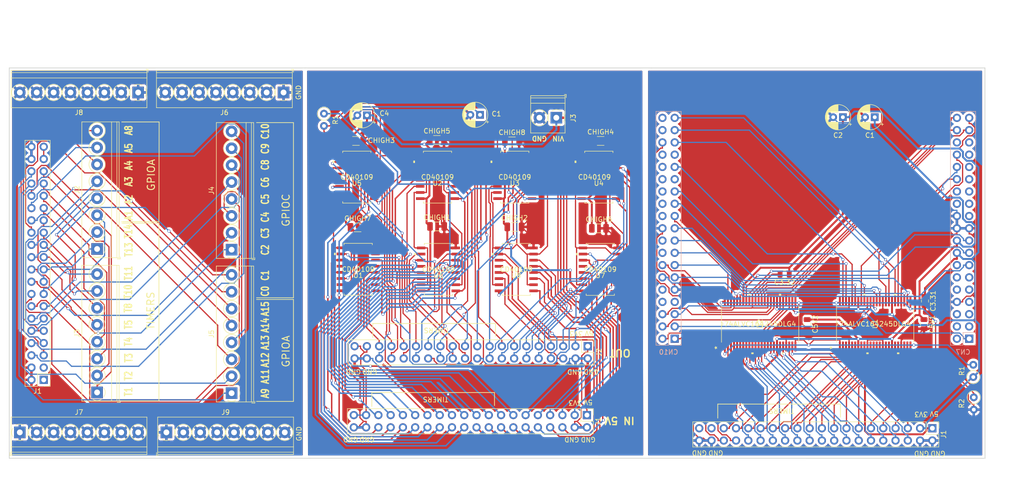
<source format=kicad_pcb>
(kicad_pcb (version 20171130) (host pcbnew 5.99.0+really5.1.10+dfsg1-1)
  (layers (0 F.Cu signal) (31 B.Cu signal hide) (34 B.Paste user) (35 F.Paste user) (36 B.SilkS user) (37 F.SilkS user) (38 B.Mask user) (39 F.Mask user) (44 Edge.Cuts user))
  (net 0 "")
  (net 1 /NC)
  (net 2 /PA9_5V)
  (net 3 /PA10_5V)
  (net 4 /PA11_5V)
  (net 5 /PB10_5V)
  (net 6 /PA12_5V)
  (net 7 /PB5_5V)
  (net 8 /PA13_5V)
  (net 9 /PB6_5V)
  (net 10 /PA14_5V)
  (net 11 /PA0_5V)
  (net 12 /PA15_5V)
  (net 13 /PC7_5V)
  (net 14 /PC0_5V)
  (net 15 /PB8_5V)
  (net 16 /PC1_5V)
  (net 17 /PB9_5V)
  (net 18 /PC2_5V)
  (net 19 /PA6_5V)
  (net 20 /PC3_5V)
  (net 21 /PA7_5V)
  (net 22 /PC4_5V)
  (net 23 /PA1_5V)
  (net 24 /PC5_5V)
  (net 25 /PA2_5V)
  (net 26 /PC6_5V)
  (net 27 /PA3_5V)
  (net 28 /PC8_5V)
  (net 29 /PA4_5V)
  (net 30 /PC9_5V)
  (net 31 /PA5_5V)
  (net 32 /PC10_5V)
  (net 33 /PA8_5V)
  (net 34 GND)
  (net 35 +3V3)
  (net 36 +15V)
  (net 37 /PA9_HIGH)
  (net 38 /PA10_HIGH)
  (net 39 /PA11_HIGH)
  (net 40 /PB10_HIGH)
  (net 41 /PA12_HIGH)
  (net 42 /PB5_HIGH)
  (net 43 /PA13_HIGH)
  (net 44 /PB6_HIGH)
  (net 45 /PA14_HIGH)
  (net 46 /PA0_HIGH)
  (net 47 /PA15_HIGH)
  (net 48 /PC7_HIGH)
  (net 49 /PC0_HIGH)
  (net 50 /PB8_HIGH)
  (net 51 /PC1_HIGH)
  (net 52 /PB9_HIGH)
  (net 53 /PC2_HIGH)
  (net 54 /PA6_HIGH)
  (net 55 /PC3_HIGH)
  (net 56 /PA7_HIGH)
  (net 57 /PC4_HIGH)
  (net 58 /PA1_HIGH)
  (net 59 /PC5_HIGH)
  (net 60 /PA2_HIGH)
  (net 61 /PC6_HIGH)
  (net 62 /PA3_HIGH)
  (net 63 /PC8_HIGH)
  (net 64 /PA4_HIGH)
  (net 65 /PC9_HIGH)
  (net 66 /PA5_HIGH)
  (net 67 /PC10_HIGH)
  (net 68 /PA8_HIGH)
  (net 69 /+5V)
  (net 70 /PULLUP_HIGH)
  (net 71 /PC0)
  (net 72 /PC3)
  (net 73 /PC1)
  (net 74 /PC2)
  (net 75 /PA4)
  (net 76 /PA1)
  (net 77 /PA0)
  (net 78 /PA15)
  (net 79 /PA14)
  (net 80 /PA13)
  (net 81 /PC10)
  (net 82 /PA3)
  (net 83 /PA2)
  (net 84 /PC4)
  (net 85 /PA10)
  (net 86 /PB5)
  (net 87 /PB10)
  (net 88 /PA8)
  (net 89 /PA9)
  (net 90 /PC7)
  (net 91 /PB6)
  (net 92 /PA7)
  (net 93 /PA11)
  (net 94 /PA6)
  (net 95 /PA12)
  (net 96 /PA5)
  (net 97 /PC5)
  (net 98 /PB9)
  (net 99 /PC6)
  (net 100 /PB8)
  (net 101 /PC8)
  (net 102 /PC9)
  (net 103 +5V)
  (net 104 /PULLUP)
  (net 105 /PULLDOWN)
  (module TerminalBlock_Phoenix:TerminalBlock_Phoenix_PT-1,5-8-3.5-H_1x08_P3.50mm_Horizontal (layer F.Cu) (at 66.78 118.199)
    (fp_text reference J9 (at 12.25 -4.16) (layer F.SilkS))
    (fp_text value Screw_Terminal_01x08)
    (pad 8 thru_hole circle (at 24.5 0) (size 2.4 2.4) (drill 1.2) (layers *.Cu *.Mask) (net 34 GND))
    (pad 7 thru_hole circle (at 21 0) (size 2.4 2.4) (drill 1.2) (layers *.Cu *.Mask) (net 34 GND))
    (pad 6 thru_hole circle (at 17.5 0) (size 2.4 2.4) (drill 1.2) (layers *.Cu *.Mask) (net 34 GND))
    (pad 5 thru_hole circle (at 14 0) (size 2.4 2.4) (drill 1.2) (layers *.Cu *.Mask) (net 34 GND))
    (pad 4 thru_hole circle (at 10.5 0) (size 2.4 2.4) (drill 1.2) (layers *.Cu *.Mask) (net 34 GND))
    (pad 3 thru_hole circle (at 7 0) (size 2.4 2.4) (drill 1.2) (layers *.Cu *.Mask) (net 34 GND))
    (pad 2 thru_hole circle (at 3.5 0) (size 2.4 2.4) (drill 1.2) (layers *.Cu *.Mask) (net 34 GND))
    (pad 1 thru_hole rect (at 0 0) (size 2.4 2.4) (drill 1.2) (layers *.Cu *.Mask) (net 34 GND))
  )
  (module TerminalBlock_Phoenix:TerminalBlock_Phoenix_PT-1,5-8-3.5-H_1x08_P3.50mm_Horizontal (layer F.Cu) (at 60.93 47.83 180)
    (fp_text reference J8 (at 12.25 -4.16) (layer F.SilkS))
    (fp_text value Screw_Terminal_01x08)
    (pad 8 thru_hole circle (at 24.5 0 180) (size 2.4 2.4) (drill 1.2) (layers *.Cu *.Mask) (net 34 GND))
    (pad 7 thru_hole circle (at 21 0 180) (size 2.4 2.4) (drill 1.2) (layers *.Cu *.Mask) (net 34 GND))
    (pad 6 thru_hole circle (at 17.5 0 180) (size 2.4 2.4) (drill 1.2) (layers *.Cu *.Mask) (net 34 GND))
    (pad 5 thru_hole circle (at 14 0 180) (size 2.4 2.4) (drill 1.2) (layers *.Cu *.Mask) (net 34 GND))
    (pad 4 thru_hole circle (at 10.5 0 180) (size 2.4 2.4) (drill 1.2) (layers *.Cu *.Mask) (net 34 GND))
    (pad 3 thru_hole circle (at 7 0 180) (size 2.4 2.4) (drill 1.2) (layers *.Cu *.Mask) (net 34 GND))
    (pad 2 thru_hole circle (at 3.5 0 180) (size 2.4 2.4) (drill 1.2) (layers *.Cu *.Mask) (net 34 GND))
    (pad 1 thru_hole rect (at 0 0 180) (size 2.4 2.4) (drill 1.2) (layers *.Cu *.Mask) (net 34 GND))
  )
  (module TerminalBlock_Phoenix:TerminalBlock_Phoenix_PT-1,5-8-3.5-H_1x08_P3.50mm_Horizontal (layer F.Cu) (at 36.43 118.199)
    (fp_text reference J7 (at 12.25 -4.16) (layer F.SilkS))
    (fp_text value Screw_Terminal_01x08)
    (pad 8 thru_hole circle (at 24.5 0) (size 2.4 2.4) (drill 1.2) (layers *.Cu *.Mask) (net 34 GND))
    (pad 7 thru_hole circle (at 21 0) (size 2.4 2.4) (drill 1.2) (layers *.Cu *.Mask) (net 34 GND))
    (pad 6 thru_hole circle (at 17.5 0) (size 2.4 2.4) (drill 1.2) (layers *.Cu *.Mask) (net 34 GND))
    (pad 5 thru_hole circle (at 14 0) (size 2.4 2.4) (drill 1.2) (layers *.Cu *.Mask) (net 34 GND))
    (pad 4 thru_hole circle (at 10.5 0) (size 2.4 2.4) (drill 1.2) (layers *.Cu *.Mask) (net 34 GND))
    (pad 3 thru_hole circle (at 7 0) (size 2.4 2.4) (drill 1.2) (layers *.Cu *.Mask) (net 34 GND))
    (pad 2 thru_hole circle (at 3.5 0) (size 2.4 2.4) (drill 1.2) (layers *.Cu *.Mask) (net 34 GND))
    (pad 1 thru_hole rect (at 0 0) (size 2.4 2.4) (drill 1.2) (layers *.Cu *.Mask) (net 34 GND))
  )
  (module TerminalBlock_Phoenix:TerminalBlock_Phoenix_PT-1,5-8-3.5-H_1x08_P3.50mm_Horizontal (layer F.Cu) (at 91.03 47.83 180)
    (fp_text reference J6 (at 12.25 -4.16) (layer F.SilkS))
    (fp_text value Screw_Terminal_01x08)
    (pad 8 thru_hole circle (at 24.5 0 180) (size 2.4 2.4) (drill 1.2) (layers *.Cu *.Mask) (net 34 GND))
    (pad 7 thru_hole circle (at 21 0 180) (size 2.4 2.4) (drill 1.2) (layers *.Cu *.Mask) (net 34 GND))
    (pad 6 thru_hole circle (at 17.5 0 180) (size 2.4 2.4) (drill 1.2) (layers *.Cu *.Mask) (net 34 GND))
    (pad 5 thru_hole circle (at 14 0 180) (size 2.4 2.4) (drill 1.2) (layers *.Cu *.Mask) (net 34 GND))
    (pad 4 thru_hole circle (at 10.5 0 180) (size 2.4 2.4) (drill 1.2) (layers *.Cu *.Mask) (net 34 GND))
    (pad 3 thru_hole circle (at 7 0 180) (size 2.4 2.4) (drill 1.2) (layers *.Cu *.Mask) (net 34 GND))
    (pad 2 thru_hole circle (at 3.5 0 180) (size 2.4 2.4) (drill 1.2) (layers *.Cu *.Mask) (net 34 GND))
    (pad 1 thru_hole rect (at 0 0 180) (size 2.4 2.4) (drill 1.2) (layers *.Cu *.Mask) (net 34 GND))
  )
  (module TerminalBlock_Phoenix:TerminalBlock_Phoenix_PT-1,5-8-3.5-H_1x08_P3.50mm_Horizontal (layer F.Cu) (at 80.28 110.08 90)
    (fp_text reference J5 (at 12.25 -4.16 90) (layer F.SilkS))
    (fp_text value Screw_Terminal_01x08)
    (pad 8 thru_hole circle (at 24.5 0 90) (size 2.4 2.4) (drill 1.2) (layers *.Cu *.Mask) (net 16 /PC1_5V))
    (pad 7 thru_hole circle (at 21 0 90) (size 2.4 2.4) (drill 1.2) (layers *.Cu *.Mask) (net 14 /PC0_5V))
    (pad 6 thru_hole circle (at 17.5 0 90) (size 2.4 2.4) (drill 1.2) (layers *.Cu *.Mask) (net 12 /PA15_5V))
    (pad 5 thru_hole circle (at 14 0 90) (size 2.4 2.4) (drill 1.2) (layers *.Cu *.Mask) (net 10 /PA14_5V))
    (pad 4 thru_hole circle (at 10.5 0 90) (size 2.4 2.4) (drill 1.2) (layers *.Cu *.Mask) (net 8 /PA13_5V))
    (pad 3 thru_hole circle (at 7 0 90) (size 2.4 2.4) (drill 1.2) (layers *.Cu *.Mask) (net 6 /PA12_5V))
    (pad 2 thru_hole circle (at 3.5 0 90) (size 2.4 2.4) (drill 1.2) (layers *.Cu *.Mask) (net 4 /PA11_5V))
    (pad 1 thru_hole rect (at 0 0 90) (size 2.4 2.4) (drill 1.2) (layers *.Cu *.Mask) (net 2 /PA9_5V))
  )
  (module TerminalBlock_Phoenix:TerminalBlock_Phoenix_PT-1,5-8-3.5-H_1x08_P3.50mm_Horizontal (layer F.Cu) (at 80.28 80.38 90)
    (fp_text reference J4 (at 12.25 -4.16 90) (layer F.SilkS))
    (fp_text value Screw_Terminal_01x08)
    (pad 8 thru_hole circle (at 24.5 0 90) (size 2.4 2.4) (drill 1.2) (layers *.Cu *.Mask) (net 32 /PC10_5V))
    (pad 7 thru_hole circle (at 21 0 90) (size 2.4 2.4) (drill 1.2) (layers *.Cu *.Mask) (net 30 /PC9_5V))
    (pad 6 thru_hole circle (at 17.5 0 90) (size 2.4 2.4) (drill 1.2) (layers *.Cu *.Mask) (net 28 /PC8_5V))
    (pad 5 thru_hole circle (at 14 0 90) (size 2.4 2.4) (drill 1.2) (layers *.Cu *.Mask) (net 26 /PC6_5V))
    (pad 4 thru_hole circle (at 10.5 0 90) (size 2.4 2.4) (drill 1.2) (layers *.Cu *.Mask) (net 24 /PC5_5V))
    (pad 3 thru_hole circle (at 7 0 90) (size 2.4 2.4) (drill 1.2) (layers *.Cu *.Mask) (net 22 /PC4_5V))
    (pad 2 thru_hole circle (at 3.5 0 90) (size 2.4 2.4) (drill 1.2) (layers *.Cu *.Mask) (net 20 /PC3_5V))
    (pad 1 thru_hole rect (at 0 0 90) (size 2.4 2.4) (drill 1.2) (layers *.Cu *.Mask) (net 18 /PC2_5V))
  )
  (module TerminalBlock_Phoenix:TerminalBlock_Phoenix_PT-1,5-8-3.5-H_1x08_P3.50mm_Horizontal (layer F.Cu) (at 52.43 109.93 90)
    (fp_text reference J3 (at 12.25 -4.16 90) (layer F.SilkS))
    (fp_text value Screw_Terminal_01x08)
    (pad 8 thru_hole circle (at 24.5 0 90) (size 2.4 2.4) (drill 1.2) (layers *.Cu *.Mask) (net 17 /PB9_5V))
    (pad 7 thru_hole circle (at 21 0 90) (size 2.4 2.4) (drill 1.2) (layers *.Cu *.Mask) (net 15 /PB8_5V))
    (pad 6 thru_hole circle (at 17.5 0 90) (size 2.4 2.4) (drill 1.2) (layers *.Cu *.Mask) (net 13 /PC7_5V))
    (pad 5 thru_hole circle (at 14 0 90) (size 2.4 2.4) (drill 1.2) (layers *.Cu *.Mask) (net 11 /PA0_5V))
    (pad 4 thru_hole circle (at 10.5 0 90) (size 2.4 2.4) (drill 1.2) (layers *.Cu *.Mask) (net 9 /PB6_5V))
    (pad 3 thru_hole circle (at 7 0 90) (size 2.4 2.4) (drill 1.2) (layers *.Cu *.Mask) (net 7 /PB5_5V))
    (pad 2 thru_hole circle (at 3.5 0 90) (size 2.4 2.4) (drill 1.2) (layers *.Cu *.Mask) (net 5 /PB10_5V))
    (pad 1 thru_hole rect (at 0 0 90) (size 2.4 2.4) (drill 1.2) (layers *.Cu *.Mask) (net 3 /PA10_5V))
  )
  (module TerminalBlock_Phoenix:TerminalBlock_Phoenix_PT-1,5-8-3.5-H_1x08_P3.50mm_Horizontal (layer F.Cu) (at 52.43 80.23 90)
    (fp_text reference J2 (at 12.25 -4.16 90) (layer F.SilkS))
    (fp_text value Screw_Terminal_01x08)
    (pad 8 thru_hole circle (at 24.5 0 90) (size 2.4 2.4) (drill 1.2) (layers *.Cu *.Mask) (net 33 /PA8_5V))
    (pad 7 thru_hole circle (at 21 0 90) (size 2.4 2.4) (drill 1.2) (layers *.Cu *.Mask) (net 31 /PA5_5V))
    (pad 6 thru_hole circle (at 17.5 0 90) (size 2.4 2.4) (drill 1.2) (layers *.Cu *.Mask) (net 29 /PA4_5V))
    (pad 5 thru_hole circle (at 14 0 90) (size 2.4 2.4) (drill 1.2) (layers *.Cu *.Mask) (net 27 /PA3_5V))
    (pad 4 thru_hole circle (at 10.5 0 90) (size 2.4 2.4) (drill 1.2) (layers *.Cu *.Mask) (net 25 /PA2_5V))
    (pad 3 thru_hole circle (at 7 0 90) (size 2.4 2.4) (drill 1.2) (layers *.Cu *.Mask) (net 23 /PA1_5V))
    (pad 2 thru_hole circle (at 3.5 0 90) (size 2.4 2.4) (drill 1.2) (layers *.Cu *.Mask) (net 21 /PA7_5V))
    (pad 1 thru_hole rect (at 0 0 90) (size 2.4 2.4) (drill 1.2) (layers *.Cu *.Mask) (net 19 /PA6_5V))
  )
  (module Connector_PinHeader_2.54mm:PinHeader_2x20_P2.54mm_Vertical (layer F.Cu) (at 41.38 107.33 180)
    (fp_text reference J1 (at 1.27 -2.33) (layer F.SilkS))
    (fp_text value Conn_02x20_Odd_Even)
    (pad 40 thru_hole oval (at 2.54 48.26 180) (size 1.7 1.7) (drill 1) (layers *.Cu *.Mask) (net 34 GND))
    (pad 39 thru_hole oval (at 0 48.26 180) (size 1.7 1.7) (drill 1) (layers *.Cu *.Mask) (net 1 /NC))
    (pad 38 thru_hole oval (at 2.54 45.72 180) (size 1.7 1.7) (drill 1) (layers *.Cu *.Mask) (net 34 GND))
    (pad 37 thru_hole oval (at 0 45.72 180) (size 1.7 1.7) (drill 1) (layers *.Cu *.Mask) (net 1 /NC))
    (pad 36 thru_hole oval (at 2.54 43.18 180) (size 1.7 1.7) (drill 1) (layers *.Cu *.Mask) (net 2 /PA9_5V))
    (pad 35 thru_hole oval (at 0 43.18 180) (size 1.7 1.7) (drill 1) (layers *.Cu *.Mask) (net 3 /PA10_5V))
    (pad 34 thru_hole oval (at 2.54 40.64 180) (size 1.7 1.7) (drill 1) (layers *.Cu *.Mask) (net 4 /PA11_5V))
    (pad 33 thru_hole oval (at 0 40.64 180) (size 1.7 1.7) (drill 1) (layers *.Cu *.Mask) (net 5 /PB10_5V))
    (pad 32 thru_hole oval (at 2.54 38.1 180) (size 1.7 1.7) (drill 1) (layers *.Cu *.Mask) (net 6 /PA12_5V))
    (pad 31 thru_hole oval (at 0 38.1 180) (size 1.7 1.7) (drill 1) (layers *.Cu *.Mask) (net 7 /PB5_5V))
    (pad 30 thru_hole oval (at 2.54 35.56 180) (size 1.7 1.7) (drill 1) (layers *.Cu *.Mask) (net 8 /PA13_5V))
    (pad 29 thru_hole oval (at 0 35.56 180) (size 1.7 1.7) (drill 1) (layers *.Cu *.Mask) (net 9 /PB6_5V))
    (pad 28 thru_hole oval (at 2.54 33.02 180) (size 1.7 1.7) (drill 1) (layers *.Cu *.Mask) (net 10 /PA14_5V))
    (pad 27 thru_hole oval (at 0 33.02 180) (size 1.7 1.7) (drill 1) (layers *.Cu *.Mask) (net 11 /PA0_5V))
    (pad 26 thru_hole oval (at 2.54 30.48 180) (size 1.7 1.7) (drill 1) (layers *.Cu *.Mask) (net 12 /PA15_5V))
    (pad 25 thru_hole oval (at 0 30.48 180) (size 1.7 1.7) (drill 1) (layers *.Cu *.Mask) (net 13 /PC7_5V))
    (pad 24 thru_hole oval (at 2.54 27.94 180) (size 1.7 1.7) (drill 1) (layers *.Cu *.Mask) (net 14 /PC0_5V))
    (pad 23 thru_hole oval (at 0 27.94 180) (size 1.7 1.7) (drill 1) (layers *.Cu *.Mask) (net 15 /PB8_5V))
    (pad 22 thru_hole oval (at 2.54 25.4 180) (size 1.7 1.7) (drill 1) (layers *.Cu *.Mask) (net 16 /PC1_5V))
    (pad 21 thru_hole oval (at 0 25.4 180) (size 1.7 1.7) (drill 1) (layers *.Cu *.Mask) (net 17 /PB9_5V))
    (pad 20 thru_hole oval (at 2.54 22.86 180) (size 1.7 1.7) (drill 1) (layers *.Cu *.Mask) (net 18 /PC2_5V))
    (pad 19 thru_hole oval (at 0 22.86 180) (size 1.7 1.7) (drill 1) (layers *.Cu *.Mask) (net 19 /PA6_5V))
    (pad 18 thru_hole oval (at 2.54 20.32 180) (size 1.7 1.7) (drill 1) (layers *.Cu *.Mask) (net 20 /PC3_5V))
    (pad 17 thru_hole oval (at 0 20.32 180) (size 1.7 1.7) (drill 1) (layers *.Cu *.Mask) (net 21 /PA7_5V))
    (pad 16 thru_hole oval (at 2.54 17.78 180) (size 1.7 1.7) (drill 1) (layers *.Cu *.Mask) (net 22 /PC4_5V))
    (pad 15 thru_hole oval (at 0 17.78 180) (size 1.7 1.7) (drill 1) (layers *.Cu *.Mask) (net 23 /PA1_5V))
    (pad 14 thru_hole oval (at 2.54 15.24 180) (size 1.7 1.7) (drill 1) (layers *.Cu *.Mask) (net 24 /PC5_5V))
    (pad 13 thru_hole oval (at 0 15.24 180) (size 1.7 1.7) (drill 1) (layers *.Cu *.Mask) (net 25 /PA2_5V))
    (pad 12 thru_hole oval (at 2.54 12.7 180) (size 1.7 1.7) (drill 1) (layers *.Cu *.Mask) (net 26 /PC6_5V))
    (pad 11 thru_hole oval (at 0 12.7 180) (size 1.7 1.7) (drill 1) (layers *.Cu *.Mask) (net 27 /PA3_5V))
    (pad 10 thru_hole oval (at 2.54 10.16 180) (size 1.7 1.7) (drill 1) (layers *.Cu *.Mask) (net 28 /PC8_5V))
    (pad 9 thru_hole oval (at 0 10.16 180) (size 1.7 1.7) (drill 1) (layers *.Cu *.Mask) (net 29 /PA4_5V))
    (pad 8 thru_hole oval (at 2.54 7.62 180) (size 1.7 1.7) (drill 1) (layers *.Cu *.Mask) (net 30 /PC9_5V))
    (pad 7 thru_hole oval (at 0 7.62 180) (size 1.7 1.7) (drill 1) (layers *.Cu *.Mask) (net 31 /PA5_5V))
    (pad 6 thru_hole oval (at 2.54 5.08 180) (size 1.7 1.7) (drill 1) (layers *.Cu *.Mask) (net 32 /PC10_5V))
    (pad 5 thru_hole oval (at 0 5.08 180) (size 1.7 1.7) (drill 1) (layers *.Cu *.Mask) (net 33 /PA8_5V))
    (pad 4 thru_hole oval (at 2.54 2.54 180) (size 1.7 1.7) (drill 1) (layers *.Cu *.Mask) (net 34 GND))
    (pad 3 thru_hole oval (at 0 2.54 180) (size 1.7 1.7) (drill 1) (layers *.Cu *.Mask))
    (pad 2 thru_hole oval (at 2.54 0 180) (size 1.7 1.7) (drill 1) (layers *.Cu *.Mask) (net 34 GND))
    (pad 1 thru_hole rect (at 0 0 180) (size 1.7 1.7) (drill 1) (layers *.Cu *.Mask))
  )
  (module TerminalBlock_Phoenix:TerminalBlock_Phoenix_PT-1,5-2-3.5-H_1x02_P3.50mm_Horizontal (layer F.Cu) (at 147.5 53.06 180)
    (fp_text reference J3 (at -3.5 -0.1 90) (layer F.SilkS))
    (fp_text value Conn_01x02_Female)
    (pad 2 thru_hole circle (at 3.5 0 180) (size 2.4 2.4) (drill 1.2) (layers *.Cu *.Mask) (net 34 GND))
    (pad 1 thru_hole rect (at 0 0 180) (size 2.4 2.4) (drill 1.2) (layers *.Cu *.Mask) (net 36 +15V))
  )
  (module CD40109BNSR:CD40109BNSR (layer F.Cu) (at 139.2 84.46 180)
    (fp_text reference U8 (at 0 -1.27) (layer F.SilkS))
    (fp_text value CD40109 (at 0 0) (layer F.SilkS))
    (pad 16 smd rect (at 3.5814 -4.445 180) (size 1.741399 0.558) (layers F.Cu F.Paste F.Mask) (net 36 +15V))
    (pad 15 smd rect (at 3.5814 -3.175 180) (size 1.741399 0.558) (layers F.Cu F.Paste F.Mask) (net 70 /PULLUP_HIGH))
    (pad 14 smd rect (at 3.5814 -1.905 180) (size 1.741399 0.558) (layers F.Cu F.Paste F.Mask) (net 32 /PC10_5V))
    (pad 13 smd rect (at 3.5814 -0.635 180) (size 1.741399 0.558) (layers F.Cu F.Paste F.Mask) (net 67 /PC10_HIGH))
    (pad 12 smd rect (at 3.5814 0.635 180) (size 1.741399 0.558) (layers F.Cu F.Paste F.Mask))
    (pad 11 smd rect (at 3.5814 1.905 180) (size 1.741399 0.558) (layers F.Cu F.Paste F.Mask) (net 65 /PC9_HIGH))
    (pad 10 smd rect (at 3.5814 3.175 180) (size 1.741399 0.558) (layers F.Cu F.Paste F.Mask) (net 30 /PC9_5V))
    (pad 9 smd rect (at 3.5814 4.445 180) (size 1.741399 0.558) (layers F.Cu F.Paste F.Mask) (net 70 /PULLUP_HIGH))
    (pad 8 smd rect (at -3.5814 4.445 180) (size 1.741399 0.558) (layers F.Cu F.Paste F.Mask) (net 34 GND))
    (pad 7 smd rect (at -3.5814 3.175 180) (size 1.741399 0.558) (layers F.Cu F.Paste F.Mask) (net 70 /PULLUP_HIGH))
    (pad 6 smd rect (at -3.5814 1.905 180) (size 1.741399 0.558) (layers F.Cu F.Paste F.Mask) (net 28 /PC8_5V))
    (pad 5 smd rect (at -3.5814 0.635 180) (size 1.741399 0.558) (layers F.Cu F.Paste F.Mask) (net 63 /PC8_HIGH))
    (pad 4 smd rect (at -3.5814 -0.635 180) (size 1.741399 0.558) (layers F.Cu F.Paste F.Mask) (net 61 /PC6_HIGH))
    (pad 3 smd rect (at -3.5814 -1.905 180) (size 1.741399 0.558) (layers F.Cu F.Paste F.Mask) (net 26 /PC6_5V))
    (pad 2 smd rect (at -3.5814 -3.175 180) (size 1.741399 0.558) (layers F.Cu F.Paste F.Mask) (net 70 /PULLUP_HIGH))
    (pad 1 smd rect (at -3.5814 -4.445 180) (size 1.741399 0.558) (layers F.Cu F.Paste F.Mask) (net 35 +3V3))
  )
  (module Capacitor_THT:CP_Radial_D5.0mm_P2.00mm (layer F.Cu) (at 131.7 52.46 180)
    (fp_text reference C1 (at -3.4 0.2) (layer F.SilkS))
    (fp_text value CP)
    (pad 2 thru_hole circle (at 2 0 180) (size 1.6 1.6) (drill 0.8) (layers *.Cu *.Mask) (net 34 GND))
    (pad 1 thru_hole rect (at 0 0 180) (size 1.6 1.6) (drill 0.8) (layers *.Cu *.Mask) (net 35 +3V3))
  )
  (module Resistor_THT:R_Axial_DIN0207_L6.3mm_D2.5mm_P2.54mm_Vertical (layer F.Cu) (at 99.4 52.22 270)
    (fp_text reference R1 (at 1.27 -2.37 90) (layer F.SilkS))
    (fp_text value 1K)
    (pad 2 thru_hole oval (at 2.54 0 270) (size 1.6 1.6) (drill 0.8) (layers *.Cu *.Mask) (net 70 /PULLUP_HIGH))
    (pad 1 thru_hole circle (at 0 0 270) (size 1.6 1.6) (drill 0.8) (layers *.Cu *.Mask) (net 35 +3V3))
  )
  (module CD40109BNSR:CD40109BNSR (layer F.Cu) (at 156.6 84.46 180)
    (fp_text reference U7 (at 0 -1.27) (layer F.SilkS))
    (fp_text value CD40109 (at 0 0) (layer F.SilkS))
    (pad 16 smd rect (at 3.5814 -4.445 180) (size 1.741399 0.558) (layers F.Cu F.Paste F.Mask) (net 36 +15V))
    (pad 15 smd rect (at 3.5814 -3.175 180) (size 1.741399 0.558) (layers F.Cu F.Paste F.Mask) (net 70 /PULLUP_HIGH))
    (pad 14 smd rect (at 3.5814 -1.905 180) (size 1.741399 0.558) (layers F.Cu F.Paste F.Mask) (net 24 /PC5_5V))
    (pad 13 smd rect (at 3.5814 -0.635 180) (size 1.741399 0.558) (layers F.Cu F.Paste F.Mask) (net 59 /PC5_HIGH))
    (pad 12 smd rect (at 3.5814 0.635 180) (size 1.741399 0.558) (layers F.Cu F.Paste F.Mask))
    (pad 11 smd rect (at 3.5814 1.905 180) (size 1.741399 0.558) (layers F.Cu F.Paste F.Mask) (net 57 /PC4_HIGH))
    (pad 10 smd rect (at 3.5814 3.175 180) (size 1.741399 0.558) (layers F.Cu F.Paste F.Mask) (net 22 /PC4_5V))
    (pad 9 smd rect (at 3.5814 4.445 180) (size 1.741399 0.558) (layers F.Cu F.Paste F.Mask) (net 70 /PULLUP_HIGH))
    (pad 8 smd rect (at -3.5814 4.445 180) (size 1.741399 0.558) (layers F.Cu F.Paste F.Mask) (net 34 GND))
    (pad 7 smd rect (at -3.5814 3.175 180) (size 1.741399 0.558) (layers F.Cu F.Paste F.Mask) (net 70 /PULLUP_HIGH))
    (pad 6 smd rect (at -3.5814 1.905 180) (size 1.741399 0.558) (layers F.Cu F.Paste F.Mask) (net 20 /PC3_5V))
    (pad 5 smd rect (at -3.5814 0.635 180) (size 1.741399 0.558) (layers F.Cu F.Paste F.Mask) (net 55 /PC3_HIGH))
    (pad 4 smd rect (at -3.5814 -0.635 180) (size 1.741399 0.558) (layers F.Cu F.Paste F.Mask) (net 53 /PC2_HIGH))
    (pad 3 smd rect (at -3.5814 -1.905 180) (size 1.741399 0.558) (layers F.Cu F.Paste F.Mask) (net 18 /PC2_5V))
    (pad 2 smd rect (at -3.5814 -3.175 180) (size 1.741399 0.558) (layers F.Cu F.Paste F.Mask) (net 70 /PULLUP_HIGH))
    (pad 1 smd rect (at -3.5814 -4.445 180) (size 1.741399 0.558) (layers F.Cu F.Paste F.Mask) (net 35 +3V3))
  )
  (module CD40109BNSR:CD40109BNSR (layer F.Cu) (at 123.1 84.46 180)
    (fp_text reference U6 (at 0 -1.27) (layer F.SilkS))
    (fp_text value CD40109 (at 0 0) (layer F.SilkS))
    (pad 16 smd rect (at 3.5814 -4.445 180) (size 1.741399 0.558) (layers F.Cu F.Paste F.Mask) (net 36 +15V))
    (pad 15 smd rect (at 3.5814 -3.175 180) (size 1.741399 0.558) (layers F.Cu F.Paste F.Mask) (net 70 /PULLUP_HIGH))
    (pad 14 smd rect (at 3.5814 -1.905 180) (size 1.741399 0.558) (layers F.Cu F.Paste F.Mask) (net 16 /PC1_5V))
    (pad 13 smd rect (at 3.5814 -0.635 180) (size 1.741399 0.558) (layers F.Cu F.Paste F.Mask) (net 51 /PC1_HIGH))
    (pad 12 smd rect (at 3.5814 0.635 180) (size 1.741399 0.558) (layers F.Cu F.Paste F.Mask))
    (pad 11 smd rect (at 3.5814 1.905 180) (size 1.741399 0.558) (layers F.Cu F.Paste F.Mask) (net 49 /PC0_HIGH))
    (pad 10 smd rect (at 3.5814 3.175 180) (size 1.741399 0.558) (layers F.Cu F.Paste F.Mask) (net 14 /PC0_5V))
    (pad 9 smd rect (at 3.5814 4.445 180) (size 1.741399 0.558) (layers F.Cu F.Paste F.Mask) (net 70 /PULLUP_HIGH))
    (pad 8 smd rect (at -3.5814 4.445 180) (size 1.741399 0.558) (layers F.Cu F.Paste F.Mask) (net 34 GND))
    (pad 7 smd rect (at -3.5814 3.175 180) (size 1.741399 0.558) (layers F.Cu F.Paste F.Mask) (net 70 /PULLUP_HIGH))
    (pad 6 smd rect (at -3.5814 1.905 180) (size 1.741399 0.558) (layers F.Cu F.Paste F.Mask) (net 12 /PA15_5V))
    (pad 5 smd rect (at -3.5814 0.635 180) (size 1.741399 0.558) (layers F.Cu F.Paste F.Mask) (net 47 /PA15_HIGH))
    (pad 4 smd rect (at -3.5814 -0.635 180) (size 1.741399 0.558) (layers F.Cu F.Paste F.Mask) (net 45 /PA14_HIGH))
    (pad 3 smd rect (at -3.5814 -1.905 180) (size 1.741399 0.558) (layers F.Cu F.Paste F.Mask) (net 10 /PA14_5V))
    (pad 2 smd rect (at -3.5814 -3.175 180) (size 1.741399 0.558) (layers F.Cu F.Paste F.Mask) (net 70 /PULLUP_HIGH))
    (pad 1 smd rect (at -3.5814 -4.445 180) (size 1.741399 0.558) (layers F.Cu F.Paste F.Mask) (net 35 +3V3))
  )
  (module CD40109BNSR:CD40109BNSR (layer F.Cu) (at 106.2 65.36 180)
    (fp_text reference U5 (at 0 -1.27) (layer F.SilkS))
    (fp_text value CD40109 (at 0 0) (layer F.SilkS))
    (pad 16 smd rect (at 3.5814 -4.445 180) (size 1.741399 0.558) (layers F.Cu F.Paste F.Mask) (net 36 +15V))
    (pad 15 smd rect (at 3.5814 -3.175 180) (size 1.741399 0.558) (layers F.Cu F.Paste F.Mask) (net 70 /PULLUP_HIGH))
    (pad 14 smd rect (at 3.5814 -1.905 180) (size 1.741399 0.558) (layers F.Cu F.Paste F.Mask) (net 8 /PA13_5V))
    (pad 13 smd rect (at 3.5814 -0.635 180) (size 1.741399 0.558) (layers F.Cu F.Paste F.Mask) (net 43 /PA13_HIGH))
    (pad 12 smd rect (at 3.5814 0.635 180) (size 1.741399 0.558) (layers F.Cu F.Paste F.Mask))
    (pad 11 smd rect (at 3.5814 1.905 180) (size 1.741399 0.558) (layers F.Cu F.Paste F.Mask) (net 41 /PA12_HIGH))
    (pad 10 smd rect (at 3.5814 3.175 180) (size 1.741399 0.558) (layers F.Cu F.Paste F.Mask) (net 6 /PA12_5V))
    (pad 9 smd rect (at 3.5814 4.445 180) (size 1.741399 0.558) (layers F.Cu F.Paste F.Mask) (net 70 /PULLUP_HIGH))
    (pad 8 smd rect (at -3.5814 4.445 180) (size 1.741399 0.558) (layers F.Cu F.Paste F.Mask) (net 34 GND))
    (pad 7 smd rect (at -3.5814 3.175 180) (size 1.741399 0.558) (layers F.Cu F.Paste F.Mask) (net 70 /PULLUP_HIGH))
    (pad 6 smd rect (at -3.5814 1.905 180) (size 1.741399 0.558) (layers F.Cu F.Paste F.Mask) (net 4 /PA11_5V))
    (pad 5 smd rect (at -3.5814 0.635 180) (size 1.741399 0.558) (layers F.Cu F.Paste F.Mask) (net 39 /PA11_HIGH))
    (pad 4 smd rect (at -3.5814 -0.635 180) (size 1.741399 0.558) (layers F.Cu F.Paste F.Mask) (net 37 /PA9_HIGH))
    (pad 3 smd rect (at -3.5814 -1.905 180) (size 1.741399 0.558) (layers F.Cu F.Paste F.Mask) (net 2 /PA9_5V))
    (pad 2 smd rect (at -3.5814 -3.175 180) (size 1.741399 0.558) (layers F.Cu F.Paste F.Mask) (net 70 /PULLUP_HIGH))
    (pad 1 smd rect (at -3.5814 -4.445 180) (size 1.741399 0.558) (layers F.Cu F.Paste F.Mask) (net 35 +3V3))
  )
  (module CD40109BNSR:CD40109BNSR (layer F.Cu) (at 156.3 65.36 180)
    (fp_text reference U4 (at 0 -1.27) (layer F.SilkS))
    (fp_text value CD40109 (at 0.9 0) (layer F.SilkS))
    (pad 16 smd rect (at 3.5814 -4.445 180) (size 1.741399 0.558) (layers F.Cu F.Paste F.Mask) (net 36 +15V))
    (pad 15 smd rect (at 3.5814 -3.175 180) (size 1.741399 0.558) (layers F.Cu F.Paste F.Mask) (net 70 /PULLUP_HIGH))
    (pad 14 smd rect (at 3.5814 -1.905 180) (size 1.741399 0.558) (layers F.Cu F.Paste F.Mask) (net 33 /PA8_5V))
    (pad 13 smd rect (at 3.5814 -0.635 180) (size 1.741399 0.558) (layers F.Cu F.Paste F.Mask) (net 68 /PA8_HIGH))
    (pad 12 smd rect (at 3.5814 0.635 180) (size 1.741399 0.558) (layers F.Cu F.Paste F.Mask))
    (pad 11 smd rect (at 3.5814 1.905 180) (size 1.741399 0.558) (layers F.Cu F.Paste F.Mask) (net 66 /PA5_HIGH))
    (pad 10 smd rect (at 3.5814 3.175 180) (size 1.741399 0.558) (layers F.Cu F.Paste F.Mask) (net 31 /PA5_5V))
    (pad 9 smd rect (at 3.5814 4.445 180) (size 1.741399 0.558) (layers F.Cu F.Paste F.Mask) (net 70 /PULLUP_HIGH))
    (pad 8 smd rect (at -3.5814 4.445 180) (size 1.741399 0.558) (layers F.Cu F.Paste F.Mask) (net 34 GND))
    (pad 7 smd rect (at -3.5814 3.175 180) (size 1.741399 0.558) (layers F.Cu F.Paste F.Mask) (net 70 /PULLUP_HIGH))
    (pad 6 smd rect (at -3.5814 1.905 180) (size 1.741399 0.558) (layers F.Cu F.Paste F.Mask) (net 29 /PA4_5V))
    (pad 5 smd rect (at -3.5814 0.635 180) (size 1.741399 0.558) (layers F.Cu F.Paste F.Mask) (net 64 /PA4_HIGH))
    (pad 4 smd rect (at -3.5814 -0.635 180) (size 1.741399 0.558) (layers F.Cu F.Paste F.Mask) (net 62 /PA3_HIGH))
    (pad 3 smd rect (at -3.5814 -1.905 180) (size 1.741399 0.558) (layers F.Cu F.Paste F.Mask) (net 27 /PA3_5V))
    (pad 2 smd rect (at -3.5814 -3.175 180) (size 1.741399 0.558) (layers F.Cu F.Paste F.Mask) (net 70 /PULLUP_HIGH))
    (pad 1 smd rect (at -3.5814 -4.445 180) (size 1.741399 0.558) (layers F.Cu F.Paste F.Mask) (net 35 +3V3))
  )
  (module CD40109BNSR:CD40109BNSR (layer F.Cu) (at 138.9 65.36 180)
    (fp_text reference U3 (at 0 -1.27) (layer F.SilkS))
    (fp_text value CD40109 (at 0 0) (layer F.SilkS))
    (pad 16 smd rect (at 3.5814 -4.445 180) (size 1.741399 0.558) (layers F.Cu F.Paste F.Mask) (net 36 +15V))
    (pad 15 smd rect (at 3.5814 -3.175 180) (size 1.741399 0.558) (layers F.Cu F.Paste F.Mask) (net 70 /PULLUP_HIGH))
    (pad 14 smd rect (at 3.5814 -1.905 180) (size 1.741399 0.558) (layers F.Cu F.Paste F.Mask) (net 25 /PA2_5V))
    (pad 13 smd rect (at 3.5814 -0.635 180) (size 1.741399 0.558) (layers F.Cu F.Paste F.Mask) (net 60 /PA2_HIGH))
    (pad 12 smd rect (at 3.5814 0.635 180) (size 1.741399 0.558) (layers F.Cu F.Paste F.Mask))
    (pad 11 smd rect (at 3.5814 1.905 180) (size 1.741399 0.558) (layers F.Cu F.Paste F.Mask) (net 58 /PA1_HIGH))
    (pad 10 smd rect (at 3.5814 3.175 180) (size 1.741399 0.558) (layers F.Cu F.Paste F.Mask) (net 23 /PA1_5V))
    (pad 9 smd rect (at 3.5814 4.445 180) (size 1.741399 0.558) (layers F.Cu F.Paste F.Mask) (net 70 /PULLUP_HIGH))
    (pad 8 smd rect (at -3.5814 4.445 180) (size 1.741399 0.558) (layers F.Cu F.Paste F.Mask) (net 34 GND))
    (pad 7 smd rect (at -3.5814 3.175 180) (size 1.741399 0.558) (layers F.Cu F.Paste F.Mask) (net 70 /PULLUP_HIGH))
    (pad 6 smd rect (at -3.5814 1.905 180) (size 1.741399 0.558) (layers F.Cu F.Paste F.Mask) (net 21 /PA7_5V))
    (pad 5 smd rect (at -3.5814 0.635 180) (size 1.741399 0.558) (layers F.Cu F.Paste F.Mask) (net 56 /PA7_HIGH))
    (pad 4 smd rect (at -3.5814 -0.635 180) (size 1.741399 0.558) (layers F.Cu F.Paste F.Mask) (net 54 /PA6_HIGH))
    (pad 3 smd rect (at -3.5814 -1.905 180) (size 1.741399 0.558) (layers F.Cu F.Paste F.Mask) (net 19 /PA6_5V))
    (pad 2 smd rect (at -3.5814 -3.175 180) (size 1.741399 0.558) (layers F.Cu F.Paste F.Mask) (net 70 /PULLUP_HIGH))
    (pad 1 smd rect (at -3.5814 -4.445 180) (size 1.741399 0.558) (layers F.Cu F.Paste F.Mask) (net 35 +3V3))
  )
  (module CD40109BNSR:CD40109BNSR (layer F.Cu) (at 122.9 65.36 180)
    (fp_text reference U2 (at 0 -1.27) (layer F.SilkS))
    (fp_text value CD40109 (at 0 0) (layer F.SilkS))
    (pad 16 smd rect (at 3.5814 -4.445 180) (size 1.741399 0.558) (layers F.Cu F.Paste F.Mask) (net 36 +15V))
    (pad 15 smd rect (at 3.5814 -3.175 180) (size 1.741399 0.558) (layers F.Cu F.Paste F.Mask) (net 70 /PULLUP_HIGH))
    (pad 14 smd rect (at 3.5814 -1.905 180) (size 1.741399 0.558) (layers F.Cu F.Paste F.Mask) (net 17 /PB9_5V))
    (pad 13 smd rect (at 3.5814 -0.635 180) (size 1.741399 0.558) (layers F.Cu F.Paste F.Mask) (net 52 /PB9_HIGH))
    (pad 12 smd rect (at 3.5814 0.635 180) (size 1.741399 0.558) (layers F.Cu F.Paste F.Mask))
    (pad 11 smd rect (at 3.5814 1.905 180) (size 1.741399 0.558) (layers F.Cu F.Paste F.Mask) (net 50 /PB8_HIGH))
    (pad 10 smd rect (at 3.5814 3.175 180) (size 1.741399 0.558) (layers F.Cu F.Paste F.Mask) (net 15 /PB8_5V))
    (pad 9 smd rect (at 3.5814 4.445 180) (size 1.741399 0.558) (layers F.Cu F.Paste F.Mask) (net 70 /PULLUP_HIGH))
    (pad 8 smd rect (at -3.5814 4.445 180) (size 1.741399 0.558) (layers F.Cu F.Paste F.Mask) (net 34 GND))
    (pad 7 smd rect (at -3.5814 3.175 180) (size 1.741399 0.558) (layers F.Cu F.Paste F.Mask) (net 70 /PULLUP_HIGH))
    (pad 6 smd rect (at -3.5814 1.905 180) (size 1.741399 0.558) (layers F.Cu F.Paste F.Mask) (net 13 /PC7_5V))
    (pad 5 smd rect (at -3.5814 0.635 180) (size 1.741399 0.558) (layers F.Cu F.Paste F.Mask) (net 48 /PC7_HIGH))
    (pad 4 smd rect (at -3.5814 -0.635 180) (size 1.741399 0.558) (layers F.Cu F.Paste F.Mask) (net 46 /PA0_HIGH))
    (pad 3 smd rect (at -3.5814 -1.905 180) (size 1.741399 0.558) (layers F.Cu F.Paste F.Mask) (net 11 /PA0_5V))
    (pad 2 smd rect (at -3.5814 -3.175 180) (size 1.741399 0.558) (layers F.Cu F.Paste F.Mask) (net 70 /PULLUP_HIGH))
    (pad 1 smd rect (at -3.5814 -4.445 180) (size 1.741399 0.558) (layers F.Cu F.Paste F.Mask) (net 35 +3V3))
  )
  (module CD40109BNSR:CD40109BNSR (layer F.Cu) (at 106.481 84.4359 180)
    (fp_text reference U1 (at 0 -1.27) (layer F.SilkS))
    (fp_text value CD40109 (at 0 0) (layer F.SilkS))
    (pad 16 smd rect (at 3.5814 -4.445 180) (size 1.741399 0.558) (layers F.Cu F.Paste F.Mask) (net 36 +15V))
    (pad 15 smd rect (at 3.5814 -3.175 180) (size 1.741399 0.558) (layers F.Cu F.Paste F.Mask) (net 70 /PULLUP_HIGH))
    (pad 14 smd rect (at 3.5814 -1.905 180) (size 1.741399 0.558) (layers F.Cu F.Paste F.Mask) (net 9 /PB6_5V))
    (pad 13 smd rect (at 3.5814 -0.635 180) (size 1.741399 0.558) (layers F.Cu F.Paste F.Mask) (net 44 /PB6_HIGH))
    (pad 12 smd rect (at 3.5814 0.635 180) (size 1.741399 0.558) (layers F.Cu F.Paste F.Mask))
    (pad 11 smd rect (at 3.5814 1.905 180) (size 1.741399 0.558) (layers F.Cu F.Paste F.Mask) (net 42 /PB5_HIGH))
    (pad 10 smd rect (at 3.5814 3.175 180) (size 1.741399 0.558) (layers F.Cu F.Paste F.Mask) (net 7 /PB5_5V))
    (pad 9 smd rect (at 3.5814 4.445 180) (size 1.741399 0.558) (layers F.Cu F.Paste F.Mask) (net 70 /PULLUP_HIGH))
    (pad 8 smd rect (at -3.5814 4.445 180) (size 1.741399 0.558) (layers F.Cu F.Paste F.Mask) (net 34 GND))
    (pad 7 smd rect (at -3.5814 3.175 180) (size 1.741399 0.558) (layers F.Cu F.Paste F.Mask) (net 70 /PULLUP_HIGH))
    (pad 6 smd rect (at -3.5814 1.905 180) (size 1.741399 0.558) (layers F.Cu F.Paste F.Mask) (net 5 /PB10_5V))
    (pad 5 smd rect (at -3.5814 0.635 180) (size 1.741399 0.558) (layers F.Cu F.Paste F.Mask) (net 40 /PB10_HIGH))
    (pad 4 smd rect (at -3.5814 -0.635 180) (size 1.741399 0.558) (layers F.Cu F.Paste F.Mask) (net 38 /PA10_HIGH))
    (pad 3 smd rect (at -3.5814 -1.905 180) (size 1.741399 0.558) (layers F.Cu F.Paste F.Mask) (net 3 /PA10_5V))
    (pad 2 smd rect (at -3.5814 -3.175 180) (size 1.741399 0.558) (layers F.Cu F.Paste F.Mask) (net 70 /PULLUP_HIGH))
    (pad 1 smd rect (at -3.5814 -4.445 180) (size 1.741399 0.558) (layers F.Cu F.Paste F.Mask) (net 35 +3V3))
  )
  (module Connector_PinHeader_2.54mm:PinHeader_2x20_P2.54mm_Vertical (layer F.Cu) (at 154 100.36 270)
    (fp_text reference J2 (at 1.27 -2.33 90) (layer F.SilkS))
    (fp_text value Conn_02x20_Odd_Even)
    (pad 40 thru_hole oval (at 2.54 48.26 270) (size 1.7 1.7) (drill 1) (layers *.Cu *.Mask) (net 34 GND))
    (pad 39 thru_hole oval (at 0 48.26 270) (size 1.7 1.7) (drill 1) (layers *.Cu *.Mask) (net 1 /NC))
    (pad 38 thru_hole oval (at 2.54 45.72 270) (size 1.7 1.7) (drill 1) (layers *.Cu *.Mask) (net 34 GND))
    (pad 37 thru_hole oval (at 0 45.72 270) (size 1.7 1.7) (drill 1) (layers *.Cu *.Mask) (net 1 /NC))
    (pad 36 thru_hole oval (at 2.54 43.18 270) (size 1.7 1.7) (drill 1) (layers *.Cu *.Mask) (net 2 /PA9_5V))
    (pad 35 thru_hole oval (at 0 43.18 270) (size 1.7 1.7) (drill 1) (layers *.Cu *.Mask) (net 3 /PA10_5V))
    (pad 34 thru_hole oval (at 2.54 40.64 270) (size 1.7 1.7) (drill 1) (layers *.Cu *.Mask) (net 4 /PA11_5V))
    (pad 33 thru_hole oval (at 0 40.64 270) (size 1.7 1.7) (drill 1) (layers *.Cu *.Mask) (net 5 /PB10_5V))
    (pad 32 thru_hole oval (at 2.54 38.1 270) (size 1.7 1.7) (drill 1) (layers *.Cu *.Mask) (net 6 /PA12_5V))
    (pad 31 thru_hole oval (at 0 38.1 270) (size 1.7 1.7) (drill 1) (layers *.Cu *.Mask) (net 7 /PB5_5V))
    (pad 30 thru_hole oval (at 2.54 35.56 270) (size 1.7 1.7) (drill 1) (layers *.Cu *.Mask) (net 8 /PA13_5V))
    (pad 29 thru_hole oval (at 0 35.56 270) (size 1.7 1.7) (drill 1) (layers *.Cu *.Mask) (net 9 /PB6_5V))
    (pad 28 thru_hole oval (at 2.54 33.02 270) (size 1.7 1.7) (drill 1) (layers *.Cu *.Mask) (net 10 /PA14_5V))
    (pad 27 thru_hole oval (at 0 33.02 270) (size 1.7 1.7) (drill 1) (layers *.Cu *.Mask) (net 11 /PA0_5V))
    (pad 26 thru_hole oval (at 2.54 30.48 270) (size 1.7 1.7) (drill 1) (layers *.Cu *.Mask) (net 12 /PA15_5V))
    (pad 25 thru_hole oval (at 0 30.48 270) (size 1.7 1.7) (drill 1) (layers *.Cu *.Mask) (net 13 /PC7_5V))
    (pad 24 thru_hole oval (at 2.54 27.94 270) (size 1.7 1.7) (drill 1) (layers *.Cu *.Mask) (net 14 /PC0_5V))
    (pad 23 thru_hole oval (at 0 27.94 270) (size 1.7 1.7) (drill 1) (layers *.Cu *.Mask) (net 15 /PB8_5V))
    (pad 22 thru_hole oval (at 2.54 25.4 270) (size 1.7 1.7) (drill 1) (layers *.Cu *.Mask) (net 16 /PC1_5V))
    (pad 21 thru_hole oval (at 0 25.4 270) (size 1.7 1.7) (drill 1) (layers *.Cu *.Mask) (net 17 /PB9_5V))
    (pad 20 thru_hole oval (at 2.54 22.86 270) (size 1.7 1.7) (drill 1) (layers *.Cu *.Mask) (net 18 /PC2_5V))
    (pad 19 thru_hole oval (at 0 22.86 270) (size 1.7 1.7) (drill 1) (layers *.Cu *.Mask) (net 19 /PA6_5V))
    (pad 18 thru_hole oval (at 2.54 20.32 270) (size 1.7 1.7) (drill 1) (layers *.Cu *.Mask) (net 20 /PC3_5V))
    (pad 17 thru_hole oval (at 0 20.32 270) (size 1.7 1.7) (drill 1) (layers *.Cu *.Mask) (net 21 /PA7_5V))
    (pad 16 thru_hole oval (at 2.54 17.78 270) (size 1.7 1.7) (drill 1) (layers *.Cu *.Mask) (net 22 /PC4_5V))
    (pad 15 thru_hole oval (at 0 17.78 270) (size 1.7 1.7) (drill 1) (layers *.Cu *.Mask) (net 23 /PA1_5V))
    (pad 14 thru_hole oval (at 2.54 15.24 270) (size 1.7 1.7) (drill 1) (layers *.Cu *.Mask) (net 24 /PC5_5V))
    (pad 13 thru_hole oval (at 0 15.24 270) (size 1.7 1.7) (drill 1) (layers *.Cu *.Mask) (net 25 /PA2_5V))
    (pad 12 thru_hole oval (at 2.54 12.7 270) (size 1.7 1.7) (drill 1) (layers *.Cu *.Mask) (net 26 /PC6_5V))
    (pad 11 thru_hole oval (at 0 12.7 270) (size 1.7 1.7) (drill 1) (layers *.Cu *.Mask) (net 27 /PA3_5V))
    (pad 10 thru_hole oval (at 2.54 10.16 270) (size 1.7 1.7) (drill 1) (layers *.Cu *.Mask) (net 28 /PC8_5V))
    (pad 9 thru_hole oval (at 0 10.16 270) (size 1.7 1.7) (drill 1) (layers *.Cu *.Mask) (net 29 /PA4_5V))
    (pad 8 thru_hole oval (at 2.54 7.62 270) (size 1.7 1.7) (drill 1) (layers *.Cu *.Mask) (net 30 /PC9_5V))
    (pad 7 thru_hole oval (at 0 7.62 270) (size 1.7 1.7) (drill 1) (layers *.Cu *.Mask) (net 31 /PA5_5V))
    (pad 6 thru_hole oval (at 2.54 5.08 270) (size 1.7 1.7) (drill 1) (layers *.Cu *.Mask) (net 32 /PC10_5V))
    (pad 5 thru_hole oval (at 0 5.08 270) (size 1.7 1.7) (drill 1) (layers *.Cu *.Mask) (net 33 /PA8_5V))
    (pad 4 thru_hole oval (at 2.54 2.54 270) (size 1.7 1.7) (drill 1) (layers *.Cu *.Mask) (net 34 GND))
    (pad 3 thru_hole oval (at 0 2.54 270) (size 1.7 1.7) (drill 1) (layers *.Cu *.Mask) (net 35 +3V3))
    (pad 2 thru_hole oval (at 2.54 0 270) (size 1.7 1.7) (drill 1) (layers *.Cu *.Mask) (net 34 GND))
    (pad 1 thru_hole rect (at 0 0 270) (size 1.7 1.7) (drill 1) (layers *.Cu *.Mask) (net 69 /+5V))
  )
  (module Connector_PinHeader_2.54mm:PinHeader_2x20_P2.54mm_Vertical (layer F.Cu) (at 153.84 114.62 270)
    (fp_text reference J1 (at 1.27 -2.33 90) (layer F.SilkS))
    (fp_text value Conn_02x20_Odd_Even)
    (pad 40 thru_hole oval (at 2.54 48.26 270) (size 1.7 1.7) (drill 1) (layers *.Cu *.Mask) (net 34 GND))
    (pad 39 thru_hole oval (at 0 48.26 270) (size 1.7 1.7) (drill 1) (layers *.Cu *.Mask) (net 1 /NC))
    (pad 38 thru_hole oval (at 2.54 45.72 270) (size 1.7 1.7) (drill 1) (layers *.Cu *.Mask) (net 34 GND))
    (pad 37 thru_hole oval (at 0 45.72 270) (size 1.7 1.7) (drill 1) (layers *.Cu *.Mask) (net 1 /NC))
    (pad 36 thru_hole oval (at 2.54 43.18 270) (size 1.7 1.7) (drill 1) (layers *.Cu *.Mask) (net 37 /PA9_HIGH))
    (pad 35 thru_hole oval (at 0 43.18 270) (size 1.7 1.7) (drill 1) (layers *.Cu *.Mask) (net 38 /PA10_HIGH))
    (pad 34 thru_hole oval (at 2.54 40.64 270) (size 1.7 1.7) (drill 1) (layers *.Cu *.Mask) (net 39 /PA11_HIGH))
    (pad 33 thru_hole oval (at 0 40.64 270) (size 1.7 1.7) (drill 1) (layers *.Cu *.Mask) (net 40 /PB10_HIGH))
    (pad 32 thru_hole oval (at 2.54 38.1 270) (size 1.7 1.7) (drill 1) (layers *.Cu *.Mask) (net 41 /PA12_HIGH))
    (pad 31 thru_hole oval (at 0 38.1 270) (size 1.7 1.7) (drill 1) (layers *.Cu *.Mask) (net 42 /PB5_HIGH))
    (pad 30 thru_hole oval (at 2.54 35.56 270) (size 1.7 1.7) (drill 1) (layers *.Cu *.Mask) (net 43 /PA13_HIGH))
    (pad 29 thru_hole oval (at 0 35.56 270) (size 1.7 1.7) (drill 1) (layers *.Cu *.Mask) (net 44 /PB6_HIGH))
    (pad 28 thru_hole oval (at 2.54 33.02 270) (size 1.7 1.7) (drill 1) (layers *.Cu *.Mask) (net 45 /PA14_HIGH))
    (pad 27 thru_hole oval (at 0 33.02 270) (size 1.7 1.7) (drill 1) (layers *.Cu *.Mask) (net 46 /PA0_HIGH))
    (pad 26 thru_hole oval (at 2.54 30.48 270) (size 1.7 1.7) (drill 1) (layers *.Cu *.Mask) (net 47 /PA15_HIGH))
    (pad 25 thru_hole oval (at 0 30.48 270) (size 1.7 1.7) (drill 1) (layers *.Cu *.Mask) (net 48 /PC7_HIGH))
    (pad 24 thru_hole oval (at 2.54 27.94 270) (size 1.7 1.7) (drill 1) (layers *.Cu *.Mask) (net 49 /PC0_HIGH))
    (pad 23 thru_hole oval (at 0 27.94 270) (size 1.7 1.7) (drill 1) (layers *.Cu *.Mask) (net 50 /PB8_HIGH))
    (pad 22 thru_hole oval (at 2.54 25.4 270) (size 1.7 1.7) (drill 1) (layers *.Cu *.Mask) (net 51 /PC1_HIGH))
    (pad 21 thru_hole oval (at 0 25.4 270) (size 1.7 1.7) (drill 1) (layers *.Cu *.Mask) (net 52 /PB9_HIGH))
    (pad 20 thru_hole oval (at 2.54 22.86 270) (size 1.7 1.7) (drill 1) (layers *.Cu *.Mask) (net 53 /PC2_HIGH))
    (pad 19 thru_hole oval (at 0 22.86 270) (size 1.7 1.7) (drill 1) (layers *.Cu *.Mask) (net 54 /PA6_HIGH))
    (pad 18 thru_hole oval (at 2.54 20.32 270) (size 1.7 1.7) (drill 1) (layers *.Cu *.Mask) (net 55 /PC3_HIGH))
    (pad 17 thru_hole oval (at 0 20.32 270) (size 1.7 1.7) (drill 1) (layers *.Cu *.Mask) (net 56 /PA7_HIGH))
    (pad 16 thru_hole oval (at 2.54 17.78 270) (size 1.7 1.7) (drill 1) (layers *.Cu *.Mask) (net 57 /PC4_HIGH))
    (pad 15 thru_hole oval (at 0 17.78 270) (size 1.7 1.7) (drill 1) (layers *.Cu *.Mask) (net 58 /PA1_HIGH))
    (pad 14 thru_hole oval (at 2.54 15.24 270) (size 1.7 1.7) (drill 1) (layers *.Cu *.Mask) (net 59 /PC5_HIGH))
    (pad 13 thru_hole oval (at 0 15.24 270) (size 1.7 1.7) (drill 1) (layers *.Cu *.Mask) (net 60 /PA2_HIGH))
    (pad 12 thru_hole oval (at 2.54 12.7 270) (size 1.7 1.7) (drill 1) (layers *.Cu *.Mask) (net 61 /PC6_HIGH))
    (pad 11 thru_hole oval (at 0 12.7 270) (size 1.7 1.7) (drill 1) (layers *.Cu *.Mask) (net 62 /PA3_HIGH))
    (pad 10 thru_hole oval (at 2.54 10.16 270) (size 1.7 1.7) (drill 1) (layers *.Cu *.Mask) (net 63 /PC8_HIGH))
    (pad 9 thru_hole oval (at 0 10.16 270) (size 1.7 1.7) (drill 1) (layers *.Cu *.Mask) (net 64 /PA4_HIGH))
    (pad 8 thru_hole oval (at 2.54 7.62 270) (size 1.7 1.7) (drill 1) (layers *.Cu *.Mask) (net 65 /PC9_HIGH))
    (pad 7 thru_hole oval (at 0 7.62 270) (size 1.7 1.7) (drill 1) (layers *.Cu *.Mask) (net 66 /PA5_HIGH))
    (pad 6 thru_hole oval (at 2.54 5.08 270) (size 1.7 1.7) (drill 1) (layers *.Cu *.Mask) (net 67 /PC10_HIGH))
    (pad 5 thru_hole oval (at 0 5.08 270) (size 1.7 1.7) (drill 1) (layers *.Cu *.Mask) (net 68 /PA8_HIGH))
    (pad 4 thru_hole oval (at 2.54 2.54 270) (size 1.7 1.7) (drill 1) (layers *.Cu *.Mask) (net 34 GND))
    (pad 3 thru_hole oval (at 0 2.54 270) (size 1.7 1.7) (drill 1) (layers *.Cu *.Mask) (net 35 +3V3))
    (pad 2 thru_hole oval (at 2.54 0 270) (size 1.7 1.7) (drill 1) (layers *.Cu *.Mask) (net 34 GND))
    (pad 1 thru_hole rect (at 0 0 270) (size 1.7 1.7) (drill 1) (layers *.Cu *.Mask) (net 69 /+5V))
  )
  (module Capacitor_SMD:C_1206_3216Metric (layer F.Cu) (at 138.325 57.96)
    (fp_text reference CHIGH8 (at 0 -1.85) (layer F.SilkS))
    (fp_text value C)
    (pad 2 smd roundrect (at 1.475 0) (size 1.15 1.8) (layers F.Cu F.Paste F.Mask) (roundrect_rratio 0.217391) (net 34 GND))
    (pad 1 smd roundrect (at -1.475 0) (size 1.15 1.8) (layers F.Cu F.Paste F.Mask) (roundrect_rratio 0.217391) (net 36 +15V))
  )
  (module Capacitor_SMD:C_1206_3216Metric (layer F.Cu) (at 106.375 75.76)
    (fp_text reference CHIGH7 (at 0 -1.85) (layer F.SilkS))
    (fp_text value C)
    (pad 2 smd roundrect (at 1.475 0) (size 1.15 1.8) (layers F.Cu F.Paste F.Mask) (roundrect_rratio 0.217391) (net 34 GND))
    (pad 1 smd roundrect (at -1.475 0) (size 1.15 1.8) (layers F.Cu F.Paste F.Mask) (roundrect_rratio 0.217391) (net 36 +15V))
  )
  (module Capacitor_SMD:C_1206_3216Metric (layer F.Cu) (at 156.325 75.96)
    (fp_text reference CHIGH6 (at 0 -1.85) (layer F.SilkS))
    (fp_text value C)
    (pad 2 smd roundrect (at 1.475 0) (size 1.15 1.8) (layers F.Cu F.Paste F.Mask) (roundrect_rratio 0.217391) (net 34 GND))
    (pad 1 smd roundrect (at -1.475 0) (size 1.15 1.8) (layers F.Cu F.Paste F.Mask) (roundrect_rratio 0.217391) (net 36 +15V))
  )
  (module Capacitor_SMD:C_1206_3216Metric (layer F.Cu) (at 122.775 57.66)
    (fp_text reference CHIGH5 (at 0 -1.85) (layer F.SilkS))
    (fp_text value C)
    (pad 2 smd roundrect (at 1.475 0) (size 1.15 1.8) (layers F.Cu F.Paste F.Mask) (roundrect_rratio 0.217391) (net 34 GND))
    (pad 1 smd roundrect (at -1.475 0) (size 1.15 1.8) (layers F.Cu F.Paste F.Mask) (roundrect_rratio 0.217391) (net 36 +15V))
  )
  (module Capacitor_SMD:C_1206_3216Metric (layer F.Cu) (at 156.675 57.86)
    (fp_text reference CHIGH4 (at 0 -1.85) (layer F.SilkS))
    (fp_text value C)
    (pad 2 smd roundrect (at 1.475 0) (size 1.15 1.8) (layers F.Cu F.Paste F.Mask) (roundrect_rratio 0.217391) (net 34 GND))
    (pad 1 smd roundrect (at -1.475 0) (size 1.15 1.8) (layers F.Cu F.Paste F.Mask) (roundrect_rratio 0.217391) (net 36 +15V))
  )
  (module Capacitor_SMD:C_1206_3216Metric (layer F.Cu) (at 106.025 57.86)
    (fp_text reference CHIGH3 (at 5.275 -0.1) (layer F.SilkS))
    (fp_text value C)
    (pad 2 smd roundrect (at 1.475 0) (size 1.15 1.8) (layers F.Cu F.Paste F.Mask) (roundrect_rratio 0.217391) (net 34 GND))
    (pad 1 smd roundrect (at -1.475 0) (size 1.15 1.8) (layers F.Cu F.Paste F.Mask) (roundrect_rratio 0.217391) (net 36 +15V))
  )
  (module Capacitor_SMD:C_1206_3216Metric (layer F.Cu) (at 138.825 75.66)
    (fp_text reference CHIGH2 (at 0 -1.85) (layer F.SilkS))
    (fp_text value C)
    (pad 2 smd roundrect (at 1.475 0) (size 1.15 1.8) (layers F.Cu F.Paste F.Mask) (roundrect_rratio 0.217391) (net 34 GND))
    (pad 1 smd roundrect (at -1.475 0) (size 1.15 1.8) (layers F.Cu F.Paste F.Mask) (roundrect_rratio 0.217391) (net 36 +15V))
  )
  (module Capacitor_SMD:C_1206_3216Metric (layer F.Cu) (at 122.825 75.56)
    (fp_text reference CHIGH1 (at 0 -1.85) (layer F.SilkS))
    (fp_text value C)
    (pad 2 smd roundrect (at 1.475 0) (size 1.15 1.8) (layers F.Cu F.Paste F.Mask) (roundrect_rratio 0.217391) (net 34 GND))
    (pad 1 smd roundrect (at -1.475 0) (size 1.15 1.8) (layers F.Cu F.Paste F.Mask) (roundrect_rratio 0.217391) (net 36 +15V))
  )
  (module Capacitor_THT:CP_Radial_D5.0mm_P2.00mm (layer F.Cu) (at 108.3 52.56 180)
    (fp_text reference C4 (at -3.6 0.4) (layer F.SilkS))
    (fp_text value CP)
    (pad 2 thru_hole circle (at 2 0 180) (size 1.6 1.6) (drill 0.8) (layers *.Cu *.Mask) (net 34 GND))
    (pad 1 thru_hole rect (at 0 0 180) (size 1.6 1.6) (drill 0.8) (layers *.Cu *.Mask) (net 36 +15V))
  )
  (module footprints:74ALVC164245DLG4 (layer F.Cu) (at 213.502 95.755 90)
    (fp_text reference U1 (at 0 0 90) (layer F.SilkS))
    (fp_text value 74ALVC164245DLG4 (at 0 0 180) (layer F.SilkS))
    (fp_text user * (at -4.92125 -8.8519 90) (layer F.SilkS))
    (pad 48 smd rect (at 4.66725 -7.3025 90) (size 2.0447 0.4064) (layers F.Cu F.Paste F.Mask) (net 105 /PULLDOWN))
    (pad 47 smd rect (at 4.66725 -6.6675 90) (size 2.0447 0.4064) (layers F.Cu F.Paste F.Mask) (net 85 /PA10))
    (pad 46 smd rect (at 4.66725 -6.0325 90) (size 2.0447 0.4064) (layers F.Cu F.Paste F.Mask) (net 87 /PB10))
    (pad 45 smd rect (at 4.66725 -5.3975 90) (size 2.0447 0.4064) (layers F.Cu F.Paste F.Mask) (net 34 GND))
    (pad 44 smd rect (at 4.66725 -4.7625 90) (size 2.0447 0.4064) (layers F.Cu F.Paste F.Mask) (net 86 /PB5))
    (pad 43 smd rect (at 4.66725 -4.1275 90) (size 2.0447 0.4064) (layers F.Cu F.Paste F.Mask) (net 91 /PB6))
    (pad 42 smd rect (at 4.66725 -3.4925 90) (size 2.0447 0.4064) (layers F.Cu F.Paste F.Mask) (net 35 +3V3))
    (pad 41 smd rect (at 4.66725 -2.8575 90) (size 2.0447 0.4064) (layers F.Cu F.Paste F.Mask) (net 77 /PA0))
    (pad 40 smd rect (at 4.66725 -2.2225 90) (size 2.0447 0.4064) (layers F.Cu F.Paste F.Mask) (net 90 /PC7))
    (pad 39 smd rect (at 4.66725 -1.5875 90) (size 2.0447 0.4064) (layers F.Cu F.Paste F.Mask) (net 34 GND))
    (pad 38 smd rect (at 4.66725 -0.9525 90) (size 2.0447 0.4064) (layers F.Cu F.Paste F.Mask) (net 100 /PB8))
    (pad 37 smd rect (at 4.66725 -0.3175 90) (size 2.0447 0.4064) (layers F.Cu F.Paste F.Mask) (net 98 /PB9))
    (pad 36 smd rect (at 4.66725 0.3175 90) (size 2.0447 0.4064) (layers F.Cu F.Paste F.Mask) (net 94 /PA6))
    (pad 35 smd rect (at 4.66725 0.9525 90) (size 2.0447 0.4064) (layers F.Cu F.Paste F.Mask) (net 92 /PA7))
    (pad 34 smd rect (at 4.66725 1.5875 90) (size 2.0447 0.4064) (layers F.Cu F.Paste F.Mask) (net 34 GND))
    (pad 33 smd rect (at 4.66725 2.2225 90) (size 2.0447 0.4064) (layers F.Cu F.Paste F.Mask) (net 76 /PA1))
    (pad 32 smd rect (at 4.66725 2.8575 90) (size 2.0447 0.4064) (layers F.Cu F.Paste F.Mask) (net 83 /PA2))
    (pad 31 smd rect (at 4.66725 3.4925 90) (size 2.0447 0.4064) (layers F.Cu F.Paste F.Mask) (net 35 +3V3))
    (pad 30 smd rect (at 4.66725 4.1275 90) (size 2.0447 0.4064) (layers F.Cu F.Paste F.Mask) (net 82 /PA3))
    (pad 29 smd rect (at 4.66725 4.7625 90) (size 2.0447 0.4064) (layers F.Cu F.Paste F.Mask) (net 75 /PA4))
    (pad 28 smd rect (at 4.66725 5.3975 90) (size 2.0447 0.4064) (layers F.Cu F.Paste F.Mask) (net 34 GND))
    (pad 27 smd rect (at 4.66725 6.0325 90) (size 2.0447 0.4064) (layers F.Cu F.Paste F.Mask) (net 96 /PA5))
    (pad 26 smd rect (at 4.66725 6.6675 90) (size 2.0447 0.4064) (layers F.Cu F.Paste F.Mask) (net 88 /PA8))
    (pad 25 smd rect (at 4.66725 7.3025 90) (size 2.0447 0.4064) (layers F.Cu F.Paste F.Mask) (net 105 /PULLDOWN))
    (pad 24 smd rect (at -4.66725 7.3025 90) (size 2.0447 0.4064) (layers F.Cu F.Paste F.Mask) (net 104 /PULLUP))
    (pad 23 smd rect (at -4.66725 6.6675 90) (size 2.0447 0.4064) (layers F.Cu F.Paste F.Mask) (net 33 /PA8_5V))
    (pad 22 smd rect (at -4.66725 6.0325 90) (size 2.0447 0.4064) (layers F.Cu F.Paste F.Mask) (net 31 /PA5_5V))
    (pad 21 smd rect (at -4.66725 5.3975 90) (size 2.0447 0.4064) (layers F.Cu F.Paste F.Mask) (net 34 GND))
    (pad 20 smd rect (at -4.66725 4.7625 90) (size 2.0447 0.4064) (layers F.Cu F.Paste F.Mask) (net 29 /PA4_5V))
    (pad 19 smd rect (at -4.66725 4.1275 90) (size 2.0447 0.4064) (layers F.Cu F.Paste F.Mask) (net 27 /PA3_5V))
    (pad 18 smd rect (at -4.66725 3.4925 90) (size 2.0447 0.4064) (layers F.Cu F.Paste F.Mask) (net 103 +5V))
    (pad 17 smd rect (at -4.66725 2.8575 90) (size 2.0447 0.4064) (layers F.Cu F.Paste F.Mask) (net 25 /PA2_5V))
    (pad 16 smd rect (at -4.66725 2.2225 90) (size 2.0447 0.4064) (layers F.Cu F.Paste F.Mask) (net 23 /PA1_5V))
    (pad 15 smd rect (at -4.66725 1.5875 90) (size 2.0447 0.4064) (layers F.Cu F.Paste F.Mask) (net 34 GND))
    (pad 14 smd rect (at -4.66725 0.9525 90) (size 2.0447 0.4064) (layers F.Cu F.Paste F.Mask) (net 21 /PA7_5V))
    (pad 13 smd rect (at -4.66725 0.3175 90) (size 2.0447 0.4064) (layers F.Cu F.Paste F.Mask) (net 19 /PA6_5V))
    (pad 12 smd rect (at -4.66725 -0.3175 90) (size 2.0447 0.4064) (layers F.Cu F.Paste F.Mask) (net 17 /PB9_5V))
    (pad 11 smd rect (at -4.66725 -0.9525 90) (size 2.0447 0.4064) (layers F.Cu F.Paste F.Mask) (net 15 /PB8_5V))
    (pad 10 smd rect (at -4.66725 -1.5875 90) (size 2.0447 0.4064) (layers F.Cu F.Paste F.Mask) (net 34 GND))
    (pad 9 smd rect (at -4.66725 -2.2225 90) (size 2.0447 0.4064) (layers F.Cu F.Paste F.Mask) (net 13 /PC7_5V))
    (pad 8 smd rect (at -4.66725 -2.8575 90) (size 2.0447 0.4064) (layers F.Cu F.Paste F.Mask) (net 11 /PA0_5V))
    (pad 7 smd rect (at -4.66725 -3.4925 90) (size 2.0447 0.4064) (layers F.Cu F.Paste F.Mask) (net 103 +5V))
    (pad 6 smd rect (at -4.66725 -4.1275 90) (size 2.0447 0.4064) (layers F.Cu F.Paste F.Mask) (net 9 /PB6_5V))
    (pad 5 smd rect (at -4.66725 -4.7625 90) (size 2.0447 0.4064) (layers F.Cu F.Paste F.Mask) (net 7 /PB5_5V))
    (pad 4 smd rect (at -4.66725 -5.3975 90) (size 2.0447 0.4064) (layers F.Cu F.Paste F.Mask) (net 34 GND))
    (pad 3 smd rect (at -4.66725 -6.0325 90) (size 2.0447 0.4064) (layers F.Cu F.Paste F.Mask) (net 5 /PB10_5V))
    (pad 2 smd rect (at -4.66725 -6.6675 90) (size 2.0447 0.4064) (layers F.Cu F.Paste F.Mask) (net 3 /PA10_5V))
    (pad 1 smd rect (at -4.66725 -7.3025 90) (size 2.0447 0.4064) (layers F.Cu F.Paste F.Mask) (net 104 /PULLUP))
  )
  (module footprints:74ALVC164245DLG4 (layer F.Cu) (at 189.69 95.755 90)
    (fp_text reference U2 (at 0 0 90) (layer F.SilkS))
    (fp_text value 74ALVC164245DLG4 (at 0 0 180) (layer F.SilkS))
    (fp_text user * (at -4.92125 -8.8519 90) (layer F.SilkS))
    (pad 48 smd rect (at 4.66725 -7.3025 90) (size 2.0447 0.4064) (layers F.Cu F.Paste F.Mask) (net 105 /PULLDOWN))
    (pad 47 smd rect (at 4.66725 -6.6675 90) (size 2.0447 0.4064) (layers F.Cu F.Paste F.Mask) (net 89 /PA9))
    (pad 46 smd rect (at 4.66725 -6.0325 90) (size 2.0447 0.4064) (layers F.Cu F.Paste F.Mask) (net 93 /PA11))
    (pad 45 smd rect (at 4.66725 -5.3975 90) (size 2.0447 0.4064) (layers F.Cu F.Paste F.Mask) (net 34 GND))
    (pad 44 smd rect (at 4.66725 -4.7625 90) (size 2.0447 0.4064) (layers F.Cu F.Paste F.Mask) (net 95 /PA12))
    (pad 43 smd rect (at 4.66725 -4.1275 90) (size 2.0447 0.4064) (layers F.Cu F.Paste F.Mask) (net 80 /PA13))
    (pad 42 smd rect (at 4.66725 -3.4925 90) (size 2.0447 0.4064) (layers F.Cu F.Paste F.Mask) (net 35 +3V3))
    (pad 41 smd rect (at 4.66725 -2.8575 90) (size 2.0447 0.4064) (layers F.Cu F.Paste F.Mask) (net 79 /PA14))
    (pad 40 smd rect (at 4.66725 -2.2225 90) (size 2.0447 0.4064) (layers F.Cu F.Paste F.Mask) (net 78 /PA15))
    (pad 39 smd rect (at 4.66725 -1.5875 90) (size 2.0447 0.4064) (layers F.Cu F.Paste F.Mask) (net 34 GND))
    (pad 38 smd rect (at 4.66725 -0.9525 90) (size 2.0447 0.4064) (layers F.Cu F.Paste F.Mask) (net 71 /PC0))
    (pad 37 smd rect (at 4.66725 -0.3175 90) (size 2.0447 0.4064) (layers F.Cu F.Paste F.Mask) (net 73 /PC1))
    (pad 36 smd rect (at 4.66725 0.3175 90) (size 2.0447 0.4064) (layers F.Cu F.Paste F.Mask) (net 74 /PC2))
    (pad 35 smd rect (at 4.66725 0.9525 90) (size 2.0447 0.4064) (layers F.Cu F.Paste F.Mask) (net 72 /PC3))
    (pad 34 smd rect (at 4.66725 1.5875 90) (size 2.0447 0.4064) (layers F.Cu F.Paste F.Mask) (net 34 GND))
    (pad 33 smd rect (at 4.66725 2.2225 90) (size 2.0447 0.4064) (layers F.Cu F.Paste F.Mask) (net 84 /PC4))
    (pad 32 smd rect (at 4.66725 2.8575 90) (size 2.0447 0.4064) (layers F.Cu F.Paste F.Mask) (net 97 /PC5))
    (pad 31 smd rect (at 4.66725 3.4925 90) (size 2.0447 0.4064) (layers F.Cu F.Paste F.Mask) (net 35 +3V3))
    (pad 30 smd rect (at 4.66725 4.1275 90) (size 2.0447 0.4064) (layers F.Cu F.Paste F.Mask) (net 99 /PC6))
    (pad 29 smd rect (at 4.66725 4.7625 90) (size 2.0447 0.4064) (layers F.Cu F.Paste F.Mask) (net 101 /PC8))
    (pad 28 smd rect (at 4.66725 5.3975 90) (size 2.0447 0.4064) (layers F.Cu F.Paste F.Mask) (net 34 GND))
    (pad 27 smd rect (at 4.66725 6.0325 90) (size 2.0447 0.4064) (layers F.Cu F.Paste F.Mask) (net 102 /PC9))
    (pad 26 smd rect (at 4.66725 6.6675 90) (size 2.0447 0.4064) (layers F.Cu F.Paste F.Mask) (net 81 /PC10))
    (pad 25 smd rect (at 4.66725 7.3025 90) (size 2.0447 0.4064) (layers F.Cu F.Paste F.Mask) (net 105 /PULLDOWN))
    (pad 24 smd rect (at -4.66725 7.3025 90) (size 2.0447 0.4064) (layers F.Cu F.Paste F.Mask) (net 104 /PULLUP))
    (pad 23 smd rect (at -4.66725 6.6675 90) (size 2.0447 0.4064) (layers F.Cu F.Paste F.Mask) (net 32 /PC10_5V))
    (pad 22 smd rect (at -4.66725 6.0325 90) (size 2.0447 0.4064) (layers F.Cu F.Paste F.Mask) (net 30 /PC9_5V))
    (pad 21 smd rect (at -4.66725 5.3975 90) (size 2.0447 0.4064) (layers F.Cu F.Paste F.Mask) (net 34 GND))
    (pad 20 smd rect (at -4.66725 4.7625 90) (size 2.0447 0.4064) (layers F.Cu F.Paste F.Mask) (net 28 /PC8_5V))
    (pad 19 smd rect (at -4.66725 4.1275 90) (size 2.0447 0.4064) (layers F.Cu F.Paste F.Mask) (net 26 /PC6_5V))
    (pad 18 smd rect (at -4.66725 3.4925 90) (size 2.0447 0.4064) (layers F.Cu F.Paste F.Mask) (net 103 +5V))
    (pad 17 smd rect (at -4.66725 2.8575 90) (size 2.0447 0.4064) (layers F.Cu F.Paste F.Mask) (net 24 /PC5_5V))
    (pad 16 smd rect (at -4.66725 2.2225 90) (size 2.0447 0.4064) (layers F.Cu F.Paste F.Mask) (net 22 /PC4_5V))
    (pad 15 smd rect (at -4.66725 1.5875 90) (size 2.0447 0.4064) (layers F.Cu F.Paste F.Mask) (net 34 GND))
    (pad 14 smd rect (at -4.66725 0.9525 90) (size 2.0447 0.4064) (layers F.Cu F.Paste F.Mask) (net 20 /PC3_5V))
    (pad 13 smd rect (at -4.66725 0.3175 90) (size 2.0447 0.4064) (layers F.Cu F.Paste F.Mask) (net 18 /PC2_5V))
    (pad 12 smd rect (at -4.66725 -0.3175 90) (size 2.0447 0.4064) (layers F.Cu F.Paste F.Mask) (net 16 /PC1_5V))
    (pad 11 smd rect (at -4.66725 -0.9525 90) (size 2.0447 0.4064) (layers F.Cu F.Paste F.Mask) (net 14 /PC0_5V))
    (pad 10 smd rect (at -4.66725 -1.5875 90) (size 2.0447 0.4064) (layers F.Cu F.Paste F.Mask) (net 34 GND))
    (pad 9 smd rect (at -4.66725 -2.2225 90) (size 2.0447 0.4064) (layers F.Cu F.Paste F.Mask) (net 12 /PA15_5V))
    (pad 8 smd rect (at -4.66725 -2.8575 90) (size 2.0447 0.4064) (layers F.Cu F.Paste F.Mask) (net 10 /PA14_5V))
    (pad 7 smd rect (at -4.66725 -3.4925 90) (size 2.0447 0.4064) (layers F.Cu F.Paste F.Mask) (net 103 +5V))
    (pad 6 smd rect (at -4.66725 -4.1275 90) (size 2.0447 0.4064) (layers F.Cu F.Paste F.Mask) (net 8 /PA13_5V))
    (pad 5 smd rect (at -4.66725 -4.7625 90) (size 2.0447 0.4064) (layers F.Cu F.Paste F.Mask) (net 6 /PA12_5V))
    (pad 4 smd rect (at -4.66725 -5.3975 90) (size 2.0447 0.4064) (layers F.Cu F.Paste F.Mask) (net 34 GND))
    (pad 3 smd rect (at -4.66725 -6.0325 90) (size 2.0447 0.4064) (layers F.Cu F.Paste F.Mask) (net 4 /PA11_5V))
    (pad 2 smd rect (at -4.66725 -6.6675 90) (size 2.0447 0.4064) (layers F.Cu F.Paste F.Mask) (net 2 /PA9_5V))
    (pad 1 smd rect (at -4.66725 -7.3025 90) (size 2.0447 0.4064) (layers F.Cu F.Paste F.Mask) (net 104 /PULLUP))
  )
  (module Resistor_THT:R_Axial_DIN0207_L6.3mm_D2.5mm_P2.54mm_Vertical (layer F.Cu) (at 233.92 110.95 270)
    (fp_text reference R2 (at 1.27 2.5 90) (layer F.SilkS))
    (fp_text value 10K)
    (pad 2 thru_hole oval (at 2.54 0 270) (size 1.6 1.6) (drill 0.8) (layers *.Cu *.Mask) (net 34 GND))
    (pad 1 thru_hole circle (at 0 0 270) (size 1.6 1.6) (drill 0.8) (layers *.Cu *.Mask) (net 105 /PULLDOWN))
  )
  (module Resistor_THT:R_Axial_DIN0207_L6.3mm_D2.5mm_P2.54mm_Vertical (layer F.Cu) (at 233.82 106.75 90)
    (fp_text reference R1 (at 1.27 -2.37 90) (layer F.SilkS))
    (fp_text value 10K)
    (pad 2 thru_hole oval (at 2.54 0 90) (size 1.6 1.6) (drill 0.8) (layers *.Cu *.Mask) (net 104 /PULLUP))
    (pad 1 thru_hole circle (at 0 0 90) (size 1.6 1.6) (drill 0.8) (layers *.Cu *.Mask) (net 35 +3V3))
  )
  (module Connector_PinHeader_2.54mm:PinHeader_2x20_P2.54mm_Vertical (layer F.Cu) (at 225.345 117.345 270)
    (fp_text reference J1 (at 1.27 -2.33 90) (layer F.SilkS))
    (fp_text value Conn_02x20_Odd_Even)
    (pad 40 thru_hole oval (at 2.54 48.26 270) (size 1.7 1.7) (drill 1) (layers *.Cu *.Mask) (net 34 GND))
    (pad 39 thru_hole oval (at 0 48.26 270) (size 1.7 1.7) (drill 1) (layers *.Cu *.Mask))
    (pad 38 thru_hole oval (at 2.54 45.72 270) (size 1.7 1.7) (drill 1) (layers *.Cu *.Mask) (net 34 GND))
    (pad 37 thru_hole oval (at 0 45.72 270) (size 1.7 1.7) (drill 1) (layers *.Cu *.Mask))
    (pad 36 thru_hole oval (at 2.54 43.18 270) (size 1.7 1.7) (drill 1) (layers *.Cu *.Mask) (net 2 /PA9_5V))
    (pad 35 thru_hole oval (at 0 43.18 270) (size 1.7 1.7) (drill 1) (layers *.Cu *.Mask) (net 3 /PA10_5V))
    (pad 34 thru_hole oval (at 2.54 40.64 270) (size 1.7 1.7) (drill 1) (layers *.Cu *.Mask) (net 4 /PA11_5V))
    (pad 33 thru_hole oval (at 0 40.64 270) (size 1.7 1.7) (drill 1) (layers *.Cu *.Mask) (net 5 /PB10_5V))
    (pad 32 thru_hole oval (at 2.54 38.1 270) (size 1.7 1.7) (drill 1) (layers *.Cu *.Mask) (net 6 /PA12_5V))
    (pad 31 thru_hole oval (at 0 38.1 270) (size 1.7 1.7) (drill 1) (layers *.Cu *.Mask) (net 7 /PB5_5V))
    (pad 30 thru_hole oval (at 2.54 35.56 270) (size 1.7 1.7) (drill 1) (layers *.Cu *.Mask) (net 8 /PA13_5V))
    (pad 29 thru_hole oval (at 0 35.56 270) (size 1.7 1.7) (drill 1) (layers *.Cu *.Mask) (net 9 /PB6_5V))
    (pad 28 thru_hole oval (at 2.54 33.02 270) (size 1.7 1.7) (drill 1) (layers *.Cu *.Mask) (net 10 /PA14_5V))
    (pad 27 thru_hole oval (at 0 33.02 270) (size 1.7 1.7) (drill 1) (layers *.Cu *.Mask) (net 11 /PA0_5V))
    (pad 26 thru_hole oval (at 2.54 30.48 270) (size 1.7 1.7) (drill 1) (layers *.Cu *.Mask) (net 12 /PA15_5V))
    (pad 25 thru_hole oval (at 0 30.48 270) (size 1.7 1.7) (drill 1) (layers *.Cu *.Mask) (net 13 /PC7_5V))
    (pad 24 thru_hole oval (at 2.54 27.94 270) (size 1.7 1.7) (drill 1) (layers *.Cu *.Mask) (net 14 /PC0_5V))
    (pad 23 thru_hole oval (at 0 27.94 270) (size 1.7 1.7) (drill 1) (layers *.Cu *.Mask) (net 15 /PB8_5V))
    (pad 22 thru_hole oval (at 2.54 25.4 270) (size 1.7 1.7) (drill 1) (layers *.Cu *.Mask) (net 16 /PC1_5V))
    (pad 21 thru_hole oval (at 0 25.4 270) (size 1.7 1.7) (drill 1) (layers *.Cu *.Mask) (net 17 /PB9_5V))
    (pad 20 thru_hole oval (at 2.54 22.86 270) (size 1.7 1.7) (drill 1) (layers *.Cu *.Mask) (net 18 /PC2_5V))
    (pad 19 thru_hole oval (at 0 22.86 270) (size 1.7 1.7) (drill 1) (layers *.Cu *.Mask) (net 19 /PA6_5V))
    (pad 18 thru_hole oval (at 2.54 20.32 270) (size 1.7 1.7) (drill 1) (layers *.Cu *.Mask) (net 20 /PC3_5V))
    (pad 17 thru_hole oval (at 0 20.32 270) (size 1.7 1.7) (drill 1) (layers *.Cu *.Mask) (net 21 /PA7_5V))
    (pad 16 thru_hole oval (at 2.54 17.78 270) (size 1.7 1.7) (drill 1) (layers *.Cu *.Mask) (net 22 /PC4_5V))
    (pad 15 thru_hole oval (at 0 17.78 270) (size 1.7 1.7) (drill 1) (layers *.Cu *.Mask) (net 23 /PA1_5V))
    (pad 14 thru_hole oval (at 2.54 15.24 270) (size 1.7 1.7) (drill 1) (layers *.Cu *.Mask) (net 24 /PC5_5V))
    (pad 13 thru_hole oval (at 0 15.24 270) (size 1.7 1.7) (drill 1) (layers *.Cu *.Mask) (net 25 /PA2_5V))
    (pad 12 thru_hole oval (at 2.54 12.7 270) (size 1.7 1.7) (drill 1) (layers *.Cu *.Mask) (net 26 /PC6_5V))
    (pad 11 thru_hole oval (at 0 12.7 270) (size 1.7 1.7) (drill 1) (layers *.Cu *.Mask) (net 27 /PA3_5V))
    (pad 10 thru_hole oval (at 2.54 10.16 270) (size 1.7 1.7) (drill 1) (layers *.Cu *.Mask) (net 28 /PC8_5V))
    (pad 9 thru_hole oval (at 0 10.16 270) (size 1.7 1.7) (drill 1) (layers *.Cu *.Mask) (net 29 /PA4_5V))
    (pad 8 thru_hole oval (at 2.54 7.62 270) (size 1.7 1.7) (drill 1) (layers *.Cu *.Mask) (net 30 /PC9_5V))
    (pad 7 thru_hole oval (at 0 7.62 270) (size 1.7 1.7) (drill 1) (layers *.Cu *.Mask) (net 31 /PA5_5V))
    (pad 6 thru_hole oval (at 2.54 5.08 270) (size 1.7 1.7) (drill 1) (layers *.Cu *.Mask) (net 32 /PC10_5V))
    (pad 5 thru_hole oval (at 0 5.08 270) (size 1.7 1.7) (drill 1) (layers *.Cu *.Mask) (net 33 /PA8_5V))
    (pad 4 thru_hole oval (at 2.54 2.54 270) (size 1.7 1.7) (drill 1) (layers *.Cu *.Mask) (net 34 GND))
    (pad 3 thru_hole oval (at 0 2.54 270) (size 1.7 1.7) (drill 1) (layers *.Cu *.Mask) (net 35 +3V3))
    (pad 2 thru_hole oval (at 2.54 0 270) (size 1.7 1.7) (drill 1) (layers *.Cu *.Mask) (net 34 GND))
    (pad 1 thru_hole rect (at 0 0 270) (size 1.7 1.7) (drill 1) (layers *.Cu *.Mask) (net 103 +5V))
  )
  (module Capacitor_SMD:C_0805_2012Metric (layer F.Cu) (at 199.42 95.8 270)
    (fp_text reference C5V2 (at 0 -1.68 270) (layer F.SilkS))
    (fp_text value C)
    (pad 2 smd roundrect (at 0.95 0 270) (size 1 1.45) (layers F.Cu F.Paste F.Mask) (net 34 GND))
    (pad 1 smd roundrect (at -0.95 0 270) (size 1 1.45) (layers F.Cu F.Paste F.Mask) (net 103 +5V))
  )
  (module Capacitor_SMD:C_0805_2012Metric (layer F.Cu) (at 223.62 95.8 270)
    (fp_text reference C5V1 (at 0 -1.68 90) (layer F.SilkS))
    (fp_text value C)
    (pad 2 smd roundrect (at 0.95 0 270) (size 1 1.45) (layers F.Cu F.Paste F.Mask) (net 34 GND))
    (pad 1 smd roundrect (at -0.95 0 270) (size 1 1.45) (layers F.Cu F.Paste F.Mask) (net 103 +5V))
  )
  (module Capacitor_SMD:C_0805_2012Metric (layer F.Cu) (at 194.77 85.45 180)
    (fp_text reference C3.32 (at 0 -1.68) (layer F.SilkS))
    (fp_text value C)
    (pad 1 smd roundrect (at -0.95 0 180) (size 1 1.45) (layers F.Cu F.Paste F.Mask) (net 35 +3V3))
    (pad 2 smd roundrect (at 0.95 0 180) (size 1 1.45) (layers F.Cu F.Paste F.Mask) (net 34 GND))
  )
  (module Capacitor_SMD:C_0805_2012Metric (layer F.Cu) (at 223.82 91 270)
    (fp_text reference C3.31 (at 0 -1.68 90) (layer F.SilkS))
    (fp_text value C)
    (pad 2 smd roundrect (at 0.95 0 270) (size 1 1.45) (layers F.Cu F.Paste F.Mask) (net 34 GND))
    (pad 1 smd roundrect (at -0.95 0 270) (size 1 1.45) (layers F.Cu F.Paste F.Mask) (net 35 +3V3))
  )
  (module Capacitor_THT:CP_Radial_D5.0mm_P2.00mm (layer F.Cu) (at 206.82 52.95 180)
    (fp_text reference C2 (at 1 -3.75) (layer F.SilkS))
    (fp_text value CP)
    (pad 2 thru_hole circle (at 2 0 180) (size 1.6 1.6) (drill 0.8) (layers *.Cu *.Mask) (net 34 GND))
    (pad 1 thru_hole rect (at 0 0 180) (size 1.6 1.6) (drill 0.8) (layers *.Cu *.Mask) (net 35 +3V3))
  )
  (module Capacitor_THT:CP_Radial_D5.0mm_P2.00mm (layer F.Cu) (at 213.42 52.95 180)
    (fp_text reference C1 (at 1 -3.75) (layer F.SilkS))
    (fp_text value CP)
    (pad 2 thru_hole circle (at 2 0 180) (size 1.6 1.6) (drill 0.8) (layers *.Cu *.Mask) (net 34 GND))
    (pad 1 thru_hole rect (at 0 0 180) (size 1.6 1.6) (drill 0.8) (layers *.Cu *.Mask) (net 103 +5V))
  )
  (module Connector_PinSocket_2.54mm:PinSocket_2x19_P2.54mm_Vertical (layer B.Cu) (at 172.01 98.81)
    (fp_text reference CN10 (at -1.27 2.77) (layer B.SilkS) (effects (justify mirror)))
    (fp_text value Conn_02x19_Odd_Even)
    (pad 38 thru_hole oval (at -2.54 -45.72) (size 1.7 1.7) (drill 1) (layers *.Cu *.Mask))
    (pad 37 thru_hole oval (at 0 -45.72) (size 1.7 1.7) (drill 1) (layers *.Cu *.Mask) (net 82 /PA3))
    (pad 36 thru_hole oval (at -2.54 -43.18) (size 1.7 1.7) (drill 1) (layers *.Cu *.Mask))
    (pad 35 thru_hole oval (at 0 -43.18) (size 1.7 1.7) (drill 1) (layers *.Cu *.Mask) (net 83 /PA2))
    (pad 34 thru_hole oval (at -2.54 -40.64) (size 1.7 1.7) (drill 1) (layers *.Cu *.Mask) (net 84 /PC4))
    (pad 33 thru_hole oval (at 0 -40.64) (size 1.7 1.7) (drill 1) (layers *.Cu *.Mask) (net 85 /PA10))
    (pad 32 thru_hole oval (at -2.54 -38.1) (size 1.7 1.7) (drill 1) (layers *.Cu *.Mask))
    (pad 31 thru_hole oval (at 0 -38.1) (size 1.7 1.7) (drill 1) (layers *.Cu *.Mask))
    (pad 30 thru_hole oval (at -2.54 -35.56) (size 1.7 1.7) (drill 1) (layers *.Cu *.Mask))
    (pad 29 thru_hole oval (at 0 -35.56) (size 1.7 1.7) (drill 1) (layers *.Cu *.Mask) (net 86 /PB5))
    (pad 28 thru_hole oval (at -2.54 -33.02) (size 1.7 1.7) (drill 1) (layers *.Cu *.Mask))
    (pad 27 thru_hole oval (at 0 -33.02) (size 1.7 1.7) (drill 1) (layers *.Cu *.Mask))
    (pad 26 thru_hole oval (at -2.54 -30.48) (size 1.7 1.7) (drill 1) (layers *.Cu *.Mask))
    (pad 25 thru_hole oval (at 0 -30.48) (size 1.7 1.7) (drill 1) (layers *.Cu *.Mask) (net 87 /PB10))
    (pad 24 thru_hole oval (at -2.54 -27.94) (size 1.7 1.7) (drill 1) (layers *.Cu *.Mask))
    (pad 23 thru_hole oval (at 0 -27.94) (size 1.7 1.7) (drill 1) (layers *.Cu *.Mask) (net 88 /PA8))
    (pad 22 thru_hole oval (at -2.54 -25.4) (size 1.7 1.7) (drill 1) (layers *.Cu *.Mask))
    (pad 21 thru_hole oval (at 0 -25.4) (size 1.7 1.7) (drill 1) (layers *.Cu *.Mask) (net 89 /PA9))
    (pad 20 thru_hole oval (at -2.54 -22.86) (size 1.7 1.7) (drill 1) (layers *.Cu *.Mask) (net 34 GND))
    (pad 19 thru_hole oval (at 0 -22.86) (size 1.7 1.7) (drill 1) (layers *.Cu *.Mask) (net 90 /PC7))
    (pad 18 thru_hole oval (at -2.54 -20.32) (size 1.7 1.7) (drill 1) (layers *.Cu *.Mask))
    (pad 17 thru_hole oval (at 0 -20.32) (size 1.7 1.7) (drill 1) (layers *.Cu *.Mask) (net 91 /PB6))
    (pad 16 thru_hole oval (at -2.54 -17.78) (size 1.7 1.7) (drill 1) (layers *.Cu *.Mask))
    (pad 15 thru_hole oval (at 0 -17.78) (size 1.7 1.7) (drill 1) (layers *.Cu *.Mask) (net 92 /PA7))
    (pad 14 thru_hole oval (at -2.54 -15.24) (size 1.7 1.7) (drill 1) (layers *.Cu *.Mask) (net 93 /PA11))
    (pad 13 thru_hole oval (at 0 -15.24) (size 1.7 1.7) (drill 1) (layers *.Cu *.Mask) (net 94 /PA6))
    (pad 12 thru_hole oval (at -2.54 -12.7) (size 1.7 1.7) (drill 1) (layers *.Cu *.Mask) (net 95 /PA12))
    (pad 11 thru_hole oval (at 0 -12.7) (size 1.7 1.7) (drill 1) (layers *.Cu *.Mask) (net 96 /PA5))
    (pad 10 thru_hole oval (at -2.54 -10.16) (size 1.7 1.7) (drill 1) (layers *.Cu *.Mask))
    (pad 9 thru_hole oval (at 0 -10.16) (size 1.7 1.7) (drill 1) (layers *.Cu *.Mask) (net 34 GND))
    (pad 8 thru_hole oval (at -2.54 -7.62) (size 1.7 1.7) (drill 1) (layers *.Cu *.Mask))
    (pad 7 thru_hole oval (at 0 -7.62) (size 1.7 1.7) (drill 1) (layers *.Cu *.Mask))
    (pad 6 thru_hole oval (at -2.54 -5.08) (size 1.7 1.7) (drill 1) (layers *.Cu *.Mask) (net 97 /PC5))
    (pad 5 thru_hole oval (at 0 -5.08) (size 1.7 1.7) (drill 1) (layers *.Cu *.Mask) (net 98 /PB9))
    (pad 4 thru_hole oval (at -2.54 -2.54) (size 1.7 1.7) (drill 1) (layers *.Cu *.Mask) (net 99 /PC6))
    (pad 3 thru_hole oval (at 0 -2.54) (size 1.7 1.7) (drill 1) (layers *.Cu *.Mask) (net 100 /PB8))
    (pad 2 thru_hole oval (at -2.54 0) (size 1.7 1.7) (drill 1) (layers *.Cu *.Mask) (net 101 /PC8))
    (pad 1 thru_hole rect (at 0 0) (size 1.7 1.7) (drill 1) (layers *.Cu *.Mask) (net 102 /PC9))
  )
  (module Connector_PinSocket_2.54mm:PinSocket_2x19_P2.54mm_Vertical (layer B.Cu) (at 232.97 98.81)
    (fp_text reference CN7 (at -1.27 2.77) (layer B.SilkS) (effects (justify mirror)))
    (fp_text value Conn_02x19_Odd_Even)
    (pad 38 thru_hole oval (at -2.54 -45.72) (size 1.7 1.7) (drill 1) (layers *.Cu *.Mask) (net 71 /PC0))
    (pad 37 thru_hole oval (at 0 -45.72) (size 1.7 1.7) (drill 1) (layers *.Cu *.Mask) (net 72 /PC3))
    (pad 36 thru_hole oval (at -2.54 -43.18) (size 1.7 1.7) (drill 1) (layers *.Cu *.Mask) (net 73 /PC1))
    (pad 35 thru_hole oval (at 0 -43.18) (size 1.7 1.7) (drill 1) (layers *.Cu *.Mask) (net 74 /PC2))
    (pad 34 thru_hole oval (at -2.54 -40.64) (size 1.7 1.7) (drill 1) (layers *.Cu *.Mask))
    (pad 33 thru_hole oval (at 0 -40.64) (size 1.7 1.7) (drill 1) (layers *.Cu *.Mask))
    (pad 32 thru_hole oval (at -2.54 -38.1) (size 1.7 1.7) (drill 1) (layers *.Cu *.Mask) (net 75 /PA4))
    (pad 31 thru_hole oval (at 0 -38.1) (size 1.7 1.7) (drill 1) (layers *.Cu *.Mask))
    (pad 30 thru_hole oval (at -2.54 -35.56) (size 1.7 1.7) (drill 1) (layers *.Cu *.Mask) (net 76 /PA1))
    (pad 29 thru_hole oval (at 0 -35.56) (size 1.7 1.7) (drill 1) (layers *.Cu *.Mask))
    (pad 28 thru_hole oval (at -2.54 -33.02) (size 1.7 1.7) (drill 1) (layers *.Cu *.Mask) (net 77 /PA0))
    (pad 27 thru_hole oval (at 0 -33.02) (size 1.7 1.7) (drill 1) (layers *.Cu *.Mask))
    (pad 26 thru_hole oval (at -2.54 -30.48) (size 1.7 1.7) (drill 1) (layers *.Cu *.Mask))
    (pad 25 thru_hole oval (at 0 -30.48) (size 1.7 1.7) (drill 1) (layers *.Cu *.Mask))
    (pad 24 thru_hole oval (at -2.54 -27.94) (size 1.7 1.7) (drill 1) (layers *.Cu *.Mask))
    (pad 23 thru_hole oval (at 0 -27.94) (size 1.7 1.7) (drill 1) (layers *.Cu *.Mask))
    (pad 22 thru_hole oval (at -2.54 -25.4) (size 1.7 1.7) (drill 1) (layers *.Cu *.Mask) (net 34 GND))
    (pad 21 thru_hole oval (at 0 -25.4) (size 1.7 1.7) (drill 1) (layers *.Cu *.Mask))
    (pad 20 thru_hole oval (at -2.54 -22.86) (size 1.7 1.7) (drill 1) (layers *.Cu *.Mask) (net 34 GND))
    (pad 19 thru_hole oval (at 0 -22.86) (size 1.7 1.7) (drill 1) (layers *.Cu *.Mask) (net 34 GND))
    (pad 18 thru_hole oval (at -2.54 -20.32) (size 1.7 1.7) (drill 1) (layers *.Cu *.Mask) (net 103 +5V))
    (pad 17 thru_hole oval (at 0 -20.32) (size 1.7 1.7) (drill 1) (layers *.Cu *.Mask) (net 78 /PA15))
    (pad 16 thru_hole oval (at -2.54 -17.78) (size 1.7 1.7) (drill 1) (layers *.Cu *.Mask) (net 35 +3V3))
    (pad 15 thru_hole oval (at 0 -17.78) (size 1.7 1.7) (drill 1) (layers *.Cu *.Mask) (net 79 /PA14))
    (pad 14 thru_hole oval (at -2.54 -15.24) (size 1.7 1.7) (drill 1) (layers *.Cu *.Mask))
    (pad 13 thru_hole oval (at 0 -15.24) (size 1.7 1.7) (drill 1) (layers *.Cu *.Mask) (net 80 /PA13))
    (pad 12 thru_hole oval (at -2.54 -12.7) (size 1.7 1.7) (drill 1) (layers *.Cu *.Mask))
    (pad 11 thru_hole oval (at 0 -12.7) (size 1.7 1.7) (drill 1) (layers *.Cu *.Mask))
    (pad 10 thru_hole oval (at -2.54 -10.16) (size 1.7 1.7) (drill 1) (layers *.Cu *.Mask))
    (pad 9 thru_hole oval (at 0 -10.16) (size 1.7 1.7) (drill 1) (layers *.Cu *.Mask))
    (pad 8 thru_hole oval (at -2.54 -7.62) (size 1.7 1.7) (drill 1) (layers *.Cu *.Mask) (net 34 GND))
    (pad 7 thru_hole oval (at 0 -7.62) (size 1.7 1.7) (drill 1) (layers *.Cu *.Mask))
    (pad 6 thru_hole oval (at -2.54 -5.08) (size 1.7 1.7) (drill 1) (layers *.Cu *.Mask))
    (pad 5 thru_hole oval (at 0 -5.08) (size 1.7 1.7) (drill 1) (layers *.Cu *.Mask))
    (pad 4 thru_hole oval (at -2.54 -2.54) (size 1.7 1.7) (drill 1) (layers *.Cu *.Mask))
    (pad 3 thru_hole oval (at 0 -2.54) (size 1.7 1.7) (drill 1) (layers *.Cu *.Mask))
    (pad 2 thru_hole oval (at -2.54 0) (size 1.7 1.7) (drill 1) (layers *.Cu *.Mask))
    (pad 1 thru_hole rect (at 0 0) (size 1.7 1.7) (drill 1) (layers *.Cu *.Mask) (net 81 /PC10))
  )
  (gr_text GND (at 94.13 47.83 90) (layer F.SilkS) (effects (font (size 1 1))))
  (gr_text GND (at 94.23 118.48 90) (layer F.SilkS) (effects (font (size 1 1))))
  (gr_line (start 34.25 123.56) (end 34.25 42.75) (layer Edge.Cuts) (width 0.15))
  (gr_text GPIOC (at 91.53 72.205 90) (layer F.SilkS) (effects (font (size 1.5 1.5) (thickness 0.2))))
  (gr_line (start 93.08 90.33) (end 93.08 54.08) (layer F.SilkS) (width 0.15))
  (gr_line (start 93.08 54.08) (end 85.43 54.08) (layer F.SilkS) (width 0.15))
  (gr_line (start 93.08 90.33) (end 85.43 90.33) (layer F.SilkS) (width 0.15))
  (gr_text C6 (at 87.23 66.43 90) (layer F.SilkS) (effects (font (size 1.5 1.1) (thickness 0.27))))
  (gr_text C9 (at 87.23 59.48 90) (layer F.SilkS) (effects (font (size 1.5 1.1) (thickness 0.27))))
  (gr_text C8 (at 87.23 62.83 90) (layer F.SilkS) (effects (font (size 1.5 1.1) (thickness 0.27))))
  (gr_text C10 (at 87.23 55.88 90) (layer F.SilkS) (effects (font (size 1.5 1.1) (thickness 0.27))))
  (gr_text C1 (at 87.23 85.697347 90) (layer F.SilkS) (effects (font (size 1.5 1.1) (thickness 0.27))))
  (gr_text C0 (at 87.23 88.98 90) (layer F.SilkS) (effects (font (size 1.5 1.1) (thickness 0.27))))
  (gr_text C3 (at 87.23 76.98 90) (layer F.SilkS) (effects (font (size 1.5 1.1) (thickness 0.27))))
  (gr_text C5 (at 87.23 69.93 90) (layer F.SilkS) (effects (font (size 1.5 1.1) (thickness 0.27))))
  (gr_text C2 (at 87.23 80.43 90) (layer F.SilkS) (effects (font (size 1.5 1.1) (thickness 0.27))))
  (gr_text C4 (at 87.23 73.63 90) (layer F.SilkS) (effects (font (size 1.5 1.1) (thickness 0.27))))
  (gr_line (start 65.23 74.58) (end 57.53 74.58) (layer F.SilkS) (width 0.15))
  (gr_line (start 93.08 111.78) (end 85.43 111.78) (layer F.SilkS) (width 0.15))
  (gr_text GPIOA (at 91.53 101.43 90) (layer F.SilkS) (effects (font (size 1.5 1.5) (thickness 0.2))))
  (gr_line (start 93.08 111.78) (end 93.08 90.68) (layer F.SilkS) (width 0.15))
  (gr_line (start 93.08 90.68) (end 85.43 90.68) (layer F.SilkS) (width 0.15))
  (gr_text GPIOA (at 63.63 64.93 90) (layer F.SilkS) (effects (font (size 1.5 1.5) (thickness 0.2))))
  (gr_line (start 65.23 53.93) (end 57.53 53.93) (layer F.SilkS) (width 0.15))
  (gr_line (start 65.23 74.58) (end 65.28 53.93) (layer F.SilkS) (width 0.15))
  (gr_text A15 (at 87.23 92.63 90) (layer F.SilkS) (effects (font (size 1.5 1.1) (thickness 0.27))))
  (gr_text A13 (at 87.23 99.63 90) (layer F.SilkS) (effects (font (size 1.5 1.1) (thickness 0.27))))
  (gr_text A12 (at 87.23 103.23 90) (layer F.SilkS) (effects (font (size 1.5 1.1) (thickness 0.27))))
  (gr_text A11 (at 87.23 106.63 90) (layer F.SilkS) (effects (font (size 1.5 1.1) (thickness 0.27))))
  (gr_text A14 (at 87.23 96.03 90) (layer F.SilkS) (effects (font (size 1.5 1.1) (thickness 0.27))))
  (gr_text A9 (at 87.23 110.13 90) (layer F.SilkS) (effects (font (size 1.5 1.1) (thickness 0.27))))
  (gr_text A8 (at 58.98 55.68 90) (layer F.SilkS) (effects (font (size 1.5 1.1) (thickness 0.27))))
  (gr_text A4 (at 58.98 62.93 90) (layer F.SilkS) (effects (font (size 1.5 1.1) (thickness 0.27))))
  (gr_text A3 (at 58.98 66.28 90) (layer F.SilkS) (effects (font (size 1.5 1.1) (thickness 0.27))))
  (gr_text A2 (at 58.98 69.997347 90) (layer F.SilkS) (effects (font (size 1.5 1.1) (thickness 0.27))))
  (gr_text A5 (at 58.98 59.38 90) (layer F.SilkS) (effects (font (size 1.5 1.1) (thickness 0.27))))
  (gr_text A1 (at 58.98 73.28 90) (layer F.SilkS) (effects (font (size 1.5 1.1) (thickness 0.27))))
  (gr_text TIMERS (at 63.53 93.03 90) (layer F.SilkS) (effects (font (size 1.5 1.5) (thickness 0.2))))
  (gr_line (start 65.23 111.68) (end 57.58 111.68) (layer F.SilkS) (width 0.15))
  (gr_line (start 65.23 74.88) (end 65.23 111.63) (layer F.SilkS) (width 0.15))
  (gr_line (start 57.58 74.88) (end 65.23 74.88) (layer F.SilkS) (width 0.15))
  (gr_text T8 (at 58.88 92.43 90) (layer F.SilkS) (effects (font (size 1.5 1.1) (thickness 0.27))))
  (gr_text T5 (at 58.93 95.88 90) (layer F.SilkS) (effects (font (size 1.5 1.1) (thickness 0.27))))
  (gr_text T4 (at 58.93 99.43 90) (layer F.SilkS) (effects (font (size 1.5 1.1) (thickness 0.27))))
  (gr_text T3 (at 58.98 102.78 90) (layer F.SilkS) (effects (font (size 1.5 1.1) (thickness 0.27))))
  (gr_text T2 (at 58.93 106.497347 90) (layer F.SilkS) (effects (font (size 1.5 1.1) (thickness 0.27))))
  (gr_text T1 (at 58.93 109.78 90) (layer F.SilkS) (effects (font (size 1.5 1.1) (thickness 0.27))))
  (gr_text T14 (at 58.93 76.58 90) (layer F.SilkS) (effects (font (size 1.5 1.1) (thickness 0.27))))
  (gr_text T13 (at 58.98 80.38 90) (layer F.SilkS) (effects (font (size 1.5 1.1) (thickness 0.27))))
  (gr_text T11 (at 58.93 85.23 90) (layer F.SilkS) (effects (font (size 1.5 1.1) (thickness 0.27))))
  (gr_text T10 (at 58.88 89.08 90) (layer F.SilkS) (effects (font (size 1.5 1.1) (thickness 0.27))))
  (gr_line (start 95.5 42.75) (end 34.25 42.75) (layer Edge.Cuts) (width 0.15))
  (gr_line (start 96.454595 123.56) (end 34.25 123.56) (layer Edge.Cuts) (width 0.15))
  (gr_text OUT (at 160.7 101.76 180) (layer F.SilkS) (effects (font (size 1.5 1.5) (thickness 0.3))))
  (gr_text GND (at 144 57.36 180) (layer F.SilkS) (effects (font (size 1 1) (thickness 0.2))))
  (gr_text VIN (at 147.9 57.36 180) (layer F.SilkS) (effects (font (size 1 1) (thickness 0.2))))
  (gr_text "IN 5V" (at 160.6 115.76 180) (layer F.SilkS) (effects (font (size 1.5 1.5) (thickness 0.3))))
  (gr_text GND (at 154.7 105.66 180) (layer F.SilkS) (effects (font (size 1 1))))
  (gr_text GND (at 151.3 105.66 180) (layer F.SilkS) (effects (font (size 1 1))))
  (gr_text GND (at 105.5 105.66 180) (layer F.SilkS) (effects (font (size 1 1))))
  (gr_text GND (at 108.9 105.66 180) (layer F.SilkS) (effects (font (size 1 1))))
  (gr_text "5V\n" (at 154.3 97.66 180) (layer F.SilkS) (effects (font (size 1 1))))
  (gr_text 3V3 (at 151.6 97.76 180) (layer F.SilkS) (effects (font (size 1 1))))
  (gr_line (start 134.9 98.36) (end 134.9 95.66) (layer F.SilkS) (width 0.15))
  (gr_line (start 134.9 95.66) (end 109.5 95.66) (layer F.SilkS) (width 0.15))
  (gr_line (start 109.5 95.66) (end 109.5 98.56) (layer F.SilkS) (width 0.15))
  (gr_text TIMERS (at 122.7 97.06 180) (layer F.SilkS) (effects (font (size 1 1))))
  (gr_line (start 96.454595 123.56) (end 167.22 123.56) (layer Edge.Cuts) (width 0.15))
  (gr_line (start 167.20727 42.75) (end 95.5 42.75) (layer Edge.Cuts) (width 0.15))
  (gr_text TIMERS (at 122.5 111.36 180) (layer F.SilkS) (effects (font (size 1 1))))
  (gr_line (start 109.3 109.96) (end 109.3 112.86) (layer F.SilkS) (width 0.15))
  (gr_line (start 134.7 109.96) (end 109.3 109.96) (layer F.SilkS) (width 0.15))
  (gr_line (start 134.7 112.66) (end 134.7 109.96) (layer F.SilkS) (width 0.15))
  (gr_text GND (at 108.3 119.66 180) (layer F.SilkS) (effects (font (size 1 1))))
  (gr_text GND (at 104.9 119.66 180) (layer F.SilkS) (effects (font (size 1 1))))
  (gr_text 3V3 (at 151.4 112.06 180) (layer F.SilkS) (effects (font (size 1 1))))
  (gr_text GND (at 150.7 119.66 180) (layer F.SilkS) (effects (font (size 1 1))))
  (gr_text GND (at 154.1 119.66 180) (layer F.SilkS) (effects (font (size 1 1))))
  (gr_text "5V\n" (at 154.1 111.96 180) (layer F.SilkS) (effects (font (size 1 1))))
  (gr_text TIMERS (at 194.12 113.75 180) (layer F.SilkS) (effects (font (size 1 1))))
  (gr_line (start 180.92 112.35) (end 180.92 115.25) (layer F.SilkS) (width 0.15))
  (gr_line (start 206.32 112.35) (end 180.92 112.35) (layer F.SilkS) (width 0.15))
  (gr_line (start 206.32 115.05) (end 206.32 112.35) (layer F.SilkS) (width 0.15))
  (gr_text GND (at 180.52 122.45 180) (layer F.SilkS) (effects (font (size 1 1))))
  (gr_text GND (at 177.12 122.45 180) (layer F.SilkS) (effects (font (size 1 1))))
  (gr_text 3V3 (at 223.02 114.45 180) (layer F.SilkS) (effects (font (size 1 1))))
  (gr_text GND (at 223.12 122.55 180) (layer F.SilkS) (effects (font (size 1 1))))
  (gr_text GND (at 226.52 122.55 180) (layer F.SilkS) (effects (font (size 1 1))))
  (gr_text "5V\n" (at 225.72 114.35 180) (layer F.SilkS) (effects (font (size 1 1))))
  (gr_line (start 167.22 123.56) (end 236.25 123.567708) (layer Edge.Cuts) (width 0.15))
  (gr_line (start 236.228249 42.75) (end 236.25 123.567708) (layer Edge.Cuts) (width 0.15))
  (gr_line (start 236.228249 42.75) (end 167.20727 42.75) (layer Edge.Cuts) (width 0.15))
  (segment (start 41.38 61.61) (end 41.38 59.07) (width 0.25) (layer F.Cu) (net 1))
  (segment (start 107.7722 101.5853) (end 108.28 101.5853) (width 0.25) (layer F.Cu) (net 1))
  (segment (start 108.12 114.62) (end 108.12 105.3856) (width 0.25) (layer F.Cu) (net 1))
  (segment (start 108.12 105.3856) (end 107.01 104.2756) (width 0.25) (layer F.Cu) (net 1))
  (segment (start 107.01 104.2756) (end 107.01 102.3475) (width 0.25) (layer F.Cu) (net 1))
  (segment (start 107.01 102.3475) (end 107.7722 101.5853) (width 0.25) (layer F.Cu) (net 1))
  (segment (start 107.7722 101.5853) (end 106.9653 100.7784) (width 0.25) (layer F.Cu) (net 1))
  (segment (start 106.9653 100.7784) (end 106.9653 100.36) (width 0.25) (layer F.Cu) (net 1))
  (segment (start 105.74 100.36) (end 106.9653 100.36) (width 0.25) (layer F.Cu) (net 1))
  (segment (start 108.28 100.36) (end 108.28 101.5853) (width 0.25) (layer F.Cu) (net 1))
  (segment (start 108.12 114.62) (end 105.58 114.62) (width 0.25) (layer B.Cu) (net 1))
  (segment (start 80.28 110.08) (end 78.7547 110.08) (width 0.25) (layer B.Cu) (net 2))
  (segment (start 38.84 64.15) (end 38.84 65.3253) (width 0.25) (layer B.Cu) (net 2))
  (segment (start 38.84 65.3253) (end 38.4727 65.3253) (width 0.25) (layer B.Cu) (net 2))
  (segment (start 38.4727 65.3253) (end 36.278 67.52) (width 0.25) (layer B.Cu) (net 2))
  (segment (start 36.278 67.52) (end 36.278 106.4795) (width 0.25) (layer B.Cu) (net 2))
  (segment (start 36.278 106.4795) (end 41.2539 111.4554) (width 0.25) (layer B.Cu) (net 2))
  (segment (start 41.2539 111.4554) (end 77.3793 111.4554) (width 0.25) (layer B.Cu) (net 2))
  (segment (start 77.3793 111.4554) (end 78.7547 110.08) (width 0.25) (layer B.Cu) (net 2))
  (segment (start 111.0274 67.265) (end 111.9485 68.1861) (width 0.25) (layer F.Cu) (net 2))
  (segment (start 111.9485 68.1861) (end 111.9485 87.634) (width 0.25) (layer F.Cu) (net 2))
  (segment (start 111.9485 87.634) (end 112.9492 88.6347) (width 0.25) (layer F.Cu) (net 2))
  (segment (start 112.9492 88.6347) (end 112.9492 97.6381) (width 0.25) (layer F.Cu) (net 2))
  (segment (start 110.82 101.6747) (end 111.2796 101.6747) (width 0.25) (layer B.Cu) (net 2))
  (segment (start 111.2796 101.6747) (end 112.0453 100.909) (width 0.25) (layer B.Cu) (net 2))
  (segment (start 112.0453 100.909) (end 112.0453 98.542) (width 0.25) (layer B.Cu) (net 2))
  (segment (start 112.0453 98.542) (end 112.9492 97.6381) (width 0.25) (layer B.Cu) (net 2))
  (segment (start 110.82 102.9) (end 110.82 101.6747) (width 0.25) (layer B.Cu) (net 2))
  (segment (start 109.7814 67.265) (end 111.0274 67.265) (width 0.25) (layer F.Cu) (net 2))
  (via (at 112.9492 97.6381) (size 0.6) (layers F.Cu B.Cu) (net 2))
  (segment (start 183.0225 103.2097) (end 183.0225 100.4222) (width 0.25) (layer F.Cu) (net 2))
  (segment (start 178.4481 107.7841) (end 183.0225 103.2097) (width 0.25) (layer F.Cu) (net 2))
  (segment (start 178.4481 117.8691) (end 178.4481 107.7841) (width 0.25) (layer F.Cu) (net 2))
  (segment (start 179.2887 118.7097) (end 178.4481 117.8691) (width 0.25) (layer F.Cu) (net 2))
  (segment (start 180.1818 118.7097) (end 179.2887 118.7097) (width 0.25) (layer F.Cu) (net 2))
  (segment (start 180.9897 119.5176) (end 180.1818 118.7097) (width 0.25) (layer F.Cu) (net 2))
  (segment (start 180.9897 119.885) (end 180.9897 119.5176) (width 0.25) (layer F.Cu) (net 2))
  (segment (start 182.165 119.885) (end 180.9897 119.885) (width 0.25) (layer F.Cu) (net 2))
  (segment (start 52.43 109.93) (end 52.43 108.4047) (width 0.25) (layer F.Cu) (net 3))
  (segment (start 41.38 64.15) (end 41.38 65.3253) (width 0.25) (layer F.Cu) (net 3))
  (segment (start 41.38 65.3253) (end 42.3236 65.3253) (width 0.25) (layer F.Cu) (net 3))
  (segment (start 42.3236 65.3253) (end 51.9783 74.98) (width 0.25) (layer F.Cu) (net 3))
  (segment (start 51.9783 74.98) (end 52.856 74.98) (width 0.25) (layer F.Cu) (net 3))
  (segment (start 52.856 74.98) (end 55.3784 77.5024) (width 0.25) (layer F.Cu) (net 3))
  (segment (start 55.3784 77.5024) (end 55.3784 105.647) (width 0.25) (layer F.Cu) (net 3))
  (segment (start 55.3784 105.647) (end 52.6207 108.4047) (width 0.25) (layer F.Cu) (net 3))
  (segment (start 52.6207 108.4047) (end 52.43 108.4047) (width 0.25) (layer F.Cu) (net 3))
  (segment (start 108.8164 86.3409) (end 108.2473 86.91) (width 0.25) (layer F.Cu) (net 3))
  (segment (start 108.2473 86.91) (end 108.2473 96.562) (width 0.25) (layer F.Cu) (net 3))
  (segment (start 108.2473 96.562) (end 110.82 99.1347) (width 0.25) (layer F.Cu) (net 3))
  (segment (start 110.0624 86.3409) (end 108.8164 86.3409) (width 0.25) (layer F.Cu) (net 3))
  (segment (start 110.82 100.36) (end 110.82 99.1347) (width 0.25) (layer F.Cu) (net 3))
  (segment (start 206.8345 101.5156) (end 206.8345 100.4222) (width 0.25) (layer F.Cu) (net 3))
  (segment (start 206.4758 101.8743) (end 206.8345 101.5156) (width 0.25) (layer F.Cu) (net 3))
  (segment (start 199.7908 101.8743) (end 206.4758 101.8743) (width 0.25) (layer F.Cu) (net 3))
  (segment (start 191.3497 110.3154) (end 199.7908 101.8743) (width 0.25) (layer F.Cu) (net 3))
  (segment (start 190.0508 110.3154) (end 191.3497 110.3154) (width 0.25) (layer F.Cu) (net 3))
  (segment (start 183.3403 117.0259) (end 190.0508 110.3154) (width 0.25) (layer F.Cu) (net 3))
  (segment (start 183.3403 117.345) (end 183.3403 117.0259) (width 0.25) (layer F.Cu) (net 3))
  (segment (start 182.165 117.345) (end 183.3403 117.345) (width 0.25) (layer F.Cu) (net 3))
  (segment (start 38.84 66.69) (end 36.7321 68.7979) (width 0.25) (layer B.Cu) (net 4))
  (segment (start 36.7321 68.7979) (end 36.7321 104.3447) (width 0.25) (layer B.Cu) (net 4))
  (segment (start 36.7321 104.3447) (end 38.542 106.1546) (width 0.25) (layer B.Cu) (net 4))
  (segment (start 38.542 106.1546) (end 48.0432 106.1546) (width 0.25) (layer B.Cu) (net 4))
  (segment (start 48.0432 106.1546) (end 49.898 108.0094) (width 0.25) (layer B.Cu) (net 4))
  (segment (start 49.898 108.0094) (end 78.8506 108.0094) (width 0.25) (layer B.Cu) (net 4))
  (segment (start 78.8506 108.0094) (end 80.28 106.58) (width 0.25) (layer B.Cu) (net 4))
  (segment (start 111.0274 63.455) (end 112.4489 64.8765) (width 0.25) (layer F.Cu) (net 4))
  (segment (start 112.4489 64.8765) (end 112.4489 87.4268) (width 0.25) (layer F.Cu) (net 4))
  (segment (start 112.4489 87.4268) (end 113.4495 88.4274) (width 0.25) (layer F.Cu) (net 4))
  (segment (start 113.4495 88.4274) (end 113.4495 95.0812) (width 0.25) (layer F.Cu) (net 4))
  (segment (start 113.4495 95.0812) (end 114.63 96.2617) (width 0.25) (layer F.Cu) (net 4))
  (segment (start 114.63 96.2617) (end 114.63 100.8642) (width 0.25) (layer F.Cu) (net 4))
  (segment (start 114.63 100.8642) (end 113.8195 101.6747) (width 0.25) (layer F.Cu) (net 4))
  (segment (start 113.8195 101.6747) (end 113.36 101.6747) (width 0.25) (layer F.Cu) (net 4))
  (segment (start 109.7814 63.455) (end 111.0274 63.455) (width 0.25) (layer F.Cu) (net 4))
  (segment (start 113.36 102.9) (end 113.36 101.6747) (width 0.25) (layer F.Cu) (net 4))
  (segment (start 184.705 119.885) (end 183.5297 119.885) (width 0.25) (layer F.Cu) (net 4))
  (segment (start 183.6575 103.8412) (end 183.6575 100.4222) (width 0.25) (layer F.Cu) (net 4))
  (segment (start 180.9739 106.5248) (end 183.6575 103.8412) (width 0.25) (layer F.Cu) (net 4))
  (segment (start 180.9739 117.8381) (end 180.9739 106.5248) (width 0.25) (layer F.Cu) (net 4))
  (segment (start 181.8455 118.7097) (end 180.9739 117.8381) (width 0.25) (layer F.Cu) (net 4))
  (segment (start 182.7218 118.7097) (end 181.8455 118.7097) (width 0.25) (layer F.Cu) (net 4))
  (segment (start 183.5297 119.5176) (end 182.7218 118.7097) (width 0.25) (layer F.Cu) (net 4))
  (segment (start 183.5297 119.885) (end 183.5297 119.5176) (width 0.25) (layer F.Cu) (net 4))
  (segment (start 52.43 106.43) (end 54.895 103.965) (width 0.25) (layer F.Cu) (net 5))
  (segment (start 54.895 103.965) (end 54.895 79.8027) (width 0.25) (layer F.Cu) (net 5))
  (segment (start 54.895 79.8027) (end 53.7316 78.6393) (width 0.25) (layer F.Cu) (net 5))
  (segment (start 53.7316 78.6393) (end 52.1645 78.6393) (width 0.25) (layer F.Cu) (net 5))
  (segment (start 52.1645 78.6393) (end 42.5553 69.0301) (width 0.25) (layer F.Cu) (net 5))
  (segment (start 42.5553 69.0301) (end 42.5553 68.7388) (width 0.25) (layer F.Cu) (net 5))
  (segment (start 42.5553 68.7388) (end 41.6818 67.8653) (width 0.25) (layer F.Cu) (net 5))
  (segment (start 41.6818 67.8653) (end 41.38 67.8653) (width 0.25) (layer F.Cu) (net 5))
  (segment (start 41.38 66.69) (end 41.38 67.8653) (width 0.25) (layer F.Cu) (net 5))
  (segment (start 110.0624 82.5309) (end 111.3084 82.5309) (width 0.25) (layer F.Cu) (net 5))
  (segment (start 113.36 100.36) (end 113.36 99.1347) (width 0.25) (layer F.Cu) (net 5))
  (segment (start 113.36 99.1347) (end 112.2655 98.0402) (width 0.25) (layer F.Cu) (net 5))
  (segment (start 112.2655 98.0402) (end 112.2655 97.3666) (width 0.25) (layer F.Cu) (net 5))
  (segment (start 112.2655 97.3666) (end 112.3808 97.2513) (width 0.25) (layer F.Cu) (net 5))
  (segment (start 112.3808 97.2513) (end 112.3808 89.0108) (width 0.25) (layer F.Cu) (net 5))
  (segment (start 112.3808 89.0108) (end 111.4481 88.0781) (width 0.25) (layer F.Cu) (net 5))
  (segment (start 111.4481 88.0781) (end 111.4481 82.6706) (width 0.25) (layer F.Cu) (net 5))
  (segment (start 111.4481 82.6706) (end 111.3084 82.5309) (width 0.25) (layer F.Cu) (net 5))
  (segment (start 184.705 117.345) (end 185.8803 117.345) (width 0.25) (layer F.Cu) (net 5))
  (segment (start 207.4695 100.4222) (end 207.4695 101.7698) (width 0.25) (layer F.Cu) (net 5))
  (segment (start 206.59 102.6493) (end 207.4695 101.7698) (width 0.25) (layer F.Cu) (net 5))
  (segment (start 200.2626 102.6493) (end 206.59 102.6493) (width 0.25) (layer F.Cu) (net 5))
  (segment (start 185.8803 117.0316) (end 200.2626 102.6493) (width 0.25) (layer F.Cu) (net 5))
  (segment (start 185.8803 117.345) (end 185.8803 117.0316) (width 0.25) (layer F.Cu) (net 5))
  (segment (start 38.84 69.23) (end 38.84 68.0547) (width 0.25) (layer F.Cu) (net 6))
  (segment (start 38.84 68.0547) (end 39.2074 68.0547) (width 0.25) (layer F.Cu) (net 6))
  (segment (start 39.2074 68.0547) (end 40.0153 67.2468) (width 0.25) (layer F.Cu) (net 6))
  (segment (start 40.0153 67.2468) (end 40.0153 63.8245) (width 0.25) (layer F.Cu) (net 6))
  (segment (start 40.0153 63.8245) (end 40.8997 62.9401) (width 0.25) (layer F.Cu) (net 6))
  (segment (start 40.8997 62.9401) (end 41.9163 62.9401) (width 0.25) (layer F.Cu) (net 6))
  (segment (start 41.9163 62.9401) (end 50.6726 71.6964) (width 0.25) (layer F.Cu) (net 6))
  (segment (start 50.6726 71.6964) (end 53.0578 71.6964) (width 0.25) (layer F.Cu) (net 6))
  (segment (start 53.0578 71.6964) (end 77.3956 96.0342) (width 0.25) (layer F.Cu) (net 6))
  (segment (start 77.3956 96.0342) (end 77.3956 100.1956) (width 0.25) (layer F.Cu) (net 6))
  (segment (start 77.3956 100.1956) (end 80.28 103.08) (width 0.25) (layer F.Cu) (net 6))
  (segment (start 115.5979 76.9645) (end 115.5979 82.6445) (width 0.25) (layer F.Cu) (net 6))
  (segment (start 115.5979 82.6445) (end 115.5495 82.6929) (width 0.25) (layer F.Cu) (net 6))
  (segment (start 115.5495 82.6929) (end 115.5495 84.5377) (width 0.25) (layer F.Cu) (net 6))
  (segment (start 115.5495 84.5377) (end 115.5979 84.5861) (width 0.25) (layer F.Cu) (net 6))
  (segment (start 115.5979 84.5861) (end 115.5979 91.7819) (width 0.25) (layer F.Cu) (net 6))
  (segment (start 115.5979 91.7819) (end 115.7711 91.9551) (width 0.25) (layer F.Cu) (net 6))
  (segment (start 115.7711 91.9551) (end 115.7711 93.542) (width 0.25) (layer F.Cu) (net 6))
  (segment (start 115.7711 93.542) (end 117.17 94.9409) (width 0.25) (layer F.Cu) (net 6))
  (segment (start 117.17 94.9409) (end 117.17 100.8642) (width 0.25) (layer F.Cu) (net 6))
  (segment (start 117.17 100.8642) (end 116.3595 101.6747) (width 0.25) (layer F.Cu) (net 6))
  (segment (start 116.3595 101.6747) (end 115.9 101.6747) (width 0.25) (layer F.Cu) (net 6))
  (segment (start 101.1617 62.5283) (end 115.5979 76.9645) (width 0.25) (layer B.Cu) (net 6))
  (segment (start 101.3726 62.185) (end 101.3726 62.3174) (width 0.25) (layer F.Cu) (net 6))
  (segment (start 101.3726 62.3174) (end 101.1617 62.5283) (width 0.25) (layer F.Cu) (net 6))
  (segment (start 115.9 102.9) (end 115.9 101.6747) (width 0.25) (layer F.Cu) (net 6))
  (segment (start 102.6186 62.185) (end 101.3726 62.185) (width 0.25) (layer F.Cu) (net 6))
  (via (at 101.1617 62.5283) (size 0.6) (layers F.Cu B.Cu) (net 6))
  (via (at 115.5979 76.9645) (size 0.6) (layers F.Cu B.Cu) (net 6))
  (via (at 184.8211 114.5543) (size 0.6) (layers F.Cu B.Cu) (net 6))
  (segment (start 184.9275 100.4222) (end 184.9275 101.7698) (width 0.25) (layer F.Cu) (net 6))
  (segment (start 186.0697 115.8029) (end 184.8211 114.5543) (width 0.25) (layer B.Cu) (net 6))
  (segment (start 186.0697 117.9018) (end 186.0697 115.8029) (width 0.25) (layer B.Cu) (net 6))
  (segment (start 186.8776 118.7097) (end 186.0697 117.9018) (width 0.25) (layer B.Cu) (net 6))
  (segment (start 187.245 118.7097) (end 186.8776 118.7097) (width 0.25) (layer B.Cu) (net 6))
  (segment (start 184.8211 101.8762) (end 184.9275 101.7698) (width 0.25) (layer F.Cu) (net 6))
  (segment (start 184.8211 114.5543) (end 184.8211 101.8762) (width 0.25) (layer F.Cu) (net 6))
  (segment (start 187.245 119.885) (end 187.245 118.7097) (width 0.25) (layer B.Cu) (net 6))
  (segment (start 52.43 102.93) (end 54.437 100.923) (width 0.25) (layer F.Cu) (net 7))
  (segment (start 54.437 100.923) (end 54.437 85.1093) (width 0.25) (layer F.Cu) (net 7))
  (segment (start 54.437 85.1093) (end 50.7493 81.4216) (width 0.25) (layer F.Cu) (net 7))
  (segment (start 50.7493 81.4216) (end 50.7493 79.4073) (width 0.25) (layer F.Cu) (net 7))
  (segment (start 50.7493 79.4073) (end 41.7473 70.4053) (width 0.25) (layer F.Cu) (net 7))
  (segment (start 41.7473 70.4053) (end 41.38 70.4053) (width 0.25) (layer F.Cu) (net 7))
  (segment (start 41.38 69.23) (end 41.38 70.4053) (width 0.25) (layer F.Cu) (net 7))
  (segment (start 114.9225 82.0186) (end 114.9225 84.6183) (width 0.25) (layer F.Cu) (net 7))
  (segment (start 114.9225 84.6183) (end 115.0976 84.7934) (width 0.25) (layer F.Cu) (net 7))
  (segment (start 115.0976 84.7934) (end 115.0976 91.9892) (width 0.25) (layer F.Cu) (net 7))
  (segment (start 115.0976 91.9892) (end 115.2708 92.1624) (width 0.25) (layer F.Cu) (net 7))
  (segment (start 115.2708 92.1624) (end 115.2708 98.5055) (width 0.25) (layer F.Cu) (net 7))
  (segment (start 115.2708 98.5055) (end 115.9 99.1347) (width 0.25) (layer F.Cu) (net 7))
  (segment (start 104.3241 81.4394) (end 104.9033 82.0186) (width 0.25) (layer B.Cu) (net 7))
  (segment (start 104.9033 82.0186) (end 114.9225 82.0186) (width 0.25) (layer B.Cu) (net 7))
  (segment (start 104.3241 81.4394) (end 104.1456 81.2609) (width 0.25) (layer F.Cu) (net 7))
  (segment (start 115.9 100.36) (end 115.9 99.1347) (width 0.25) (layer F.Cu) (net 7))
  (segment (start 102.8996 81.2609) (end 104.1456 81.2609) (width 0.25) (layer F.Cu) (net 7))
  (via (at 104.3241 81.4394) (size 0.6) (layers F.Cu B.Cu) (net 7))
  (via (at 114.9225 82.0186) (size 0.6) (layers F.Cu B.Cu) (net 7))
  (segment (start 187.245 117.345) (end 188.4203 117.345) (width 0.25) (layer F.Cu) (net 7))
  (segment (start 208.7395 101.5156) (end 208.7395 100.4222) (width 0.25) (layer F.Cu) (net 7))
  (segment (start 207.1344 103.1207) (end 208.7395 101.5156) (width 0.25) (layer F.Cu) (net 7))
  (segment (start 202.2773 103.1207) (end 207.1344 103.1207) (width 0.25) (layer F.Cu) (net 7))
  (segment (start 188.4203 116.9777) (end 202.2773 103.1207) (width 0.25) (layer F.Cu) (net 7))
  (segment (start 188.4203 117.345) (end 188.4203 116.9777) (width 0.25) (layer F.Cu) (net 7))
  (segment (start 38.84 71.77) (end 38.84 70.5947) (width 0.25) (layer B.Cu) (net 8))
  (segment (start 38.84 70.5947) (end 39.2074 70.5947) (width 0.25) (layer B.Cu) (net 8))
  (segment (start 39.2074 70.5947) (end 40.0153 69.7868) (width 0.25) (layer B.Cu) (net 8))
  (segment (start 40.0153 69.7868) (end 40.0153 68.8937) (width 0.25) (layer B.Cu) (net 8))
  (segment (start 40.0153 68.8937) (end 40.949 67.96) (width 0.25) (layer B.Cu) (net 8))
  (segment (start 40.949 67.96) (end 43.0886 67.96) (width 0.25) (layer B.Cu) (net 8))
  (segment (start 43.0886 67.96) (end 50.0687 60.9799) (width 0.25) (layer B.Cu) (net 8))
  (segment (start 50.0687 60.9799) (end 72.5798 60.9799) (width 0.25) (layer B.Cu) (net 8))
  (segment (start 72.5798 60.9799) (end 79.2142 54.3455) (width 0.25) (layer B.Cu) (net 8))
  (segment (start 79.2142 54.3455) (end 80.9647 54.3455) (width 0.25) (layer B.Cu) (net 8))
  (segment (start 80.9647 54.3455) (end 83.2231 56.6039) (width 0.25) (layer B.Cu) (net 8))
  (segment (start 83.2231 56.6039) (end 83.2231 96.6369) (width 0.25) (layer B.Cu) (net 8))
  (segment (start 83.2231 96.6369) (end 80.28 99.58) (width 0.25) (layer B.Cu) (net 8))
  (segment (start 122.5032 92.4878) (end 122.2982 92.2828) (width 0.25) (layer F.Cu) (net 8))
  (segment (start 122.2982 92.2828) (end 122.2982 82.8274) (width 0.25) (layer F.Cu) (net 8))
  (segment (start 101.1856 67.4922) (end 104.9984 67.4922) (width 0.25) (layer B.Cu) (net 8))
  (segment (start 104.9984 67.4922) (end 120.3336 82.8274) (width 0.25) (layer B.Cu) (net 8))
  (segment (start 120.3336 82.8274) (end 122.2982 82.8274) (width 0.25) (layer B.Cu) (net 8))
  (segment (start 118.44 101.6747) (end 118.8996 101.6747) (width 0.25) (layer B.Cu) (net 8))
  (segment (start 118.8996 101.6747) (end 119.6653 100.909) (width 0.25) (layer B.Cu) (net 8))
  (segment (start 119.6653 100.909) (end 119.6653 95.3257) (width 0.25) (layer B.Cu) (net 8))
  (segment (start 119.6653 95.3257) (end 122.5032 92.4878) (width 0.25) (layer B.Cu) (net 8))
  (segment (start 118.44 102.9) (end 118.44 101.6747) (width 0.25) (layer B.Cu) (net 8))
  (segment (start 101.3726 67.265) (end 101.1856 67.452) (width 0.25) (layer F.Cu) (net 8))
  (segment (start 101.1856 67.452) (end 101.1856 67.4922) (width 0.25) (layer F.Cu) (net 8))
  (segment (start 102.6186 67.265) (end 101.3726 67.265) (width 0.25) (layer F.Cu) (net 8))
  (via (at 101.1856 67.4922) (size 0.6) (layers F.Cu B.Cu) (net 8))
  (via (at 122.2982 82.8274) (size 0.6) (layers F.Cu B.Cu) (net 8))
  (via (at 122.5032 92.4878) (size 0.6) (layers F.Cu B.Cu) (net 8))
  (via (at 185.5625 112.9329) (size 0.6) (layers F.Cu B.Cu) (net 8))
  (segment (start 188.6097 115.9801) (end 185.5625 112.9329) (width 0.25) (layer B.Cu) (net 8))
  (segment (start 188.6097 117.9018) (end 188.6097 115.9801) (width 0.25) (layer B.Cu) (net 8))
  (segment (start 189.4176 118.7097) (end 188.6097 117.9018) (width 0.25) (layer B.Cu) (net 8))
  (segment (start 189.785 118.7097) (end 189.4176 118.7097) (width 0.25) (layer B.Cu) (net 8))
  (segment (start 185.5625 112.9329) (end 185.5625 100.4222) (width 0.25) (layer F.Cu) (net 8))
  (segment (start 189.785 119.885) (end 189.785 118.7097) (width 0.25) (layer B.Cu) (net 8))
  (segment (start 41.38 71.77) (end 41.38 72.9453) (width 0.25) (layer F.Cu) (net 9))
  (segment (start 41.38 72.9453) (end 41.7473 72.9453) (width 0.25) (layer F.Cu) (net 9))
  (segment (start 41.7473 72.9453) (end 49.7038 80.9018) (width 0.25) (layer F.Cu) (net 9))
  (segment (start 49.7038 80.9018) (end 49.7038 88.4097) (width 0.25) (layer F.Cu) (net 9))
  (segment (start 49.7038 88.4097) (end 51.9741 90.68) (width 0.25) (layer F.Cu) (net 9))
  (segment (start 51.9741 90.68) (end 52.841 90.68) (width 0.25) (layer F.Cu) (net 9))
  (segment (start 52.841 90.68) (end 53.9559 91.7949) (width 0.25) (layer F.Cu) (net 9))
  (segment (start 53.9559 91.7949) (end 53.9559 97.9041) (width 0.25) (layer F.Cu) (net 9))
  (segment (start 53.9559 97.9041) (end 52.43 99.43) (width 0.25) (layer F.Cu) (net 9))
  (segment (start 117.2896 81.3238) (end 116.5985 82.0149) (width 0.25) (layer F.Cu) (net 9))
  (segment (start 116.5985 82.0149) (end 116.5985 83.0591) (width 0.25) (layer F.Cu) (net 9))
  (segment (start 116.5985 83.0591) (end 116.5501 83.1075) (width 0.25) (layer F.Cu) (net 9))
  (segment (start 116.5501 83.1075) (end 116.5501 84.1231) (width 0.25) (layer F.Cu) (net 9))
  (segment (start 116.5501 84.1231) (end 116.5985 84.1715) (width 0.25) (layer F.Cu) (net 9))
  (segment (start 116.5985 84.1715) (end 116.5985 91.3672) (width 0.25) (layer F.Cu) (net 9))
  (segment (start 116.5985 91.3672) (end 118.44 93.2087) (width 0.25) (layer F.Cu) (net 9))
  (segment (start 118.44 93.2087) (end 118.44 100.36) (width 0.25) (layer F.Cu) (net 9))
  (segment (start 104.343 86.2278) (end 107.8768 82.694) (width 0.25) (layer B.Cu) (net 9))
  (segment (start 107.8768 82.694) (end 115.9194 82.694) (width 0.25) (layer B.Cu) (net 9))
  (segment (start 115.9194 82.694) (end 117.2896 81.3238) (width 0.25) (layer B.Cu) (net 9))
  (segment (start 104.343 86.2278) (end 104.2587 86.2278) (width 0.25) (layer F.Cu) (net 9))
  (segment (start 104.2587 86.2278) (end 104.1456 86.3409) (width 0.25) (layer F.Cu) (net 9))
  (segment (start 102.8996 86.3409) (end 104.1456 86.3409) (width 0.25) (layer F.Cu) (net 9))
  (via (at 104.343 86.2278) (size 0.6) (layers F.Cu B.Cu) (net 9))
  (via (at 117.2896 81.3238) (size 0.6) (layers F.Cu B.Cu) (net 9))
  (segment (start 189.785 117.345) (end 190.9603 117.345) (width 0.25) (layer F.Cu) (net 9))
  (segment (start 209.3745 100.4222) (end 209.3745 101.7698) (width 0.25) (layer F.Cu) (net 9))
  (segment (start 207.5733 103.571) (end 209.3745 101.7698) (width 0.25) (layer F.Cu) (net 9))
  (segment (start 204.367 103.571) (end 207.5733 103.571) (width 0.25) (layer F.Cu) (net 9))
  (segment (start 190.9603 116.9777) (end 204.367 103.571) (width 0.25) (layer F.Cu) (net 9))
  (segment (start 190.9603 117.345) (end 190.9603 116.9777) (width 0.25) (layer F.Cu) (net 9))
  (segment (start 38.84 74.31) (end 40.0153 74.31) (width 0.25) (layer B.Cu) (net 10))
  (segment (start 47.575 67.7033) (end 47.8517 67.98) (width 0.25) (layer F.Cu) (net 10))
  (segment (start 47.8517 67.98) (end 52.847 67.98) (width 0.25) (layer F.Cu) (net 10))
  (segment (start 52.847 67.98) (end 80.28 95.413) (width 0.25) (layer F.Cu) (net 10))
  (segment (start 80.28 95.413) (end 80.28 96.08) (width 0.25) (layer F.Cu) (net 10))
  (segment (start 40.0153 74.31) (end 40.0153 73.9426) (width 0.25) (layer B.Cu) (net 10))
  (segment (start 40.0153 73.9426) (end 40.8232 73.1347) (width 0.25) (layer B.Cu) (net 10))
  (segment (start 40.8232 73.1347) (end 42.1436 73.1347) (width 0.25) (layer B.Cu) (net 10))
  (segment (start 42.1436 73.1347) (end 47.575 67.7033) (width 0.25) (layer B.Cu) (net 10))
  (via (at 47.575 67.7033) (size 0.6) (layers F.Cu B.Cu) (net 10))
  (segment (start 125.4354 86.365) (end 124.8663 86.9341) (width 0.25) (layer F.Cu) (net 10))
  (segment (start 124.8663 86.9341) (end 124.8663 93.35) (width 0.25) (layer F.Cu) (net 10))
  (segment (start 124.8663 93.35) (end 129.87 98.3537) (width 0.25) (layer F.Cu) (net 10))
  (segment (start 129.87 98.3537) (end 129.87 103.3638) (width 0.25) (layer F.Cu) (net 10))
  (segment (start 129.87 103.3638) (end 129.1007 104.1331) (width 0.25) (layer F.Cu) (net 10))
  (segment (start 129.1007 104.1331) (end 122.9789 104.1331) (width 0.25) (layer F.Cu) (net 10))
  (segment (start 122.9789 104.1331) (end 122.2053 103.3595) (width 0.25) (layer F.Cu) (net 10))
  (segment (start 122.2053 103.3595) (end 122.2053 102.9) (width 0.25) (layer F.Cu) (net 10))
  (segment (start 126.6814 86.365) (end 125.4354 86.365) (width 0.25) (layer F.Cu) (net 10))
  (segment (start 120.98 102.9) (end 122.2053 102.9) (width 0.25) (layer F.Cu) (net 10))
  (via (at 186.9101 103.4722) (size 0.6) (layers F.Cu B.Cu) (net 10))
  (segment (start 186.8325 100.4222) (end 186.8325 101.7698) (width 0.25) (layer F.Cu) (net 10))
  (segment (start 192.325 119.885) (end 192.325 118.7097) (width 0.25) (layer B.Cu) (net 10))
  (segment (start 191.9576 118.7097) (end 192.325 118.7097) (width 0.25) (layer B.Cu) (net 10))
  (segment (start 191.1497 117.9018) (end 191.9576 118.7097) (width 0.25) (layer B.Cu) (net 10))
  (segment (start 191.1497 108.7031) (end 191.1497 117.9018) (width 0.25) (layer B.Cu) (net 10))
  (segment (start 186.9101 104.4635) (end 191.1497 108.7031) (width 0.25) (layer B.Cu) (net 10))
  (segment (start 186.9101 103.4722) (end 186.9101 104.4635) (width 0.25) (layer B.Cu) (net 10))
  (segment (start 186.9101 101.8474) (end 186.9101 103.4722) (width 0.25) (layer F.Cu) (net 10))
  (segment (start 186.8325 101.7698) (end 186.9101 101.8474) (width 0.25) (layer F.Cu) (net 10))
  (segment (start 41.38 74.31) (end 41.38 75.4853) (width 0.25) (layer F.Cu) (net 11))
  (segment (start 41.38 75.4853) (end 41.0127 75.4853) (width 0.25) (layer F.Cu) (net 11))
  (segment (start 41.0127 75.4853) (end 40.2046 76.2934) (width 0.25) (layer F.Cu) (net 11))
  (segment (start 40.2046 76.2934) (end 40.2046 82.4556) (width 0.25) (layer F.Cu) (net 11))
  (segment (start 40.2046 82.4556) (end 40.949 83.2) (width 0.25) (layer F.Cu) (net 11))
  (segment (start 40.949 83.2) (end 41.7826 83.2) (width 0.25) (layer F.Cu) (net 11))
  (segment (start 41.7826 83.2) (end 45.1634 86.5808) (width 0.25) (layer F.Cu) (net 11))
  (segment (start 45.1634 86.5808) (end 45.1634 88.6634) (width 0.25) (layer F.Cu) (net 11))
  (segment (start 45.1634 88.6634) (end 52.43 95.93) (width 0.25) (layer F.Cu) (net 11))
  (segment (start 127.6006 92.5141) (end 129.1312 90.9835) (width 0.25) (layer F.Cu) (net 11))
  (segment (start 129.1312 90.9835) (end 129.1312 68.6688) (width 0.25) (layer F.Cu) (net 11))
  (segment (start 129.1312 68.6688) (end 127.7274 67.265) (width 0.25) (layer F.Cu) (net 11))
  (segment (start 120.98 100.36) (end 120.98 98.7341) (width 0.25) (layer B.Cu) (net 11))
  (segment (start 120.98 98.7341) (end 127.2 92.5141) (width 0.25) (layer B.Cu) (net 11))
  (segment (start 127.2 92.5141) (end 127.6006 92.5141) (width 0.25) (layer B.Cu) (net 11))
  (segment (start 126.4814 67.265) (end 127.7274 67.265) (width 0.25) (layer F.Cu) (net 11))
  (via (at 127.6006 92.5141) (size 0.6) (layers F.Cu B.Cu) (net 11))
  (segment (start 192.325 117.345) (end 193.5003 117.345) (width 0.25) (layer F.Cu) (net 11))
  (segment (start 193.5003 117.0334) (end 193.5003 117.345) (width 0.25) (layer F.Cu) (net 11))
  (segment (start 194.5506 115.9831) (end 193.5003 117.0334) (width 0.25) (layer F.Cu) (net 11))
  (segment (start 196.1355 115.9831) (end 194.5506 115.9831) (width 0.25) (layer F.Cu) (net 11))
  (segment (start 210.6445 101.4741) (end 196.1355 115.9831) (width 0.25) (layer F.Cu) (net 11))
  (segment (start 210.6445 100.4222) (end 210.6445 101.4741) (width 0.25) (layer F.Cu) (net 11))
  (segment (start 38.84 76.85) (end 38.84 75.6747) (width 0.25) (layer F.Cu) (net 12))
  (segment (start 38.84 75.6747) (end 38.4727 75.6747) (width 0.25) (layer F.Cu) (net 12))
  (segment (start 38.4727 75.6747) (end 37.6211 74.8231) (width 0.25) (layer F.Cu) (net 12))
  (segment (start 37.6211 74.8231) (end 37.6211 63.6423) (width 0.25) (layer F.Cu) (net 12))
  (segment (start 37.6211 63.6423) (end 38.3231 62.9403) (width 0.25) (layer F.Cu) (net 12))
  (segment (start 38.3231 62.9403) (end 39.1739 62.9403) (width 0.25) (layer F.Cu) (net 12))
  (segment (start 39.1739 62.9403) (end 40.11 62.0042) (width 0.25) (layer F.Cu) (net 12))
  (segment (start 40.11 62.0042) (end 40.11 58.624) (width 0.25) (layer F.Cu) (net 12))
  (segment (start 40.11 58.624) (end 40.8459 57.8881) (width 0.25) (layer F.Cu) (net 12))
  (segment (start 40.8459 57.8881) (end 43.2698 57.8881) (width 0.25) (layer F.Cu) (net 12))
  (segment (start 43.2698 57.8881) (end 49.8617 64.48) (width 0.25) (layer F.Cu) (net 12))
  (segment (start 49.8617 64.48) (end 52.8424 64.48) (width 0.25) (layer F.Cu) (net 12))
  (segment (start 52.8424 64.48) (end 58.4291 70.0667) (width 0.25) (layer F.Cu) (net 12))
  (segment (start 58.4291 70.0667) (end 58.4291 70.7291) (width 0.25) (layer F.Cu) (net 12))
  (segment (start 58.4291 70.7291) (end 80.28 92.58) (width 0.25) (layer F.Cu) (net 12))
  (segment (start 125.4354 82.555) (end 125.4138 82.5334) (width 0.25) (layer F.Cu) (net 12))
  (segment (start 125.4138 82.5334) (end 124.4038 82.5334) (width 0.25) (layer F.Cu) (net 12))
  (segment (start 124.4038 82.5334) (end 123.3423 83.5949) (width 0.25) (layer F.Cu) (net 12))
  (segment (start 123.3423 83.5949) (end 123.3423 84.1959) (width 0.25) (layer F.Cu) (net 12))
  (segment (start 123.3423 84.1959) (end 123.8225 84.6761) (width 0.25) (layer F.Cu) (net 12))
  (segment (start 123.8225 84.6761) (end 123.8225 95.5135) (width 0.25) (layer F.Cu) (net 12))
  (segment (start 123.8225 95.5135) (end 124.4891 96.1801) (width 0.25) (layer F.Cu) (net 12))
  (segment (start 126.6814 82.555) (end 125.4354 82.555) (width 0.25) (layer F.Cu) (net 12))
  (segment (start 123.52 102.9) (end 123.52 101.6747) (width 0.25) (layer B.Cu) (net 12))
  (segment (start 123.52 101.6747) (end 123.0605 101.6747) (width 0.25) (layer B.Cu) (net 12))
  (segment (start 123.0605 101.6747) (end 122.25 100.8642) (width 0.25) (layer B.Cu) (net 12))
  (segment (start 122.25 100.8642) (end 122.25 98.4192) (width 0.25) (layer B.Cu) (net 12))
  (segment (start 122.25 98.4192) (end 124.4891 96.1801) (width 0.25) (layer B.Cu) (net 12))
  (via (at 124.4891 96.1801) (size 0.6) (layers F.Cu B.Cu) (net 12))
  (via (at 187.5739 104.1251) (size 0.6) (layers F.Cu B.Cu) (net 12))
  (segment (start 187.4675 100.4222) (end 187.4675 101.7698) (width 0.25) (layer F.Cu) (net 12))
  (segment (start 193.6897 110.2409) (end 187.5739 104.1251) (width 0.25) (layer B.Cu) (net 12))
  (segment (start 193.6897 117.9018) (end 193.6897 110.2409) (width 0.25) (layer B.Cu) (net 12))
  (segment (start 194.4976 118.7097) (end 193.6897 117.9018) (width 0.25) (layer B.Cu) (net 12))
  (segment (start 194.865 118.7097) (end 194.4976 118.7097) (width 0.25) (layer B.Cu) (net 12))
  (segment (start 187.5739 101.8762) (end 187.4675 101.7698) (width 0.25) (layer F.Cu) (net 12))
  (segment (start 187.5739 104.1251) (end 187.5739 101.8762) (width 0.25) (layer F.Cu) (net 12))
  (segment (start 194.865 119.885) (end 194.865 118.7097) (width 0.25) (layer B.Cu) (net 12))
  (segment (start 52.43 92.43) (end 47.2668 87.2668) (width 0.25) (layer F.Cu) (net 13))
  (segment (start 47.2668 87.2668) (end 47.2668 86.2172) (width 0.25) (layer F.Cu) (net 13))
  (segment (start 47.2668 86.2172) (end 47.4172 86.0668) (width 0.25) (layer F.Cu) (net 13))
  (segment (start 47.4172 86.0668) (end 47.4172 83.7645) (width 0.25) (layer F.Cu) (net 13))
  (segment (start 47.4172 83.7645) (end 41.678 78.0253) (width 0.25) (layer F.Cu) (net 13))
  (segment (start 41.678 78.0253) (end 41.38 78.0253) (width 0.25) (layer F.Cu) (net 13))
  (segment (start 41.38 76.85) (end 41.38 78.0253) (width 0.25) (layer F.Cu) (net 13))
  (segment (start 128.3931 93.7656) (end 130.7401 91.4186) (width 0.25) (layer F.Cu) (net 13))
  (segment (start 130.7401 91.4186) (end 130.7401 81.9531) (width 0.25) (layer F.Cu) (net 13))
  (segment (start 130.7401 81.9531) (end 130.6394 81.8524) (width 0.25) (layer F.Cu) (net 13))
  (segment (start 130.6394 81.8524) (end 130.6394 66.367) (width 0.25) (layer F.Cu) (net 13))
  (segment (start 130.6394 66.367) (end 127.7274 63.455) (width 0.25) (layer F.Cu) (net 13))
  (segment (start 123.52 100.36) (end 123.52 99.1347) (width 0.25) (layer B.Cu) (net 13))
  (segment (start 126.4814 63.455) (end 127.7274 63.455) (width 0.25) (layer F.Cu) (net 13))
  (segment (start 123.52 99.1347) (end 128.3931 94.2616) (width 0.25) (layer B.Cu) (net 13))
  (segment (start 128.3931 94.2616) (end 128.3931 93.7656) (width 0.25) (layer B.Cu) (net 13))
  (via (at 128.3931 93.7656) (size 0.6) (layers F.Cu B.Cu) (net 13))
  (segment (start 211.1532 101.7698) (end 211.2795 101.7698) (width 0.25) (layer F.Cu) (net 13))
  (segment (start 196.0403 116.8827) (end 211.1532 101.7698) (width 0.25) (layer F.Cu) (net 13))
  (segment (start 196.0403 117.345) (end 196.0403 116.8827) (width 0.25) (layer F.Cu) (net 13))
  (segment (start 194.865 117.345) (end 196.0403 117.345) (width 0.25) (layer F.Cu) (net 13))
  (segment (start 211.2795 100.4222) (end 211.2795 101.7698) (width 0.25) (layer F.Cu) (net 13))
  (segment (start 38.84 79.39) (end 40.0153 79.39) (width 0.25) (layer B.Cu) (net 14))
  (segment (start 59.5256 70.3243) (end 78.2813 89.08) (width 0.25) (layer F.Cu) (net 14))
  (segment (start 78.2813 89.08) (end 80.28 89.08) (width 0.25) (layer F.Cu) (net 14))
  (segment (start 40.0153 79.39) (end 40.0153 79.0226) (width 0.25) (layer B.Cu) (net 14))
  (segment (start 40.0153 79.0226) (end 40.8232 78.2147) (width 0.25) (layer B.Cu) (net 14))
  (segment (start 40.8232 78.2147) (end 41.6997 78.2147) (width 0.25) (layer B.Cu) (net 14))
  (segment (start 41.6997 78.2147) (end 51.7147 68.1997) (width 0.25) (layer B.Cu) (net 14))
  (segment (start 51.7147 68.1997) (end 57.401 68.1997) (width 0.25) (layer B.Cu) (net 14))
  (segment (start 57.401 68.1997) (end 59.5256 70.3243) (width 0.25) (layer B.Cu) (net 14))
  (via (at 59.5256 70.3243) (size 0.6) (layers F.Cu B.Cu) (net 14))
  (segment (start 118.2726 81.285) (end 118.2726 81.4209) (width 0.25) (layer F.Cu) (net 14))
  (segment (start 118.2726 81.4209) (end 117.0988 82.5947) (width 0.25) (layer F.Cu) (net 14))
  (segment (start 117.0988 82.5947) (end 117.0988 83.2664) (width 0.25) (layer F.Cu) (net 14))
  (segment (start 117.0988 83.2664) (end 117.0504 83.3148) (width 0.25) (layer F.Cu) (net 14))
  (segment (start 117.0504 83.3148) (end 117.0504 83.9158) (width 0.25) (layer F.Cu) (net 14))
  (segment (start 117.0504 83.9158) (end 117.0988 83.9642) (width 0.25) (layer F.Cu) (net 14))
  (segment (start 117.0988 83.9642) (end 117.0988 90.91) (width 0.25) (layer F.Cu) (net 14))
  (segment (start 117.0988 90.91) (end 124.8347 98.6459) (width 0.25) (layer F.Cu) (net 14))
  (segment (start 124.8347 98.6459) (end 124.8347 100.909) (width 0.25) (layer F.Cu) (net 14))
  (segment (start 124.8347 100.909) (end 125.6004 101.6747) (width 0.25) (layer F.Cu) (net 14))
  (segment (start 125.6004 101.6747) (end 126.06 101.6747) (width 0.25) (layer F.Cu) (net 14))
  (segment (start 119.5186 81.285) (end 118.2726 81.285) (width 0.25) (layer F.Cu) (net 14))
  (segment (start 126.06 102.9) (end 126.06 101.6747) (width 0.25) (layer F.Cu) (net 14))
  (via (at 188.7375 104.3531) (size 0.6) (layers F.Cu B.Cu) (net 14))
  (segment (start 197.405 119.885) (end 197.405 118.7097) (width 0.25) (layer B.Cu) (net 14))
  (segment (start 196.2297 111.8453) (end 188.7375 104.3531) (width 0.25) (layer B.Cu) (net 14))
  (segment (start 196.2297 117.9018) (end 196.2297 111.8453) (width 0.25) (layer B.Cu) (net 14))
  (segment (start 197.0376 118.7097) (end 196.2297 117.9018) (width 0.25) (layer B.Cu) (net 14))
  (segment (start 197.405 118.7097) (end 197.0376 118.7097) (width 0.25) (layer B.Cu) (net 14))
  (segment (start 188.7375 100.4222) (end 188.7375 104.3531) (width 0.25) (layer F.Cu) (net 14))
  (segment (start 47.7447 89.5244) (end 46.8161 88.5958) (width 0.25) (layer F.Cu) (net 15))
  (segment (start 46.8161 88.5958) (end 46.8161 85.5319) (width 0.25) (layer F.Cu) (net 15))
  (segment (start 46.8161 85.5319) (end 46.9669 85.3811) (width 0.25) (layer F.Cu) (net 15))
  (segment (start 46.9669 85.3811) (end 46.9669 84.8494) (width 0.25) (layer F.Cu) (net 15))
  (segment (start 46.9669 84.8494) (end 41.5075 79.39) (width 0.25) (layer F.Cu) (net 15))
  (segment (start 41.5075 79.39) (end 41.38 79.39) (width 0.25) (layer F.Cu) (net 15))
  (segment (start 47.7447 89.5244) (end 48.3391 88.93) (width 0.25) (layer B.Cu) (net 15))
  (segment (start 48.3391 88.93) (end 52.43 88.93) (width 0.25) (layer B.Cu) (net 15))
  (via (at 47.7447 89.5244) (size 0.6) (layers F.Cu B.Cu) (net 15))
  (segment (start 118.0726 62.185) (end 112.9966 67.261) (width 0.25) (layer F.Cu) (net 15))
  (segment (start 112.9966 67.261) (end 112.9966 87.1278) (width 0.25) (layer F.Cu) (net 15))
  (segment (start 112.9966 87.1278) (end 113.6468 87.778) (width 0.25) (layer F.Cu) (net 15))
  (segment (start 113.6468 87.778) (end 113.6469 87.778) (width 0.25) (layer F.Cu) (net 15))
  (segment (start 113.6469 87.778) (end 113.6469 87.9172) (width 0.25) (layer F.Cu) (net 15))
  (segment (start 113.6469 87.9172) (end 114.1394 88.4097) (width 0.25) (layer F.Cu) (net 15))
  (segment (start 114.1394 88.4097) (end 114.1395 88.4097) (width 0.25) (layer F.Cu) (net 15))
  (segment (start 114.1395 88.4097) (end 114.1395 94.8159) (width 0.25) (layer F.Cu) (net 15))
  (segment (start 126.06 101.5853) (end 125.6004 101.5853) (width 0.25) (layer B.Cu) (net 15))
  (segment (start 125.6004 101.5853) (end 124.8347 102.351) (width 0.25) (layer B.Cu) (net 15))
  (segment (start 124.8347 102.351) (end 124.8347 103.3789) (width 0.25) (layer B.Cu) (net 15))
  (segment (start 124.8347 103.3789) (end 124.0729 104.1407) (width 0.25) (layer B.Cu) (net 15))
  (segment (start 124.0729 104.1407) (end 117.9407 104.1407) (width 0.25) (layer B.Cu) (net 15))
  (segment (start 117.9407 104.1407) (end 117.17 103.37) (width 0.25) (layer B.Cu) (net 15))
  (segment (start 117.17 103.37) (end 117.17 97.8464) (width 0.25) (layer B.Cu) (net 15))
  (segment (start 117.17 97.8464) (end 114.1395 94.8159) (width 0.25) (layer B.Cu) (net 15))
  (segment (start 126.06 100.36) (end 126.06 101.5853) (width 0.25) (layer B.Cu) (net 15))
  (segment (start 119.3186 62.185) (end 118.0726 62.185) (width 0.25) (layer F.Cu) (net 15))
  (via (at 114.1395 94.8159) (size 0.6) (layers F.Cu B.Cu) (net 15))
  (segment (start 198.1496 116.1697) (end 212.5495 101.7698) (width 0.25) (layer F.Cu) (net 15))
  (segment (start 197.405 116.1697) (end 198.1496 116.1697) (width 0.25) (layer F.Cu) (net 15))
  (segment (start 197.405 117.345) (end 197.405 116.1697) (width 0.25) (layer F.Cu) (net 15))
  (segment (start 212.5495 100.4222) (end 212.5495 101.7698) (width 0.25) (layer F.Cu) (net 15))
  (segment (start 38.84 81.93) (end 40.0153 81.93) (width 0.25) (layer B.Cu) (net 16))
  (segment (start 67.3095 76.5281) (end 76.3614 85.58) (width 0.25) (layer F.Cu) (net 16))
  (segment (start 76.3614 85.58) (end 80.28 85.58) (width 0.25) (layer F.Cu) (net 16))
  (segment (start 40.0153 81.93) (end 40.0153 81.5626) (width 0.25) (layer B.Cu) (net 16))
  (segment (start 40.0153 81.5626) (end 40.8232 80.7547) (width 0.25) (layer B.Cu) (net 16))
  (segment (start 40.8232 80.7547) (end 41.8421 80.7547) (width 0.25) (layer B.Cu) (net 16))
  (segment (start 41.8421 80.7547) (end 50.959 71.6378) (width 0.25) (layer B.Cu) (net 16))
  (segment (start 50.959 71.6378) (end 62.4192 71.6378) (width 0.25) (layer B.Cu) (net 16))
  (segment (start 62.4192 71.6378) (end 67.3095 76.5281) (width 0.25) (layer B.Cu) (net 16))
  (via (at 67.3095 76.5281) (size 0.6) (layers F.Cu B.Cu) (net 16))
  (segment (start 128.6 101.6747) (end 128.1404 101.6747) (width 0.25) (layer F.Cu) (net 16))
  (segment (start 128.1404 101.6747) (end 127.3747 100.909) (width 0.25) (layer F.Cu) (net 16))
  (segment (start 127.3747 100.909) (end 127.3747 99.9206) (width 0.25) (layer F.Cu) (net 16))
  (segment (start 127.3747 99.9206) (end 124.3095 96.8554) (width 0.25) (layer F.Cu) (net 16))
  (segment (start 124.3095 96.8554) (end 124.2093 96.8554) (width 0.25) (layer F.Cu) (net 16))
  (segment (start 124.2093 96.8554) (end 117.7723 90.4184) (width 0.25) (layer F.Cu) (net 16))
  (segment (start 117.7723 90.4184) (end 117.7723 86.8653) (width 0.25) (layer F.Cu) (net 16))
  (segment (start 117.7723 86.8653) (end 118.2726 86.365) (width 0.25) (layer F.Cu) (net 16))
  (segment (start 119.5186 86.365) (end 118.2726 86.365) (width 0.25) (layer F.Cu) (net 16))
  (segment (start 128.6 102.9) (end 128.6 101.6747) (width 0.25) (layer F.Cu) (net 16))
  (via (at 189.3725 103.375) (size 0.6) (layers F.Cu B.Cu) (net 16))
  (segment (start 199.945 119.885) (end 199.945 118.7097) (width 0.25) (layer B.Cu) (net 16))
  (segment (start 189.3725 104.3123) (end 189.3725 103.375) (width 0.25) (layer B.Cu) (net 16))
  (segment (start 198.7697 113.7095) (end 189.3725 104.3123) (width 0.25) (layer B.Cu) (net 16))
  (segment (start 198.7697 117.9018) (end 198.7697 113.7095) (width 0.25) (layer B.Cu) (net 16))
  (segment (start 199.5776 118.7097) (end 198.7697 117.9018) (width 0.25) (layer B.Cu) (net 16))
  (segment (start 199.945 118.7097) (end 199.5776 118.7097) (width 0.25) (layer B.Cu) (net 16))
  (segment (start 189.3725 100.4222) (end 189.3725 103.375) (width 0.25) (layer F.Cu) (net 16))
  (segment (start 42.5553 81.93) (end 45.7474 85.1221) (width 0.25) (layer F.Cu) (net 17))
  (segment (start 45.7474 85.1221) (end 46.3416 85.1221) (width 0.25) (layer F.Cu) (net 17))
  (segment (start 46.3416 85.1221) (end 46.6495 85.43) (width 0.25) (layer B.Cu) (net 17))
  (segment (start 46.6495 85.43) (end 52.43 85.43) (width 0.25) (layer B.Cu) (net 17))
  (segment (start 41.38 81.93) (end 42.5553 81.93) (width 0.25) (layer F.Cu) (net 17))
  (via (at 46.3416 85.1221) (size 0.6) (layers F.Cu B.Cu) (net 17))
  (segment (start 118.0726 67.265) (end 116.5958 68.7418) (width 0.25) (layer F.Cu) (net 17))
  (segment (start 116.5958 68.7418) (end 116.5958 81.31) (width 0.25) (layer F.Cu) (net 17))
  (segment (start 116.5958 81.31) (end 116.0982 81.8076) (width 0.25) (layer F.Cu) (net 17))
  (segment (start 116.0982 81.8076) (end 116.0982 82.8518) (width 0.25) (layer F.Cu) (net 17))
  (segment (start 116.0982 82.8518) (end 116.0498 82.9002) (width 0.25) (layer F.Cu) (net 17))
  (segment (start 116.0498 82.9002) (end 116.0498 84.3304) (width 0.25) (layer F.Cu) (net 17))
  (segment (start 116.0498 84.3304) (end 116.0982 84.3788) (width 0.25) (layer F.Cu) (net 17))
  (segment (start 116.0982 84.3788) (end 116.0982 91.5746) (width 0.25) (layer F.Cu) (net 17))
  (segment (start 116.0982 91.5746) (end 116.5958 92.0722) (width 0.25) (layer F.Cu) (net 17))
  (segment (start 116.5958 92.0722) (end 116.5958 93.0226) (width 0.25) (layer F.Cu) (net 17))
  (segment (start 128.6 99.1347) (end 129.0754 98.6593) (width 0.25) (layer B.Cu) (net 17))
  (segment (start 129.0754 98.6593) (end 129.0754 93.0152) (width 0.25) (layer B.Cu) (net 17))
  (segment (start 129.0754 93.0152) (end 127.8479 91.7877) (width 0.25) (layer B.Cu) (net 17))
  (segment (start 127.8479 91.7877) (end 119.2994 91.7877) (width 0.25) (layer B.Cu) (net 17))
  (segment (start 119.2994 91.7877) (end 118.0645 93.0226) (width 0.25) (layer B.Cu) (net 17))
  (segment (start 118.0645 93.0226) (end 116.5958 93.0226) (width 0.25) (layer B.Cu) (net 17))
  (segment (start 128.6 100.36) (end 128.6 99.1347) (width 0.25) (layer B.Cu) (net 17))
  (segment (start 119.3186 67.265) (end 118.0726 67.265) (width 0.25) (layer F.Cu) (net 17))
  (via (at 116.5958 93.0226) (size 0.6) (layers F.Cu B.Cu) (net 17))
  (segment (start 213.1845 102.4974) (end 213.1845 100.4222) (width 0.25) (layer F.Cu) (net 17))
  (segment (start 199.945 115.7369) (end 213.1845 102.4974) (width 0.25) (layer F.Cu) (net 17))
  (segment (start 199.945 117.345) (end 199.945 115.7369) (width 0.25) (layer F.Cu) (net 17))
  (segment (start 52.6472 97.6328) (end 51.9756 97.6328) (width 0.25) (layer F.Cu) (net 18))
  (segment (start 51.9756 97.6328) (end 47.0516 92.7088) (width 0.25) (layer F.Cu) (net 18))
  (segment (start 47.0516 92.7088) (end 47.0516 92.3123) (width 0.25) (layer F.Cu) (net 18))
  (segment (start 47.0516 92.3123) (end 42.5554 87.8161) (width 0.25) (layer F.Cu) (net 18))
  (segment (start 42.5554 87.8161) (end 42.5554 86.4907) (width 0.25) (layer F.Cu) (net 18))
  (segment (start 42.5554 86.4907) (end 41.71 85.6453) (width 0.25) (layer F.Cu) (net 18))
  (segment (start 41.71 85.6453) (end 40.8232 85.6453) (width 0.25) (layer F.Cu) (net 18))
  (segment (start 40.8232 85.6453) (end 40.0153 84.8374) (width 0.25) (layer F.Cu) (net 18))
  (segment (start 40.0153 84.8374) (end 40.0153 84.47) (width 0.25) (layer F.Cu) (net 18))
  (segment (start 80.28 80.38) (end 78.7547 80.38) (width 0.25) (layer B.Cu) (net 18))
  (segment (start 38.84 84.47) (end 40.0153 84.47) (width 0.25) (layer F.Cu) (net 18))
  (segment (start 52.6472 97.6328) (end 61.5019 97.6328) (width 0.25) (layer B.Cu) (net 18))
  (segment (start 61.5019 97.6328) (end 78.7547 80.38) (width 0.25) (layer B.Cu) (net 18))
  (via (at 52.6472 97.6328) (size 0.6) (layers F.Cu B.Cu) (net 18))
  (segment (start 131.14 102.9) (end 132.3653 102.9) (width 0.25) (layer B.Cu) (net 18))
  (segment (start 158.9354 86.365) (end 158.9354 87.9337) (width 0.25) (layer F.Cu) (net 18))
  (segment (start 158.9354 87.9337) (end 158.7405 88.1286) (width 0.25) (layer F.Cu) (net 18))
  (segment (start 132.3653 102.9) (end 132.3653 103.3595) (width 0.25) (layer B.Cu) (net 18))
  (segment (start 132.3653 103.3595) (end 133.1378 104.132) (width 0.25) (layer B.Cu) (net 18))
  (segment (start 133.1378 104.132) (end 146.8808 104.132) (width 0.25) (layer B.Cu) (net 18))
  (segment (start 146.8808 104.132) (end 147.6053 103.4075) (width 0.25) (layer B.Cu) (net 18))
  (segment (start 147.6053 103.4075) (end 147.6053 102.3908) (width 0.25) (layer B.Cu) (net 18))
  (segment (start 147.6053 102.3908) (end 148.3813 101.6148) (width 0.25) (layer B.Cu) (net 18))
  (segment (start 148.3813 101.6148) (end 149.4633 101.6148) (width 0.25) (layer B.Cu) (net 18))
  (segment (start 149.4633 101.6148) (end 150.1547 100.9234) (width 0.25) (layer B.Cu) (net 18))
  (segment (start 150.1547 100.9234) (end 150.1547 96.7144) (width 0.25) (layer B.Cu) (net 18))
  (segment (start 150.1547 96.7144) (end 158.7405 88.1286) (width 0.25) (layer B.Cu) (net 18))
  (segment (start 160.1814 86.365) (end 158.9354 86.365) (width 0.25) (layer F.Cu) (net 18))
  (via (at 158.7405 88.1286) (size 0.6) (layers F.Cu B.Cu) (net 18))
  (via (at 190.0075 103.9218) (size 0.6) (layers F.Cu B.Cu) (net 18))
  (segment (start 202.485 119.885) (end 202.485 118.7097) (width 0.25) (layer B.Cu) (net 18))
  (segment (start 201.3097 115.224) (end 190.0075 103.9218) (width 0.25) (layer B.Cu) (net 18))
  (segment (start 201.3097 117.9018) (end 201.3097 115.224) (width 0.25) (layer B.Cu) (net 18))
  (segment (start 202.1176 118.7097) (end 201.3097 117.9018) (width 0.25) (layer B.Cu) (net 18))
  (segment (start 202.485 118.7097) (end 202.1176 118.7097) (width 0.25) (layer B.Cu) (net 18))
  (segment (start 190.0075 100.4222) (end 190.0075 103.9218) (width 0.25) (layer F.Cu) (net 18))
  (segment (start 52.43 80.23) (end 50.9047 80.23) (width 0.25) (layer B.Cu) (net 19))
  (segment (start 41.38 84.47) (end 42.5553 84.47) (width 0.25) (layer B.Cu) (net 19))
  (segment (start 42.5553 84.47) (end 43.0787 83.9466) (width 0.25) (layer B.Cu) (net 19))
  (segment (start 43.0787 83.9466) (end 47.1881 83.9466) (width 0.25) (layer B.Cu) (net 19))
  (segment (start 47.1881 83.9466) (end 50.9047 80.23) (width 0.25) (layer B.Cu) (net 19))
  (segment (start 138.6203 77.6027) (end 138.3387 77.6027) (width 0.25) (layer B.Cu) (net 19))
  (segment (start 138.3387 77.6027) (end 131.14 84.8014) (width 0.25) (layer B.Cu) (net 19))
  (segment (start 131.14 84.8014) (end 131.14 100.36) (width 0.25) (layer B.Cu) (net 19))
  (segment (start 138.6203 77.6027) (end 138.6203 70.7585) (width 0.25) (layer F.Cu) (net 19))
  (segment (start 138.6203 70.7585) (end 139.0496 70.3292) (width 0.25) (layer F.Cu) (net 19))
  (segment (start 139.0496 70.3292) (end 139.0496 70.0131) (width 0.25) (layer F.Cu) (net 19))
  (segment (start 139.0496 70.0131) (end 141.2354 67.8273) (width 0.25) (layer F.Cu) (net 19))
  (segment (start 141.2354 67.8273) (end 141.2354 67.265) (width 0.25) (layer F.Cu) (net 19))
  (segment (start 142.4814 67.265) (end 141.2354 67.265) (width 0.25) (layer F.Cu) (net 19))
  (via (at 138.6203 77.6027) (size 0.6) (layers F.Cu B.Cu) (net 19))
  (segment (start 213.8195 102.6947) (end 213.8195 100.4222) (width 0.25) (layer F.Cu) (net 19))
  (segment (start 202.485 114.0292) (end 213.8195 102.6947) (width 0.25) (layer F.Cu) (net 19))
  (segment (start 202.485 117.345) (end 202.485 114.0292) (width 0.25) (layer F.Cu) (net 19))
  (segment (start 38.84 87.01) (end 40.0153 87.01) (width 0.25) (layer F.Cu) (net 20))
  (segment (start 46.4263 92.5714) (end 47.8337 93.9788) (width 0.25) (layer B.Cu) (net 20))
  (segment (start 47.8337 93.9788) (end 63.1812 93.9788) (width 0.25) (layer B.Cu) (net 20))
  (segment (start 63.1812 93.9788) (end 80.28 76.88) (width 0.25) (layer B.Cu) (net 20))
  (segment (start 40.0153 87.01) (end 40.0153 87.3774) (width 0.25) (layer F.Cu) (net 20))
  (segment (start 40.0153 87.3774) (end 40.8232 88.1853) (width 0.25) (layer F.Cu) (net 20))
  (segment (start 40.8232 88.1853) (end 42.0402 88.1853) (width 0.25) (layer F.Cu) (net 20))
  (segment (start 42.0402 88.1853) (end 46.4263 92.5714) (width 0.25) (layer F.Cu) (net 20))
  (via (at 46.4263 92.5714) (size 0.6) (layers F.Cu B.Cu) (net 20))
  (segment (start 133.68 102.9) (end 133.68 101.6747) (width 0.25) (layer B.Cu) (net 20))
  (segment (start 155.3875 83.1363) (end 155.9688 82.555) (width 0.25) (layer F.Cu) (net 20))
  (segment (start 155.9688 82.555) (end 160.1814 82.555) (width 0.25) (layer F.Cu) (net 20))
  (segment (start 133.68 101.6747) (end 134.1396 101.6747) (width 0.25) (layer B.Cu) (net 20))
  (segment (start 134.1396 101.6747) (end 134.9053 100.909) (width 0.25) (layer B.Cu) (net 20))
  (segment (start 134.9053 100.909) (end 134.9053 99.9408) (width 0.25) (layer B.Cu) (net 20))
  (segment (start 134.9053 99.9408) (end 148.4496 86.3965) (width 0.25) (layer B.Cu) (net 20))
  (segment (start 148.4496 86.3965) (end 152.1274 86.3965) (width 0.25) (layer B.Cu) (net 20))
  (segment (start 152.1274 86.3965) (end 152.1274 86.3964) (width 0.25) (layer B.Cu) (net 20))
  (segment (start 152.1274 86.3964) (end 155.3875 83.1363) (width 0.25) (layer B.Cu) (net 20))
  (via (at 155.3875 83.1363) (size 0.6) (layers F.Cu B.Cu) (net 20))
  (via (at 190.7883 102.6979) (size 0.6) (layers F.Cu B.Cu) (net 20))
  (segment (start 203.8497 115.7593) (end 190.7883 102.6979) (width 0.25) (layer B.Cu) (net 20))
  (segment (start 203.8497 117.9018) (end 203.8497 115.7593) (width 0.25) (layer B.Cu) (net 20))
  (segment (start 204.6576 118.7097) (end 203.8497 117.9018) (width 0.25) (layer B.Cu) (net 20))
  (segment (start 205.025 118.7097) (end 204.6576 118.7097) (width 0.25) (layer B.Cu) (net 20))
  (segment (start 190.6425 102.5521) (end 190.6425 100.4222) (width 0.25) (layer F.Cu) (net 20))
  (segment (start 190.7883 102.6979) (end 190.6425 102.5521) (width 0.25) (layer F.Cu) (net 20))
  (segment (start 205.025 119.885) (end 205.025 118.7097) (width 0.25) (layer B.Cu) (net 20))
  (segment (start 41.38 87.01) (end 41.38 85.8347) (width 0.25) (layer B.Cu) (net 21))
  (segment (start 41.38 85.8347) (end 41.0127 85.8347) (width 0.25) (layer B.Cu) (net 21))
  (segment (start 41.0127 85.8347) (end 40.2046 85.0266) (width 0.25) (layer B.Cu) (net 21))
  (segment (start 40.2046 85.0266) (end 40.2046 83.9444) (width 0.25) (layer B.Cu) (net 21))
  (segment (start 40.2046 83.9444) (end 40.949 83.2) (width 0.25) (layer B.Cu) (net 21))
  (segment (start 40.949 83.2) (end 45.96 83.2) (width 0.25) (layer B.Cu) (net 21))
  (segment (start 45.96 83.2) (end 52.43 76.73) (width 0.25) (layer B.Cu) (net 21))
  (segment (start 142.4814 63.455) (end 141.2354 63.455) (width 0.25) (layer F.Cu) (net 21))
  (segment (start 137.6533 68.46) (end 137.6533 67.0371) (width 0.25) (layer F.Cu) (net 21))
  (segment (start 137.6533 67.0371) (end 141.2354 63.455) (width 0.25) (layer F.Cu) (net 21))
  (segment (start 133.68 100.36) (end 133.68 82.9803) (width 0.25) (layer B.Cu) (net 21))
  (segment (start 133.68 82.9803) (end 138.1771 78.4832) (width 0.25) (layer B.Cu) (net 21))
  (segment (start 138.1771 78.4832) (end 138.7546 78.4832) (width 0.25) (layer B.Cu) (net 21))
  (segment (start 138.7546 78.4832) (end 139.312 77.9258) (width 0.25) (layer B.Cu) (net 21))
  (segment (start 139.312 77.9258) (end 139.312 69.9749) (width 0.25) (layer B.Cu) (net 21))
  (segment (start 139.312 69.9749) (end 137.7971 68.46) (width 0.25) (layer B.Cu) (net 21))
  (segment (start 137.7971 68.46) (end 137.6533 68.46) (width 0.25) (layer B.Cu) (net 21))
  (via (at 137.6533 68.46) (size 0.6) (layers F.Cu B.Cu) (net 21))
  (segment (start 214.4545 103.1497) (end 214.4545 100.4222) (width 0.25) (layer F.Cu) (net 21))
  (segment (start 205.025 112.5792) (end 214.4545 103.1497) (width 0.25) (layer F.Cu) (net 21))
  (segment (start 205.025 117.345) (end 205.025 112.5792) (width 0.25) (layer F.Cu) (net 21))
  (segment (start 38.84 89.55) (end 38.84 90.7253) (width 0.25) (layer F.Cu) (net 22))
  (segment (start 38.84 90.7253) (end 38.4727 90.7253) (width 0.25) (layer F.Cu) (net 22))
  (segment (start 38.4727 90.7253) (end 37.612 91.586) (width 0.25) (layer F.Cu) (net 22))
  (segment (start 37.612 91.586) (end 37.612 92.5658) (width 0.25) (layer F.Cu) (net 22))
  (segment (start 37.612 92.5658) (end 38.4062 93.36) (width 0.25) (layer F.Cu) (net 22))
  (segment (start 38.4062 93.36) (end 41.7852 93.36) (width 0.25) (layer F.Cu) (net 22))
  (segment (start 41.7852 93.36) (end 43.0555 94.6303) (width 0.25) (layer F.Cu) (net 22))
  (segment (start 43.0555 94.6303) (end 43.0555 104.0653) (width 0.25) (layer F.Cu) (net 22))
  (segment (start 43.0555 104.0653) (end 50.9333 111.9431) (width 0.25) (layer F.Cu) (net 22))
  (segment (start 50.9333 111.9431) (end 73.5798 111.9431) (width 0.25) (layer F.Cu) (net 22))
  (segment (start 73.5798 111.9431) (end 77.0336 108.4893) (width 0.25) (layer F.Cu) (net 22))
  (segment (start 77.0336 108.4893) (end 80.597 108.4893) (width 0.25) (layer F.Cu) (net 22))
  (segment (start 80.597 108.4893) (end 82.3523 106.734) (width 0.25) (layer F.Cu) (net 22))
  (segment (start 82.3523 106.734) (end 82.3523 69.7344) (width 0.25) (layer F.Cu) (net 22))
  (segment (start 82.3523 69.7344) (end 80.9712 68.3533) (width 0.25) (layer F.Cu) (net 22))
  (segment (start 80.9712 68.3533) (end 79.5771 68.3533) (width 0.25) (layer F.Cu) (net 22))
  (segment (start 79.5771 68.3533) (end 78.7361 69.1943) (width 0.25) (layer F.Cu) (net 22))
  (segment (start 78.7361 69.1943) (end 78.7361 71.8361) (width 0.25) (layer F.Cu) (net 22))
  (segment (start 78.7361 71.8361) (end 80.28 73.38) (width 0.25) (layer F.Cu) (net 22))
  (segment (start 136.22 101.6747) (end 136.6796 101.6747) (width 0.25) (layer B.Cu) (net 22))
  (segment (start 136.6796 101.6747) (end 137.4453 100.909) (width 0.25) (layer B.Cu) (net 22))
  (segment (start 137.4453 100.909) (end 137.4453 99.8764) (width 0.25) (layer B.Cu) (net 22))
  (segment (start 137.4453 99.8764) (end 150.4249 86.8968) (width 0.25) (layer B.Cu) (net 22))
  (segment (start 150.4249 86.8968) (end 152.6341 86.8968) (width 0.25) (layer B.Cu) (net 22))
  (segment (start 152.6341 86.8968) (end 156.0628 83.4681) (width 0.25) (layer B.Cu) (net 22))
  (segment (start 156.0628 83.4681) (end 156.0628 82.8563) (width 0.25) (layer B.Cu) (net 22))
  (segment (start 156.0628 82.8563) (end 154.479 81.2725) (width 0.25) (layer B.Cu) (net 22))
  (segment (start 136.22 102.9) (end 136.22 101.6747) (width 0.25) (layer B.Cu) (net 22))
  (segment (start 154.479 81.2725) (end 154.2771 81.2725) (width 0.25) (layer F.Cu) (net 22))
  (segment (start 154.2771 81.2725) (end 154.2646 81.285) (width 0.25) (layer F.Cu) (net 22))
  (segment (start 153.0186 81.285) (end 154.2646 81.285) (width 0.25) (layer F.Cu) (net 22))
  (via (at 154.479 81.2725) (size 0.6) (layers F.Cu B.Cu) (net 22))
  (via (at 191.7442 102.165) (size 0.6) (layers F.Cu B.Cu) (net 22))
  (segment (start 191.9125 100.4222) (end 191.9125 101.7698) (width 0.25) (layer F.Cu) (net 22))
  (segment (start 207.565 119.885) (end 207.565 118.7097) (width 0.25) (layer B.Cu) (net 22))
  (segment (start 191.7442 101.9381) (end 191.7442 102.165) (width 0.25) (layer F.Cu) (net 22))
  (segment (start 191.9125 101.7698) (end 191.7442 101.9381) (width 0.25) (layer F.Cu) (net 22))
  (segment (start 207.1976 118.7097) (end 207.565 118.7097) (width 0.25) (layer B.Cu) (net 22))
  (segment (start 206.3897 117.9018) (end 207.1976 118.7097) (width 0.25) (layer B.Cu) (net 22))
  (segment (start 206.3897 116.8105) (end 206.3897 117.9018) (width 0.25) (layer B.Cu) (net 22))
  (segment (start 191.7442 102.165) (end 206.3897 116.8105) (width 0.25) (layer B.Cu) (net 22))
  (segment (start 41.38 89.55) (end 41.38 88.3747) (width 0.25) (layer B.Cu) (net 23))
  (segment (start 41.38 88.3747) (end 42.2045 88.3747) (width 0.25) (layer B.Cu) (net 23))
  (segment (start 42.2045 88.3747) (end 46.1292 84.45) (width 0.25) (layer B.Cu) (net 23))
  (segment (start 46.1292 84.45) (end 51.1374 84.45) (width 0.25) (layer B.Cu) (net 23))
  (segment (start 51.1374 84.45) (end 53.9771 81.6103) (width 0.25) (layer B.Cu) (net 23))
  (segment (start 53.9771 81.6103) (end 53.9771 74.7771) (width 0.25) (layer B.Cu) (net 23))
  (segment (start 53.9771 74.7771) (end 52.43 73.23) (width 0.25) (layer B.Cu) (net 23))
  (segment (start 135.3186 62.185) (end 134.0726 62.185) (width 0.25) (layer F.Cu) (net 23))
  (segment (start 136.22 100.36) (end 136.22 99.1347) (width 0.25) (layer F.Cu) (net 23))
  (segment (start 136.22 99.1347) (end 131.4039 94.3186) (width 0.25) (layer F.Cu) (net 23))
  (segment (start 131.4039 94.3186) (end 131.4039 80.7986) (width 0.25) (layer F.Cu) (net 23))
  (segment (start 131.4039 80.7986) (end 131.1399 80.5346) (width 0.25) (layer F.Cu) (net 23))
  (segment (start 131.1399 80.5346) (end 131.1399 65.1177) (width 0.25) (layer F.Cu) (net 23))
  (segment (start 131.1399 65.1177) (end 134.0726 62.185) (width 0.25) (layer F.Cu) (net 23))
  (segment (start 215.7245 102.593) (end 215.7245 100.4222) (width 0.25) (layer F.Cu) (net 23))
  (segment (start 207.565 110.7525) (end 215.7245 102.593) (width 0.25) (layer F.Cu) (net 23))
  (segment (start 207.565 117.345) (end 207.565 110.7525) (width 0.25) (layer F.Cu) (net 23))
  (segment (start 38.84 92.09) (end 40.0153 92.09) (width 0.25) (layer F.Cu) (net 24))
  (segment (start 40.0153 92.09) (end 40.0153 91.7227) (width 0.25) (layer F.Cu) (net 24))
  (segment (start 40.0153 91.7227) (end 40.8386 90.8994) (width 0.25) (layer F.Cu) (net 24))
  (segment (start 40.8386 90.8994) (end 41.8707 90.8994) (width 0.25) (layer F.Cu) (net 24))
  (segment (start 41.8707 90.8994) (end 50.9047 99.9334) (width 0.25) (layer F.Cu) (net 24))
  (segment (start 50.9047 99.9334) (end 50.9047 111.2648) (width 0.25) (layer F.Cu) (net 24))
  (segment (start 50.9047 111.2648) (end 51.1326 111.4927) (width 0.25) (layer F.Cu) (net 24))
  (segment (start 51.1326 111.4927) (end 72.7671 111.4927) (width 0.25) (layer F.Cu) (net 24))
  (segment (start 72.7671 111.4927) (end 79.4299 104.8299) (width 0.25) (layer F.Cu) (net 24))
  (segment (start 79.4299 104.8299) (end 80.692 104.8299) (width 0.25) (layer F.Cu) (net 24))
  (segment (start 80.692 104.8299) (end 81.8666 103.6553) (width 0.25) (layer F.Cu) (net 24))
  (segment (start 81.8666 103.6553) (end 81.8666 71.4666) (width 0.25) (layer F.Cu) (net 24))
  (segment (start 81.8666 71.4666) (end 80.28 69.88) (width 0.25) (layer F.Cu) (net 24))
  (segment (start 154.2646 86.365) (end 154.2646 89.3409) (width 0.25) (layer F.Cu) (net 24))
  (segment (start 154.2646 89.3409) (end 154.0179 89.5876) (width 0.25) (layer F.Cu) (net 24))
  (segment (start 154.0179 89.5876) (end 151.4442 89.5876) (width 0.25) (layer F.Cu) (net 24))
  (segment (start 151.4442 89.5876) (end 150.4484 88.5918) (width 0.25) (layer F.Cu) (net 24))
  (segment (start 138.76 102.9) (end 138.76 101.6747) (width 0.25) (layer B.Cu) (net 24))
  (segment (start 153.0186 86.365) (end 154.2646 86.365) (width 0.25) (layer F.Cu) (net 24))
  (segment (start 138.76 101.6747) (end 139.2196 101.6747) (width 0.25) (layer B.Cu) (net 24))
  (segment (start 139.2196 101.6747) (end 139.9853 100.909) (width 0.25) (layer B.Cu) (net 24))
  (segment (start 139.9853 100.909) (end 139.9853 99.0549) (width 0.25) (layer B.Cu) (net 24))
  (segment (start 139.9853 99.0549) (end 150.4484 88.5918) (width 0.25) (layer B.Cu) (net 24))
  (via (at 150.4484 88.5918) (size 0.6) (layers F.Cu B.Cu) (net 24))
  (via (at 192.5475 102.0139) (size 0.6) (layers F.Cu B.Cu) (net 24))
  (segment (start 192.5475 100.4222) (end 192.5475 102.0139) (width 0.25) (layer F.Cu) (net 24))
  (segment (start 210.105 119.885) (end 210.105 118.7097) (width 0.25) (layer B.Cu) (net 24))
  (segment (start 209.7376 118.7097) (end 210.105 118.7097) (width 0.25) (layer B.Cu) (net 24))
  (segment (start 208.9297 117.9018) (end 209.7376 118.7097) (width 0.25) (layer B.Cu) (net 24))
  (segment (start 208.9297 117.0224) (end 208.9297 117.9018) (width 0.25) (layer B.Cu) (net 24))
  (segment (start 207.7612 115.8539) (end 208.9297 117.0224) (width 0.25) (layer B.Cu) (net 24))
  (segment (start 206.3875 115.8539) (end 207.7612 115.8539) (width 0.25) (layer B.Cu) (net 24))
  (segment (start 192.5475 102.0139) (end 206.3875 115.8539) (width 0.25) (layer B.Cu) (net 24))
  (segment (start 41.38 92.09) (end 42.5553 92.09) (width 0.25) (layer B.Cu) (net 25))
  (segment (start 44.0174 77.2786) (end 51.566 69.73) (width 0.25) (layer B.Cu) (net 25))
  (segment (start 51.566 69.73) (end 52.43 69.73) (width 0.25) (layer B.Cu) (net 25))
  (segment (start 47.8921 86.4763) (end 47.8921 81.1533) (width 0.25) (layer F.Cu) (net 25))
  (segment (start 47.8921 81.1533) (end 44.0174 77.2786) (width 0.25) (layer F.Cu) (net 25))
  (segment (start 42.5553 92.09) (end 42.5553 91.8131) (width 0.25) (layer B.Cu) (net 25))
  (segment (start 42.5553 91.8131) (end 47.8921 86.4763) (width 0.25) (layer B.Cu) (net 25))
  (via (at 44.0174 77.2786) (size 0.6) (layers F.Cu B.Cu) (net 25))
  (via (at 47.8921 86.4763) (size 0.6) (layers F.Cu B.Cu) (net 25))
  (segment (start 138.76 99.1347) (end 133.7723 94.147) (width 0.25) (layer F.Cu) (net 25))
  (segment (start 133.7723 94.147) (end 133.7723 77.6853) (width 0.25) (layer F.Cu) (net 25))
  (segment (start 133.7723 77.6853) (end 133.8453 77.6123) (width 0.25) (layer F.Cu) (net 25))
  (segment (start 133.8453 77.6123) (end 133.8453 70.8813) (width 0.25) (layer F.Cu) (net 25))
  (segment (start 133.8453 70.8813) (end 133.5534 70.5894) (width 0.25) (layer F.Cu) (net 25))
  (segment (start 133.5534 70.5894) (end 133.5534 67.7842) (width 0.25) (layer F.Cu) (net 25))
  (segment (start 133.5534 67.7842) (end 134.0726 67.265) (width 0.25) (layer F.Cu) (net 25))
  (segment (start 135.3186 67.265) (end 134.0726 67.265) (width 0.25) (layer F.Cu) (net 25))
  (segment (start 138.76 100.36) (end 138.76 99.1347) (width 0.25) (layer F.Cu) (net 25))
  (segment (start 216.3595 102.5949) (end 216.3595 100.4222) (width 0.25) (layer F.Cu) (net 25))
  (segment (start 210.105 108.8494) (end 216.3595 102.5949) (width 0.25) (layer F.Cu) (net 25))
  (segment (start 210.105 117.345) (end 210.105 108.8494) (width 0.25) (layer F.Cu) (net 25))
  (segment (start 38.84 94.63) (end 40.0153 94.63) (width 0.25) (layer B.Cu) (net 26))
  (segment (start 40.0153 94.63) (end 40.0153 94.2626) (width 0.25) (layer B.Cu) (net 26))
  (segment (start 40.0153 94.2626) (end 40.8232 93.4547) (width 0.25) (layer B.Cu) (net 26))
  (segment (start 40.8232 93.4547) (end 42.5183 93.4547) (width 0.25) (layer B.Cu) (net 26))
  (segment (start 42.5183 93.4547) (end 48.9053 87.0677) (width 0.25) (layer B.Cu) (net 26))
  (segment (start 48.9053 87.0677) (end 59.5923 87.0677) (width 0.25) (layer B.Cu) (net 26))
  (segment (start 59.5923 87.0677) (end 80.28 66.38) (width 0.25) (layer B.Cu) (net 26))
  (segment (start 141.3 101.6747) (end 141.7596 101.6747) (width 0.25) (layer B.Cu) (net 26))
  (segment (start 141.7596 101.6747) (end 142.5253 100.909) (width 0.25) (layer B.Cu) (net 26))
  (segment (start 142.5253 100.909) (end 142.5253 98.2586) (width 0.25) (layer B.Cu) (net 26))
  (segment (start 142.5253 98.2586) (end 147.2966 93.4873) (width 0.25) (layer B.Cu) (net 26))
  (segment (start 144.0274 86.365) (end 145.0439 87.3815) (width 0.25) (layer F.Cu) (net 26))
  (segment (start 145.0439 87.3815) (end 145.0439 91.2346) (width 0.25) (layer F.Cu) (net 26))
  (segment (start 145.0439 91.2346) (end 147.2966 93.4873) (width 0.25) (layer F.Cu) (net 26))
  (segment (start 141.3 102.9) (end 141.3 101.6747) (width 0.25) (layer B.Cu) (net 26))
  (segment (start 142.7814 86.365) (end 144.0274 86.365) (width 0.25) (layer F.Cu) (net 26))
  (via (at 147.2966 93.4873) (size 0.6) (layers F.Cu B.Cu) (net 26))
  (via (at 194.5594 102.7933) (size 0.6) (layers F.Cu B.Cu) (net 26))
  (segment (start 202.6066 110.8405) (end 194.5594 102.7933) (width 0.25) (layer B.Cu) (net 26))
  (segment (start 205.2659 110.8405) (end 202.6066 110.8405) (width 0.25) (layer B.Cu) (net 26))
  (segment (start 211.4697 117.0443) (end 205.2659 110.8405) (width 0.25) (layer B.Cu) (net 26))
  (segment (start 211.4697 117.9018) (end 211.4697 117.0443) (width 0.25) (layer B.Cu) (net 26))
  (segment (start 212.2776 118.7097) (end 211.4697 117.9018) (width 0.25) (layer B.Cu) (net 26))
  (segment (start 212.645 118.7097) (end 212.2776 118.7097) (width 0.25) (layer B.Cu) (net 26))
  (segment (start 193.8175 102.0514) (end 193.8175 100.4222) (width 0.25) (layer F.Cu) (net 26))
  (segment (start 194.5594 102.7933) (end 193.8175 102.0514) (width 0.25) (layer F.Cu) (net 26))
  (segment (start 212.645 119.885) (end 212.645 118.7097) (width 0.25) (layer B.Cu) (net 26))
  (segment (start 41.38 94.63) (end 40.11 95.9) (width 0.25) (layer B.Cu) (net 27))
  (segment (start 40.11 95.9) (end 38.4287 95.9) (width 0.25) (layer B.Cu) (net 27))
  (segment (start 38.4287 95.9) (end 37.6329 95.1042) (width 0.25) (layer B.Cu) (net 27))
  (segment (start 37.6329 95.1042) (end 37.6329 78.9349) (width 0.25) (layer B.Cu) (net 27))
  (segment (start 37.6329 78.9349) (end 38.3531 78.2147) (width 0.25) (layer B.Cu) (net 27))
  (segment (start 38.3531 78.2147) (end 39.1395 78.2147) (width 0.25) (layer B.Cu) (net 27))
  (segment (start 39.1395 78.2147) (end 40.2046 77.1496) (width 0.25) (layer B.Cu) (net 27))
  (segment (start 40.2046 77.1496) (end 40.2046 76.3244) (width 0.25) (layer B.Cu) (net 27))
  (segment (start 40.2046 76.3244) (end 40.949 75.58) (width 0.25) (layer B.Cu) (net 27))
  (segment (start 40.949 75.58) (end 43.08 75.58) (width 0.25) (layer B.Cu) (net 27))
  (segment (start 43.08 75.58) (end 52.43 66.23) (width 0.25) (layer B.Cu) (net 27))
  (segment (start 161.4509 70.8364) (end 161.4509 78.829) (width 0.25) (layer B.Cu) (net 27))
  (segment (start 161.4509 78.829) (end 151.1926 89.0873) (width 0.25) (layer B.Cu) (net 27))
  (segment (start 151.1926 89.0873) (end 150.9079 89.0873) (width 0.25) (layer B.Cu) (net 27))
  (segment (start 150.9079 89.0873) (end 150.7281 89.2671) (width 0.25) (layer B.Cu) (net 27))
  (segment (start 150.7281 89.2671) (end 150.5614 89.2671) (width 0.25) (layer B.Cu) (net 27))
  (segment (start 150.5614 89.2671) (end 141.3 98.5285) (width 0.25) (layer B.Cu) (net 27))
  (segment (start 141.3 98.5285) (end 141.3 100.36) (width 0.25) (layer B.Cu) (net 27))
  (segment (start 159.8814 67.265) (end 161.1274 67.265) (width 0.25) (layer F.Cu) (net 27))
  (segment (start 161.4509 70.8364) (end 161.4509 67.5885) (width 0.25) (layer F.Cu) (net 27))
  (segment (start 161.4509 67.5885) (end 161.1274 67.265) (width 0.25) (layer F.Cu) (net 27))
  (via (at 161.4509 70.8364) (size 0.6) (layers F.Cu B.Cu) (net 27))
  (segment (start 217.6295 111.1852) (end 217.6295 100.4222) (width 0.25) (layer F.Cu) (net 27))
  (segment (start 212.645 116.1697) (end 217.6295 111.1852) (width 0.25) (layer F.Cu) (net 27))
  (segment (start 212.645 117.345) (end 212.645 116.1697) (width 0.25) (layer F.Cu) (net 27))
  (segment (start 38.84 97.17) (end 40.0153 97.17) (width 0.25) (layer B.Cu) (net 28))
  (segment (start 40.0153 97.17) (end 40.0153 96.8671) (width 0.25) (layer B.Cu) (net 28))
  (segment (start 40.0153 96.8671) (end 40.9824 95.9) (width 0.25) (layer B.Cu) (net 28))
  (segment (start 40.9824 95.9) (end 41.8851 95.9) (width 0.25) (layer B.Cu) (net 28))
  (segment (start 41.8851 95.9) (end 47.1052 90.6799) (width 0.25) (layer B.Cu) (net 28))
  (segment (start 47.1052 90.6799) (end 59.1661 90.6799) (width 0.25) (layer B.Cu) (net 28))
  (segment (start 59.1661 90.6799) (end 78.2161 71.6299) (width 0.25) (layer B.Cu) (net 28))
  (segment (start 78.2161 71.6299) (end 80.7153 71.6299) (width 0.25) (layer B.Cu) (net 28))
  (segment (start 80.7153 71.6299) (end 81.843 70.5022) (width 0.25) (layer B.Cu) (net 28))
  (segment (start 81.843 70.5022) (end 81.843 64.443) (width 0.25) (layer B.Cu) (net 28))
  (segment (start 81.843 64.443) (end 80.28 62.88) (width 0.25) (layer B.Cu) (net 28))
  (segment (start 149.6315 92.0017) (end 149.5077 92.0017) (width 0.25) (layer F.Cu) (net 28))
  (segment (start 149.5077 92.0017) (end 147.323 89.817) (width 0.25) (layer F.Cu) (net 28))
  (segment (start 147.323 89.817) (end 147.323 85.8506) (width 0.25) (layer F.Cu) (net 28))
  (segment (start 147.323 85.8506) (end 144.0274 82.555) (width 0.25) (layer F.Cu) (net 28))
  (segment (start 143.84 101.6747) (end 144.2996 101.6747) (width 0.25) (layer B.Cu) (net 28))
  (segment (start 144.2996 101.6747) (end 145.0653 100.909) (width 0.25) (layer B.Cu) (net 28))
  (segment (start 145.0653 100.909) (end 145.0653 97.3812) (width 0.25) (layer B.Cu) (net 28))
  (segment (start 145.0653 97.3812) (end 149.6315 92.815) (width 0.25) (layer B.Cu) (net 28))
  (segment (start 149.6315 92.815) (end 149.6315 92.0017) (width 0.25) (layer B.Cu) (net 28))
  (segment (start 143.84 102.9) (end 143.84 101.6747) (width 0.25) (layer B.Cu) (net 28))
  (segment (start 142.7814 82.555) (end 144.0274 82.555) (width 0.25) (layer F.Cu) (net 28))
  (via (at 149.6315 92.0017) (size 0.6) (layers F.Cu B.Cu) (net 28))
  (via (at 194.6777 101.9617) (size 0.6) (layers F.Cu B.Cu) (net 28))
  (segment (start 194.4525 100.4222) (end 194.4525 101.7698) (width 0.25) (layer F.Cu) (net 28))
  (segment (start 215.185 119.885) (end 215.185 118.7097) (width 0.25) (layer B.Cu) (net 28))
  (segment (start 194.4858 101.7698) (end 194.6777 101.9617) (width 0.25) (layer F.Cu) (net 28))
  (segment (start 194.4525 101.7698) (end 194.4858 101.7698) (width 0.25) (layer F.Cu) (net 28))
  (segment (start 198.2243 105.5083) (end 194.6777 101.9617) (width 0.25) (layer B.Cu) (net 28))
  (segment (start 202.4714 105.5083) (end 198.2243 105.5083) (width 0.25) (layer B.Cu) (net 28))
  (segment (start 214.0097 117.0466) (end 202.4714 105.5083) (width 0.25) (layer B.Cu) (net 28))
  (segment (start 214.0097 117.9018) (end 214.0097 117.0466) (width 0.25) (layer B.Cu) (net 28))
  (segment (start 214.8176 118.7097) (end 214.0097 117.9018) (width 0.25) (layer B.Cu) (net 28))
  (segment (start 215.185 118.7097) (end 214.8176 118.7097) (width 0.25) (layer B.Cu) (net 28))
  (segment (start 41.38 97.17) (end 40.2047 97.17) (width 0.25) (layer F.Cu) (net 29))
  (segment (start 40.2047 97.17) (end 40.2047 96.8026) (width 0.25) (layer F.Cu) (net 29))
  (segment (start 40.2047 96.8026) (end 39.3968 95.9947) (width 0.25) (layer F.Cu) (net 29))
  (segment (start 39.3968 95.9947) (end 38.5162 95.9947) (width 0.25) (layer F.Cu) (net 29))
  (segment (start 38.5162 95.9947) (end 37.1616 94.6401) (width 0.25) (layer F.Cu) (net 29))
  (segment (start 37.1616 94.6401) (end 37.1616 59.0822) (width 0.25) (layer F.Cu) (net 29))
  (segment (start 37.1616 59.0822) (end 38.8339 57.4099) (width 0.25) (layer F.Cu) (net 29))
  (segment (start 38.8339 57.4099) (end 47.1099 57.4099) (width 0.25) (layer F.Cu) (net 29))
  (segment (start 47.1099 57.4099) (end 52.43 62.73) (width 0.25) (layer F.Cu) (net 29))
  (segment (start 161.3255 63.6531) (end 162.1262 64.4538) (width 0.25) (layer B.Cu) (net 29))
  (segment (start 162.1262 64.4538) (end 162.1262 78.867) (width 0.25) (layer B.Cu) (net 29))
  (segment (start 162.1262 78.867) (end 151.4056 89.5876) (width 0.25) (layer B.Cu) (net 29))
  (segment (start 151.4056 89.5876) (end 151.2916 89.5876) (width 0.25) (layer B.Cu) (net 29))
  (segment (start 151.2916 89.5876) (end 149.5528 91.3264) (width 0.25) (layer B.Cu) (net 29))
  (segment (start 149.5528 91.3264) (end 149.3517 91.3264) (width 0.25) (layer B.Cu) (net 29))
  (segment (start 149.3517 91.3264) (end 147.9719 92.7062) (width 0.25) (layer B.Cu) (net 29))
  (segment (start 147.9719 92.7062) (end 147.9719 93.767) (width 0.25) (layer B.Cu) (net 29))
  (segment (start 147.9719 93.767) (end 143.84 97.8989) (width 0.25) (layer B.Cu) (net 29))
  (segment (start 143.84 97.8989) (end 143.84 100.36) (width 0.25) (layer B.Cu) (net 29))
  (segment (start 161.3255 63.6531) (end 161.1274 63.455) (width 0.25) (layer F.Cu) (net 29))
  (segment (start 159.8814 63.455) (end 161.1274 63.455) (width 0.25) (layer F.Cu) (net 29))
  (via (at 161.3255 63.6531) (size 0.6) (layers F.Cu B.Cu) (net 29))
  (segment (start 218.2645 113.0902) (end 218.2645 100.4222) (width 0.25) (layer F.Cu) (net 29))
  (segment (start 215.185 116.1697) (end 218.2645 113.0902) (width 0.25) (layer F.Cu) (net 29))
  (segment (start 215.185 117.345) (end 215.185 116.1697) (width 0.25) (layer F.Cu) (net 29))
  (segment (start 38.84 99.71) (end 40.0153 99.71) (width 0.25) (layer B.Cu) (net 30))
  (segment (start 40.0153 99.71) (end 40.0153 100.0773) (width 0.25) (layer B.Cu) (net 30))
  (segment (start 40.0153 100.0773) (end 40.918 100.98) (width 0.25) (layer B.Cu) (net 30))
  (segment (start 40.918 100.98) (end 62.5705 100.98) (width 0.25) (layer B.Cu) (net 30))
  (segment (start 62.5705 100.98) (end 82.2934 81.2571) (width 0.25) (layer B.Cu) (net 30))
  (segment (start 82.2934 81.2571) (end 82.2934 61.3934) (width 0.25) (layer B.Cu) (net 30))
  (segment (start 82.2934 61.3934) (end 80.28 59.38) (width 0.25) (layer B.Cu) (net 30))
  (segment (start 136.8646 81.285) (end 139.6049 84.0253) (width 0.25) (layer F.Cu) (net 30))
  (segment (start 139.6049 84.0253) (end 139.6049 90.6794) (width 0.25) (layer F.Cu) (net 30))
  (segment (start 139.6049 90.6794) (end 146.6218 97.6963) (width 0.25) (layer F.Cu) (net 30))
  (segment (start 146.38 101.6747) (end 146.8396 101.6747) (width 0.25) (layer B.Cu) (net 30))
  (segment (start 146.8396 101.6747) (end 147.6053 100.909) (width 0.25) (layer B.Cu) (net 30))
  (segment (start 147.6053 100.909) (end 147.6053 98.6798) (width 0.25) (layer B.Cu) (net 30))
  (segment (start 147.6053 98.6798) (end 146.6218 97.6963) (width 0.25) (layer B.Cu) (net 30))
  (segment (start 146.38 102.9) (end 146.38 101.6747) (width 0.25) (layer B.Cu) (net 30))
  (segment (start 135.6186 81.285) (end 136.8646 81.285) (width 0.25) (layer F.Cu) (net 30))
  (via (at 146.6218 97.6963) (size 0.6) (layers F.Cu B.Cu) (net 30))
  (via (at 197.2087 103.5721) (size 0.6) (layers F.Cu B.Cu) (net 30))
  (segment (start 203.0798 103.5721) (end 197.2087 103.5721) (width 0.25) (layer B.Cu) (net 30))
  (segment (start 216.5497 117.042) (end 203.0798 103.5721) (width 0.25) (layer B.Cu) (net 30))
  (segment (start 216.5497 117.9018) (end 216.5497 117.042) (width 0.25) (layer B.Cu) (net 30))
  (segment (start 217.3576 118.7097) (end 216.5497 117.9018) (width 0.25) (layer B.Cu) (net 30))
  (segment (start 217.725 118.7097) (end 217.3576 118.7097) (width 0.25) (layer B.Cu) (net 30))
  (segment (start 195.7225 102.2096) (end 195.7225 100.4222) (width 0.25) (layer F.Cu) (net 30))
  (segment (start 197.085 103.5721) (end 195.7225 102.2096) (width 0.25) (layer F.Cu) (net 30))
  (segment (start 197.2087 103.5721) (end 197.085 103.5721) (width 0.25) (layer F.Cu) (net 30))
  (segment (start 217.725 119.885) (end 217.725 118.7097) (width 0.25) (layer B.Cu) (net 30))
  (segment (start 41.38 99.71) (end 40.11 98.44) (width 0.25) (layer B.Cu) (net 31))
  (segment (start 40.11 98.44) (end 38.4477 98.44) (width 0.25) (layer B.Cu) (net 31))
  (segment (start 38.4477 98.44) (end 37.1825 97.1748) (width 0.25) (layer B.Cu) (net 31))
  (segment (start 37.1825 97.1748) (end 37.1825 69.1848) (width 0.25) (layer B.Cu) (net 31))
  (segment (start 37.1825 69.1848) (end 38.4071 67.9602) (width 0.25) (layer B.Cu) (net 31))
  (segment (start 38.4071 67.9602) (end 39.234 67.9602) (width 0.25) (layer B.Cu) (net 31))
  (segment (start 39.234 67.9602) (end 40.2046 66.9896) (width 0.25) (layer B.Cu) (net 31))
  (segment (start 40.2046 66.9896) (end 40.2046 66.1644) (width 0.25) (layer B.Cu) (net 31))
  (segment (start 40.2046 66.1644) (end 40.949 65.42) (width 0.25) (layer B.Cu) (net 31))
  (segment (start 40.949 65.42) (end 41.8524 65.42) (width 0.25) (layer B.Cu) (net 31))
  (segment (start 41.8524 65.42) (end 48.0424 59.23) (width 0.25) (layer B.Cu) (net 31))
  (segment (start 48.0424 59.23) (end 52.43 59.23) (width 0.25) (layer B.Cu) (net 31))
  (segment (start 151.4726 62.185) (end 147.8451 65.8125) (width 0.25) (layer F.Cu) (net 31))
  (segment (start 147.8451 65.8125) (end 147.8451 89.5388) (width 0.25) (layer F.Cu) (net 31))
  (segment (start 147.8451 89.5388) (end 149.6327 91.3264) (width 0.25) (layer F.Cu) (net 31))
  (segment (start 149.6327 91.3264) (end 149.9112 91.3264) (width 0.25) (layer F.Cu) (net 31))
  (segment (start 149.9112 91.3264) (end 150.52 91.9352) (width 0.25) (layer F.Cu) (net 31))
  (segment (start 150.52 91.9352) (end 150.52 92.9503) (width 0.25) (layer F.Cu) (net 31))
  (segment (start 146.38 99.1347) (end 145.9326 98.6873) (width 0.25) (layer B.Cu) (net 31))
  (segment (start 145.9326 98.6873) (end 145.9326 97.3579) (width 0.25) (layer B.Cu) (net 31))
  (segment (start 145.9326 97.3579) (end 150.3402 92.9503) (width 0.25) (layer B.Cu) (net 31))
  (segment (start 150.3402 92.9503) (end 150.52 92.9503) (width 0.25) (layer B.Cu) (net 31))
  (segment (start 146.38 100.36) (end 146.38 99.1347) (width 0.25) (layer B.Cu) (net 31))
  (segment (start 152.7186 62.185) (end 151.4726 62.185) (width 0.25) (layer F.Cu) (net 31))
  (via (at 150.52 92.9503) (size 0.6) (layers F.Cu B.Cu) (net 31))
  (segment (start 219.5345 114.3602) (end 219.5345 100.4222) (width 0.25) (layer F.Cu) (net 31))
  (segment (start 217.725 116.1697) (end 219.5345 114.3602) (width 0.25) (layer F.Cu) (net 31))
  (segment (start 217.725 117.345) (end 217.725 116.1697) (width 0.25) (layer F.Cu) (net 31))
  (segment (start 38.84 102.25) (end 40.0153 102.25) (width 0.25) (layer B.Cu) (net 32))
  (segment (start 40.0153 102.25) (end 40.0153 102.6174) (width 0.25) (layer B.Cu) (net 32))
  (segment (start 40.0153 102.6174) (end 40.8232 103.4253) (width 0.25) (layer B.Cu) (net 32))
  (segment (start 40.8232 103.4253) (end 46.0599 103.4253) (width 0.25) (layer B.Cu) (net 32))
  (segment (start 46.0599 103.4253) (end 47.1577 104.5231) (width 0.25) (layer B.Cu) (net 32))
  (segment (start 47.1577 104.5231) (end 61.0229 104.5231) (width 0.25) (layer B.Cu) (net 32))
  (segment (start 61.0229 104.5231) (end 78.2161 87.3299) (width 0.25) (layer B.Cu) (net 32))
  (segment (start 78.2161 87.3299) (end 80.757 87.3299) (width 0.25) (layer B.Cu) (net 32))
  (segment (start 80.757 87.3299) (end 82.7727 85.3142) (width 0.25) (layer B.Cu) (net 32))
  (segment (start 82.7727 85.3142) (end 82.7727 58.3727) (width 0.25) (layer B.Cu) (net 32))
  (segment (start 82.7727 58.3727) (end 80.28 55.88) (width 0.25) (layer B.Cu) (net 32))
  (segment (start 135.6186 86.365) (end 136.8646 86.365) (width 0.25) (layer F.Cu) (net 32))
  (segment (start 148.92 102.9) (end 147.6947 102.9) (width 0.25) (layer F.Cu) (net 32))
  (segment (start 147.6947 102.9) (end 147.6947 102.4404) (width 0.25) (layer F.Cu) (net 32))
  (segment (start 147.6947 102.4404) (end 146.929 101.6747) (width 0.25) (layer F.Cu) (net 32))
  (segment (start 146.929 101.6747) (end 145.8798 101.6747) (width 0.25) (layer F.Cu) (net 32))
  (segment (start 145.8798 101.6747) (end 145.11 100.9049) (width 0.25) (layer F.Cu) (net 32))
  (segment (start 145.11 100.9049) (end 145.11 99.8971) (width 0.25) (layer F.Cu) (net 32))
  (segment (start 145.11 99.8971) (end 136.8646 91.6517) (width 0.25) (layer F.Cu) (net 32))
  (segment (start 136.8646 91.6517) (end 136.8646 86.365) (width 0.25) (layer F.Cu) (net 32))
  (via (at 196.3575 101.96) (size 0.6) (layers F.Cu B.Cu) (net 32))
  (segment (start 204.0213 101.96) (end 196.3575 101.96) (width 0.25) (layer B.Cu) (net 32))
  (segment (start 219.0897 117.0284) (end 204.0213 101.96) (width 0.25) (layer B.Cu) (net 32))
  (segment (start 219.0897 117.9018) (end 219.0897 117.0284) (width 0.25) (layer B.Cu) (net 32))
  (segment (start 219.8976 118.7097) (end 219.0897 117.9018) (width 0.25) (layer B.Cu) (net 32))
  (segment (start 220.265 118.7097) (end 219.8976 118.7097) (width 0.25) (layer B.Cu) (net 32))
  (segment (start 196.3575 100.4222) (end 196.3575 101.96) (width 0.25) (layer F.Cu) (net 32))
  (segment (start 220.265 119.885) (end 220.265 118.7097) (width 0.25) (layer B.Cu) (net 32))
  (segment (start 41.38 102.25) (end 41.38 101.0747) (width 0.25) (layer F.Cu) (net 33))
  (segment (start 41.38 101.0747) (end 41.0126 101.0747) (width 0.25) (layer F.Cu) (net 33))
  (segment (start 41.0126 101.0747) (end 40.2047 100.2668) (width 0.25) (layer F.Cu) (net 33))
  (segment (start 40.2047 100.2668) (end 40.2047 99.3737) (width 0.25) (layer F.Cu) (net 33))
  (segment (start 40.2047 99.3737) (end 39.271 98.44) (width 0.25) (layer F.Cu) (net 33))
  (segment (start 39.271 98.44) (end 38.4429 98.44) (width 0.25) (layer F.Cu) (net 33))
  (segment (start 38.4429 98.44) (end 36.6961 96.6932) (width 0.25) (layer F.Cu) (net 33))
  (segment (start 36.6961 96.6932) (end 36.6961 58.8393) (width 0.25) (layer F.Cu) (net 33))
  (segment (start 36.6961 58.8393) (end 39.8054 55.73) (width 0.25) (layer F.Cu) (net 33))
  (segment (start 39.8054 55.73) (end 52.43 55.73) (width 0.25) (layer F.Cu) (net 33))
  (segment (start 151.5714 90.2629) (end 151.3238 90.2629) (width 0.25) (layer F.Cu) (net 33))
  (segment (start 151.3238 90.2629) (end 150.6364 89.5755) (width 0.25) (layer F.Cu) (net 33))
  (segment (start 150.6364 89.5755) (end 150.477 89.5755) (width 0.25) (layer F.Cu) (net 33))
  (segment (start 150.477 89.5755) (end 149.646 88.7445) (width 0.25) (layer F.Cu) (net 33))
  (segment (start 149.646 88.7445) (end 149.646 69.0916) (width 0.25) (layer F.Cu) (net 33))
  (segment (start 149.646 69.0916) (end 151.4726 67.265) (width 0.25) (layer F.Cu) (net 33))
  (segment (start 148.92 100.36) (end 148.92 97.0073) (width 0.25) (layer B.Cu) (net 33))
  (segment (start 148.92 97.0073) (end 151.5714 94.3559) (width 0.25) (layer B.Cu) (net 33))
  (segment (start 151.5714 94.3559) (end 151.5714 90.2629) (width 0.25) (layer B.Cu) (net 33))
  (segment (start 152.7186 67.265) (end 151.4726 67.265) (width 0.25) (layer F.Cu) (net 33))
  (via (at 151.5714 90.2629) (size 0.6) (layers F.Cu B.Cu) (net 33))
  (segment (start 220.1695 116.0742) (end 220.1695 100.4222) (width 0.25) (layer F.Cu) (net 33))
  (segment (start 220.265 116.1697) (end 220.1695 116.0742) (width 0.25) (layer F.Cu) (net 33))
  (segment (start 220.265 117.345) (end 220.265 116.1697) (width 0.25) (layer F.Cu) (net 33))
  (segment (start 139.8 57.96) (end 141.2354 59.3954) (width 0.25) (layer F.Cu) (net 34))
  (segment (start 141.2354 59.3954) (end 141.2354 60.915) (width 0.25) (layer F.Cu) (net 34))
  (segment (start 139.8 57.1453) (end 139.8 57.96) (width 0.25) (layer F.Cu) (net 34))
  (segment (start 142.4814 60.915) (end 141.2354 60.915) (width 0.25) (layer F.Cu) (net 34))
  (segment (start 151.46 102.9) (end 150.2347 102.9) (width 0.25) (layer B.Cu) (net 34))
  (segment (start 108.28 102.9) (end 109.5053 102.9) (width 0.25) (layer B.Cu) (net 34))
  (segment (start 109.5053 102.9) (end 109.5053 103.3182) (width 0.25) (layer B.Cu) (net 34))
  (segment (start 109.5053 103.3182) (end 110.8402 104.6531) (width 0.25) (layer B.Cu) (net 34))
  (segment (start 110.8402 104.6531) (end 148.9894 104.6531) (width 0.25) (layer B.Cu) (net 34))
  (segment (start 148.9894 104.6531) (end 150.2347 103.4078) (width 0.25) (layer B.Cu) (net 34))
  (segment (start 150.2347 103.4078) (end 150.2347 102.9) (width 0.25) (layer B.Cu) (net 34))
  (segment (start 105.74 102.9) (end 108.28 102.9) (width 0.25) (layer B.Cu) (net 34))
  (segment (start 125.8001 60.8568) (end 125.3907 60.4473) (width 0.25) (layer F.Cu) (net 34))
  (segment (start 125.3907 60.4473) (end 125.3907 58.8007) (width 0.25) (layer F.Cu) (net 34))
  (segment (start 125.8584 60.915) (end 125.8001 60.8568) (width 0.25) (layer F.Cu) (net 34))
  (segment (start 124.3 75.56) (end 123.724 74.984) (width 0.25) (layer F.Cu) (net 34))
  (segment (start 123.724 74.984) (end 123.724 62.9329) (width 0.25) (layer F.Cu) (net 34))
  (segment (start 123.724 62.9329) (end 125.8001 60.8568) (width 0.25) (layer F.Cu) (net 34))
  (segment (start 125.4354 80.015) (end 125.4354 76.6954) (width 0.25) (layer F.Cu) (net 34))
  (segment (start 125.4354 76.6954) (end 124.3 75.56) (width 0.25) (layer F.Cu) (net 34))
  (segment (start 140.3 75.66) (end 144.2826 71.6774) (width 0.25) (layer F.Cu) (net 34))
  (segment (start 144.2826 71.6774) (end 144.2826 61.4702) (width 0.25) (layer F.Cu) (net 34))
  (segment (start 144.2826 61.4702) (end 143.7274 60.915) (width 0.25) (layer F.Cu) (net 34))
  (segment (start 142.4814 60.915) (end 143.7274 60.915) (width 0.25) (layer F.Cu) (net 34))
  (segment (start 141.5354 80.015) (end 141.5354 76.8954) (width 0.25) (layer F.Cu) (net 34))
  (segment (start 141.5354 76.8954) (end 140.3 75.66) (width 0.25) (layer F.Cu) (net 34))
  (segment (start 107.6122 115.9347) (end 108.12 115.9347) (width 0.25) (layer F.Cu) (net 34))
  (segment (start 106.8052 113.1981) (end 106.85 113.2429) (width 0.25) (layer F.Cu) (net 34))
  (segment (start 106.85 113.2429) (end 106.85 115.1725) (width 0.25) (layer F.Cu) (net 34))
  (segment (start 106.85 115.1725) (end 107.6122 115.9347) (width 0.25) (layer F.Cu) (net 34))
  (segment (start 107.6122 115.9347) (end 106.8053 116.7416) (width 0.25) (layer F.Cu) (net 34))
  (segment (start 106.8053 116.7416) (end 106.8053 117.16) (width 0.25) (layer F.Cu) (net 34))
  (segment (start 105.58 117.16) (end 106.8053 117.16) (width 0.25) (layer F.Cu) (net 34))
  (segment (start 108.12 117.16) (end 108.12 115.9347) (width 0.25) (layer F.Cu) (net 34))
  (segment (start 106.8052 113.1981) (end 107.5925 112.4108) (width 0.25) (layer F.Cu) (net 34))
  (segment (start 107.5925 112.4108) (end 107.5925 105.9778) (width 0.25) (layer F.Cu) (net 34))
  (segment (start 107.5925 105.9778) (end 105.74 104.1253) (width 0.25) (layer F.Cu) (net 34))
  (segment (start 108.8164 79.9909) (end 106.4783 82.329) (width 0.25) (layer F.Cu) (net 34))
  (segment (start 106.4783 82.329) (end 106.4783 95.1157) (width 0.25) (layer F.Cu) (net 34))
  (segment (start 106.4783 95.1157) (end 103.2148 98.3792) (width 0.25) (layer F.Cu) (net 34))
  (segment (start 103.2148 98.3792) (end 103.2148 109.6569) (width 0.25) (layer F.Cu) (net 34))
  (segment (start 103.2148 109.6569) (end 106.756 113.1981) (width 0.25) (layer F.Cu) (net 34))
  (segment (start 106.756 113.1981) (end 106.8052 113.1981) (width 0.25) (layer F.Cu) (net 34))
  (segment (start 129.7 54.4914) (end 137.1461 54.4914) (width 0.25) (layer F.Cu) (net 34))
  (segment (start 137.1461 54.4914) (end 139.8 57.1453) (width 0.25) (layer F.Cu) (net 34))
  (segment (start 129.7 52.46) (end 129.7 54.4914) (width 0.25) (layer F.Cu) (net 34))
  (segment (start 125.3907 58.8007) (end 124.25 57.66) (width 0.25) (layer F.Cu) (net 34))
  (segment (start 129.7 54.4914) (end 125.3907 58.8007) (width 0.25) (layer F.Cu) (net 34))
  (segment (start 126.4814 60.915) (end 125.8584 60.915) (width 0.25) (layer F.Cu) (net 34))
  (segment (start 107.5 57.86) (end 108.5354 58.8954) (width 0.25) (layer F.Cu) (net 34))
  (segment (start 108.5354 58.8954) (end 108.5354 60.915) (width 0.25) (layer F.Cu) (net 34))
  (segment (start 106.3 52.56) (end 106.3 52.413) (width 0.25) (layer F.Cu) (net 34))
  (segment (start 106.3 52.413) (end 107.3284 51.3846) (width 0.25) (layer F.Cu) (net 34))
  (segment (start 107.3284 51.3846) (end 109.3264 51.3846) (width 0.25) (layer F.Cu) (net 34))
  (segment (start 109.3264 51.3846) (end 109.4754 51.5336) (width 0.25) (layer F.Cu) (net 34))
  (segment (start 109.4754 51.5336) (end 109.4754 55.8846) (width 0.25) (layer F.Cu) (net 34))
  (segment (start 109.4754 55.8846) (end 107.5 57.86) (width 0.25) (layer F.Cu) (net 34))
  (segment (start 107.85 75.76) (end 106.5063 74.4163) (width 0.25) (layer F.Cu) (net 34))
  (segment (start 106.5063 74.4163) (end 106.5063 62.9441) (width 0.25) (layer F.Cu) (net 34))
  (segment (start 106.5063 62.9441) (end 108.5354 60.915) (width 0.25) (layer F.Cu) (net 34))
  (segment (start 108.8164 79.9909) (end 107.85 79.0245) (width 0.25) (layer F.Cu) (net 34))
  (segment (start 107.85 79.0245) (end 107.85 75.76) (width 0.25) (layer F.Cu) (net 34))
  (segment (start 109.7814 60.915) (end 108.5354 60.915) (width 0.25) (layer F.Cu) (net 34))
  (segment (start 129.7 52.46) (end 128.6246 51.3846) (width 0.25) (layer B.Cu) (net 34))
  (segment (start 128.6246 51.3846) (end 107.3 51.3846) (width 0.25) (layer B.Cu) (net 34))
  (segment (start 107.3 51.3846) (end 106.3 52.3846) (width 0.25) (layer B.Cu) (net 34))
  (segment (start 106.3 52.3846) (end 106.3 52.56) (width 0.25) (layer B.Cu) (net 34))
  (segment (start 151.46 102.9) (end 154 102.9) (width 0.25) (layer B.Cu) (net 34))
  (segment (start 157.8 75.96) (end 158.9354 77.0954) (width 0.25) (layer F.Cu) (net 34))
  (segment (start 158.9354 77.0954) (end 158.9354 80.015) (width 0.25) (layer F.Cu) (net 34))
  (segment (start 158.6354 60.915) (end 157.8 61.7504) (width 0.25) (layer F.Cu) (net 34))
  (segment (start 157.8 61.7504) (end 157.8 75.96) (width 0.25) (layer F.Cu) (net 34))
  (segment (start 160.1814 80.015) (end 158.9354 80.015) (width 0.25) (layer F.Cu) (net 34))
  (segment (start 158.15 57.86) (end 158.6354 58.3454) (width 0.25) (layer F.Cu) (net 34))
  (segment (start 158.6354 58.3454) (end 158.6354 60.915) (width 0.25) (layer F.Cu) (net 34))
  (segment (start 151.8078 115.9347) (end 151.3 115.9347) (width 0.25) (layer F.Cu) (net 34))
  (segment (start 151.46 102.9) (end 151.46 112.099) (width 0.25) (layer F.Cu) (net 34))
  (segment (start 151.46 112.099) (end 152.6146 113.2536) (width 0.25) (layer F.Cu) (net 34))
  (segment (start 152.6146 113.2536) (end 152.6146 115.1279) (width 0.25) (layer F.Cu) (net 34))
  (segment (start 152.6146 115.1279) (end 151.8078 115.9347) (width 0.25) (layer F.Cu) (net 34))
  (segment (start 151.8078 115.9347) (end 152.6147 116.7416) (width 0.25) (layer F.Cu) (net 34))
  (segment (start 152.6147 116.7416) (end 152.6147 117.16) (width 0.25) (layer F.Cu) (net 34))
  (segment (start 153.84 117.16) (end 152.6147 117.16) (width 0.25) (layer F.Cu) (net 34))
  (segment (start 105.74 102.9) (end 105.74 104.1253) (width 0.25) (layer F.Cu) (net 34))
  (segment (start 110.0624 79.9909) (end 108.8164 79.9909) (width 0.25) (layer F.Cu) (net 34))
  (segment (start 151.3 117.16) (end 151.3 115.9347) (width 0.25) (layer F.Cu) (net 34))
  (segment (start 159.8814 60.915) (end 158.6354 60.915) (width 0.25) (layer F.Cu) (net 34))
  (segment (start 126.6814 80.015) (end 125.4354 80.015) (width 0.25) (layer F.Cu) (net 34))
  (segment (start 142.7814 80.015) (end 141.5354 80.015) (width 0.25) (layer F.Cu) (net 34))
  (via (at 125.1078 110.3201) (size 0.6) (layers F.Cu B.Cu) (net 34))
  (segment (start 222.805 119.885) (end 225.345 119.885) (width 0.25) (layer B.Cu) (net 34))
  (segment (start 224.7029 95.6671) (end 223.62 96.75) (width 0.25) (layer F.Cu) (net 34))
  (segment (start 224.7029 91.95) (end 224.7029 95.6671) (width 0.25) (layer F.Cu) (net 34))
  (segment (start 195.0875 91.0877) (end 195.0875 89.74) (width 0.25) (layer F.Cu) (net 34))
  (segment (start 233.92 113.49) (end 233.92 112.3647) (width 0.25) (layer F.Cu) (net 34))
  (segment (start 177.085 119.885) (end 177.085 119.4099) (width 0.25) (layer F.Cu) (net 34))
  (segment (start 179.625 119.885) (end 178.4497 119.885) (width 0.25) (layer F.Cu) (net 34))
  (segment (start 232.7947 109.7759) (end 221.8697 98.8509) (width 0.25) (layer F.Cu) (net 34))
  (segment (start 232.7947 111.5208) (end 232.7947 109.7759) (width 0.25) (layer F.Cu) (net 34))
  (segment (start 233.6386 112.3647) (end 232.7947 111.5208) (width 0.25) (layer F.Cu) (net 34))
  (segment (start 233.92 112.3647) (end 233.6386 112.3647) (width 0.25) (layer F.Cu) (net 34))
  (segment (start 221.8697 98.5003) (end 223.62 96.75) (width 0.25) (layer F.Cu) (net 34))
  (segment (start 221.8697 98.8509) (end 221.8697 98.5003) (width 0.25) (layer F.Cu) (net 34))
  (segment (start 230.43 73.41) (end 230.43 72.2347) (width 0.25) (layer B.Cu) (net 34))
  (segment (start 208.1045 100.4222) (end 208.1045 99.0745) (width 0.25) (layer F.Cu) (net 34))
  (segment (start 188.1025 91.0877) (end 188.1025 92.3227) (width 0.25) (layer F.Cu) (net 34))
  (segment (start 232.97 75.95) (end 230.43 75.95) (width 0.25) (layer B.Cu) (net 34))
  (segment (start 230.43 75.95) (end 230.43 73.41) (width 0.25) (layer B.Cu) (net 34))
  (segment (start 211.42 52.95) (end 211.42 53.9864) (width 0.25) (layer B.Cu) (net 34))
  (segment (start 229.6683 72.2347) (end 230.43 72.2347) (width 0.25) (layer B.Cu) (net 34))
  (segment (start 211.42 53.9864) (end 229.6683 72.2347) (width 0.25) (layer B.Cu) (net 34))
  (segment (start 204.82 53.0754) (end 204.82 52.95) (width 0.25) (layer B.Cu) (net 34))
  (segment (start 205.82 54.0754) (end 204.82 53.0754) (width 0.25) (layer B.Cu) (net 34))
  (segment (start 211.331 54.0754) (end 205.82 54.0754) (width 0.25) (layer B.Cu) (net 34))
  (segment (start 211.42 53.9864) (end 211.331 54.0754) (width 0.25) (layer B.Cu) (net 34))
  (segment (start 195.0875 89.74) (end 191.2775 89.74) (width 0.25) (layer F.Cu) (net 34))
  (segment (start 191.2775 91.0877) (end 191.2775 89.74) (width 0.25) (layer F.Cu) (net 34))
  (segment (start 169.47 75.95) (end 169.47 77.1253) (width 0.25) (layer F.Cu) (net 34))
  (segment (start 169.1026 77.1253) (end 169.47 77.1253) (width 0.25) (layer F.Cu) (net 34))
  (segment (start 168.2947 77.9332) (end 169.1026 77.1253) (width 0.25) (layer F.Cu) (net 34))
  (segment (start 168.2947 84.1534) (end 168.2947 77.9332) (width 0.25) (layer F.Cu) (net 34))
  (segment (start 168.9813 84.84) (end 168.2947 84.1534) (width 0.25) (layer F.Cu) (net 34))
  (segment (start 169.8643 84.84) (end 168.9813 84.84) (width 0.25) (layer F.Cu) (net 34))
  (segment (start 170.8347 85.8104) (end 169.8643 84.84) (width 0.25) (layer F.Cu) (net 34))
  (segment (start 170.8347 86.6668) (end 170.8347 85.8104) (width 0.25) (layer F.Cu) (net 34))
  (segment (start 171.6426 87.4747) (end 170.8347 86.6668) (width 0.25) (layer F.Cu) (net 34))
  (segment (start 172.01 87.4747) (end 171.6426 87.4747) (width 0.25) (layer F.Cu) (net 34))
  (segment (start 172.01 88.65) (end 172.01 87.4747) (width 0.25) (layer F.Cu) (net 34))
  (segment (start 191.2775 100.4222) (end 191.2775 99.0745) (width 0.25) (layer F.Cu) (net 34))
  (segment (start 188.1025 100.4222) (end 188.1025 99.0745) (width 0.25) (layer F.Cu) (net 34))
  (segment (start 188.1025 99.0745) (end 184.2925 99.0745) (width 0.25) (layer F.Cu) (net 34))
  (segment (start 184.2925 100.4222) (end 184.2925 99.0745) (width 0.25) (layer F.Cu) (net 34))
  (segment (start 177.9746 119.4099) (end 177.085 119.4099) (width 0.25) (layer F.Cu) (net 34))
  (segment (start 178.4497 119.885) (end 177.9746 119.4099) (width 0.25) (layer F.Cu) (net 34))
  (segment (start 182.03 99.0745) (end 184.2925 99.0745) (width 0.25) (layer F.Cu) (net 34))
  (segment (start 175.8797 105.2248) (end 182.03 99.0745) (width 0.25) (layer F.Cu) (net 34))
  (segment (start 175.8797 118.2046) (end 175.8797 105.2248) (width 0.25) (layer F.Cu) (net 34))
  (segment (start 177.085 119.4099) (end 175.8797 118.2046) (width 0.25) (layer F.Cu) (net 34))
  (segment (start 188.1025 89.56) (end 188.1025 91.0877) (width 0.25) (layer F.Cu) (net 34))
  (segment (start 192.2125 85.45) (end 188.1025 89.56) (width 0.25) (layer F.Cu) (net 34))
  (segment (start 193.82 85.45) (end 192.2125 85.45) (width 0.25) (layer F.Cu) (net 34))
  (segment (start 230.43 75.95) (end 230.43 77.1253) (width 0.25) (layer F.Cu) (net 34))
  (segment (start 218.8995 100.4222) (end 218.8995 99.1871) (width 0.25) (layer F.Cu) (net 34))
  (segment (start 219.2357 98.8509) (end 221.8697 98.8509) (width 0.25) (layer F.Cu) (net 34))
  (segment (start 218.8995 99.1871) (end 219.2357 98.8509) (width 0.25) (layer F.Cu) (net 34))
  (segment (start 215.0895 100.4222) (end 215.0895 99.0745) (width 0.25) (layer F.Cu) (net 34))
  (segment (start 215.0895 94.4513) (end 215.0895 91.0877) (width 0.25) (layer F.Cu) (net 34))
  (segment (start 191.2775 91.0877) (end 191.2775 92.4353) (width 0.25) (layer F.Cu) (net 34))
  (segment (start 188.2151 92.4353) (end 191.2775 92.4353) (width 0.25) (layer F.Cu) (net 34))
  (segment (start 188.1025 92.3227) (end 188.2151 92.4353) (width 0.25) (layer F.Cu) (net 34))
  (segment (start 187.9675 92.4577) (end 184.2925 92.4577) (width 0.25) (layer F.Cu) (net 34))
  (segment (start 188.1025 92.3227) (end 187.9675 92.4577) (width 0.25) (layer F.Cu) (net 34))
  (segment (start 184.2925 91.0877) (end 184.2925 92.4577) (width 0.25) (layer F.Cu) (net 34))
  (segment (start 172.01 88.65) (end 174.7555 88.65) (width 0.25) (layer F.Cu) (net 34))
  (segment (start 179.002 92.8965) (end 174.7555 88.65) (width 0.25) (layer F.Cu) (net 34))
  (segment (start 183.8537 92.8965) (end 179.002 92.8965) (width 0.25) (layer F.Cu) (net 34))
  (segment (start 184.2925 92.4577) (end 183.8537 92.8965) (width 0.25) (layer F.Cu) (net 34))
  (segment (start 232.7947 113.6106) (end 226.5203 119.885) (width 0.25) (layer B.Cu) (net 34))
  (segment (start 232.7947 113.49) (end 232.7947 113.6106) (width 0.25) (layer B.Cu) (net 34))
  (segment (start 225.345 119.885) (end 226.5203 119.885) (width 0.25) (layer B.Cu) (net 34))
  (segment (start 233.92 113.49) (end 232.7947 113.49) (width 0.25) (layer B.Cu) (net 34))
  (segment (start 218.8995 88.2885) (end 218.8995 91.0877) (width 0.25) (layer F.Cu) (net 34))
  (segment (start 230.0627 77.1253) (end 218.8995 88.2885) (width 0.25) (layer F.Cu) (net 34))
  (segment (start 230.43 77.1253) (end 230.0627 77.1253) (width 0.25) (layer F.Cu) (net 34))
  (segment (start 211.9145 100.4222) (end 211.9145 99.0745) (width 0.25) (layer F.Cu) (net 34))
  (segment (start 215.0895 99.0745) (end 211.9145 99.0745) (width 0.25) (layer F.Cu) (net 34))
  (segment (start 211.9145 91.0877) (end 211.9145 92.4353) (width 0.25) (layer F.Cu) (net 34))
  (segment (start 208.1045 91.0877) (end 208.1045 92.4353) (width 0.25) (layer F.Cu) (net 34))
  (segment (start 211.7616 92.4353) (end 211.9145 92.4353) (width 0.25) (layer F.Cu) (net 34))
  (segment (start 210.5365 93.6604) (end 211.7616 92.4353) (width 0.25) (layer F.Cu) (net 34))
  (segment (start 209.3296 93.6604) (end 208.1045 92.4353) (width 0.25) (layer F.Cu) (net 34))
  (segment (start 210.5365 93.6604) (end 209.3296 93.6604) (width 0.25) (layer F.Cu) (net 34))
  (segment (start 210.5365 94.1934) (end 210.5365 93.6604) (width 0.25) (layer F.Cu) (net 34))
  (segment (start 210.9191 94.576) (end 210.5365 94.1934) (width 0.25) (layer F.Cu) (net 34))
  (segment (start 215.0895 94.576) (end 210.9191 94.576) (width 0.25) (layer F.Cu) (net 34))
  (segment (start 215.0895 99.0745) (end 215.0895 94.576) (width 0.25) (layer F.Cu) (net 34))
  (segment (start 215.0895 94.576) (end 215.0895 94.4513) (width 0.25) (layer F.Cu) (net 34))
  (segment (start 205.78 96.75) (end 199.42 96.75) (width 0.25) (layer F.Cu) (net 34))
  (segment (start 208.1045 99.0745) (end 205.78 96.75) (width 0.25) (layer F.Cu) (net 34))
  (segment (start 197.379 89.74) (end 200.0743 92.4353) (width 0.25) (layer F.Cu) (net 34))
  (segment (start 195.0875 89.74) (end 197.379 89.74) (width 0.25) (layer F.Cu) (net 34))
  (segment (start 200.0743 92.4353) (end 208.1045 92.4353) (width 0.25) (layer F.Cu) (net 34))
  (segment (start 191.2775 99.0745) (end 188.1025 99.0745) (width 0.25) (layer F.Cu) (net 34))
  (segment (start 195.0875 100.4222) (end 195.0875 99.0745) (width 0.25) (layer F.Cu) (net 34))
  (segment (start 199.42 96.75) (end 198.3478 95.6778) (width 0.25) (layer F.Cu) (net 34))
  (segment (start 198.3478 94.1618) (end 200.0743 92.4353) (width 0.25) (layer F.Cu) (net 34))
  (segment (start 198.3478 95.6778) (end 198.3478 94.1618) (width 0.25) (layer F.Cu) (net 34))
  (segment (start 195.0193 99.0063) (end 198.3478 95.6778) (width 0.25) (layer F.Cu) (net 34))
  (segment (start 194.2019 98.1889) (end 195.0193 99.0063) (width 0.25) (layer F.Cu) (net 34))
  (segment (start 192.1631 98.1889) (end 194.2019 98.1889) (width 0.25) (layer F.Cu) (net 34))
  (segment (start 191.2775 99.0745) (end 192.1631 98.1889) (width 0.25) (layer F.Cu) (net 34))
  (segment (start 195.0193 99.0063) (end 195.0875 99.0745) (width 0.25) (layer F.Cu) (net 34))
  (segment (start 224.7029 91.95) (end 223.82 91.95) (width 0.25) (layer F.Cu) (net 34))
  (segment (start 218.8995 92.7998) (end 218.8995 91.0877) (width 0.25) (layer F.Cu) (net 34))
  (segment (start 217.248 94.4513) (end 218.8995 92.7998) (width 0.25) (layer F.Cu) (net 34))
  (segment (start 215.0895 94.4513) (end 217.248 94.4513) (width 0.25) (layer F.Cu) (net 34))
  (segment (start 232.97 75.95) (end 232.97 77.1253) (width 0.25) (layer F.Cu) (net 34))
  (segment (start 225.4629 91.19) (end 230.43 91.19) (width 0.25) (layer F.Cu) (net 34))
  (segment (start 224.7029 91.95) (end 225.4629 91.19) (width 0.25) (layer F.Cu) (net 34))
  (segment (start 233.3374 77.1253) (end 232.97 77.1253) (width 0.25) (layer F.Cu) (net 34))
  (segment (start 234.1453 77.9332) (end 233.3374 77.1253) (width 0.25) (layer F.Cu) (net 34))
  (segment (start 234.1453 89.1886) (end 234.1453 77.9332) (width 0.25) (layer F.Cu) (net 34))
  (segment (start 233.3192 90.0147) (end 234.1453 89.1886) (width 0.25) (layer F.Cu) (net 34))
  (segment (start 232.4132 90.0147) (end 233.3192 90.0147) (width 0.25) (layer F.Cu) (net 34))
  (segment (start 231.6053 90.8226) (end 232.4132 90.0147) (width 0.25) (layer F.Cu) (net 34))
  (segment (start 231.6053 91.19) (end 231.6053 90.8226) (width 0.25) (layer F.Cu) (net 34))
  (segment (start 230.43 91.19) (end 231.6053 91.19) (width 0.25) (layer F.Cu) (net 34))
  (segment (start 111.3834 88.8809) (end 111.3834 93.5089) (width 0.3) (layer F.Cu) (net 35))
  (segment (start 111.3834 93.5089) (end 111.6104 93.7359) (width 0.3) (layer F.Cu) (net 35))
  (segment (start 126.5264 90.4033) (end 119.8701 90.4033) (width 0.3) (layer B.Cu) (net 35))
  (segment (start 119.8701 90.4033) (end 118.0011 92.2723) (width 0.3) (layer B.Cu) (net 35))
  (segment (start 118.0011 92.2723) (end 113.074 92.2723) (width 0.3) (layer B.Cu) (net 35))
  (segment (start 113.074 92.2723) (end 111.6104 93.7359) (width 0.3) (layer B.Cu) (net 35))
  (segment (start 144.1024 88.905) (end 144.1024 91.3542) (width 0.3) (layer F.Cu) (net 35))
  (segment (start 144.1024 91.3542) (end 149.4421 96.6939) (width 0.3) (layer F.Cu) (net 35))
  (segment (start 149.4421 96.6939) (end 151.8913 96.6939) (width 0.3) (layer F.Cu) (net 35))
  (segment (start 158.8604 88.905) (end 158.8604 92.0362) (width 0.3) (layer F.Cu) (net 35))
  (segment (start 158.9053 92.1038) (end 158.9053 92.0811) (width 0.3) (layer B.Cu) (net 35))
  (segment (start 158.9053 92.0811) (end 158.8604 92.0362) (width 0.3) (layer B.Cu) (net 35))
  (segment (start 151.3 113.3197) (end 160.2062 104.4135) (width 0.3) (layer B.Cu) (net 35))
  (segment (start 160.2062 104.4135) (end 160.2062 92.8425) (width 0.3) (layer B.Cu) (net 35))
  (segment (start 160.2062 92.8425) (end 159.4675 92.1038) (width 0.3) (layer B.Cu) (net 35))
  (segment (start 159.4675 92.1038) (end 158.9053 92.1038) (width 0.3) (layer B.Cu) (net 35))
  (segment (start 151.8913 96.6939) (end 151.46 97.1252) (width 0.3) (layer B.Cu) (net 35))
  (segment (start 151.46 97.1252) (end 151.46 100.36) (width 0.3) (layer B.Cu) (net 35))
  (segment (start 158.9053 92.1038) (end 154.3152 96.6939) (width 0.3) (layer B.Cu) (net 35))
  (segment (start 154.3152 96.6939) (end 151.8913 96.6939) (width 0.3) (layer B.Cu) (net 35))
  (segment (start 110.0624 88.8809) (end 111.3834 88.8809) (width 0.3) (layer F.Cu) (net 35))
  (segment (start 127.3419 88.905) (end 126.5264 89.7205) (width 0.3) (layer F.Cu) (net 35))
  (segment (start 126.5264 89.7205) (end 126.5264 90.4033) (width 0.3) (layer F.Cu) (net 35))
  (segment (start 127.3419 88.905) (end 128.0024 88.905) (width 0.3) (layer F.Cu) (net 35))
  (segment (start 126.6814 88.905) (end 127.3419 88.905) (width 0.3) (layer F.Cu) (net 35))
  (segment (start 128.1046 70.1073) (end 128.5559 70.5586) (width 0.3) (layer F.Cu) (net 35))
  (segment (start 128.5559 70.5586) (end 128.5559 88.3515) (width 0.3) (layer F.Cu) (net 35))
  (segment (start 128.5559 88.3515) (end 128.0024 88.905) (width 0.3) (layer F.Cu) (net 35))
  (segment (start 128.2926 69.9193) (end 128.1046 70.1073) (width 0.3) (layer B.Cu) (net 35))
  (segment (start 140.9976 69.8316) (end 138.8672 67.7012) (width 0.3) (layer B.Cu) (net 35))
  (segment (start 138.8672 67.7012) (end 130.5107 67.7012) (width 0.3) (layer B.Cu) (net 35))
  (segment (start 130.5107 67.7012) (end 128.2926 69.9193) (width 0.3) (layer B.Cu) (net 35))
  (segment (start 128.2926 69.9193) (end 125.1747 66.8014) (width 0.3) (layer B.Cu) (net 35))
  (segment (start 125.1747 66.8014) (end 114.615 66.8014) (width 0.3) (layer B.Cu) (net 35))
  (segment (start 127.8024 69.805) (end 128.1046 70.1072) (width 0.3) (layer F.Cu) (net 35))
  (segment (start 128.1046 70.1072) (end 128.1046 70.1073) (width 0.3) (layer F.Cu) (net 35))
  (segment (start 103.7022 53.3489) (end 114.615 64.2617) (width 0.3) (layer B.Cu) (net 35))
  (segment (start 114.615 64.2617) (end 114.615 66.8014) (width 0.3) (layer B.Cu) (net 35))
  (segment (start 99.4 52.22) (end 102.5733 52.22) (width 0.3) (layer B.Cu) (net 35))
  (segment (start 102.5733 52.22) (end 103.7022 53.3489) (width 0.3) (layer B.Cu) (net 35))
  (segment (start 103.7022 53.3489) (end 106.2471 50.804) (width 0.3) (layer B.Cu) (net 35))
  (segment (start 106.2471 50.804) (end 130.044 50.804) (width 0.3) (layer B.Cu) (net 35))
  (segment (start 130.044 50.804) (end 131.7 52.46) (width 0.3) (layer B.Cu) (net 35))
  (segment (start 142.7814 88.905) (end 144.1024 88.905) (width 0.3) (layer F.Cu) (net 35))
  (segment (start 160.5419 70.6996) (end 160.5419 70.9885) (width 0.3) (layer F.Cu) (net 35))
  (segment (start 160.5419 70.9885) (end 162.0732 72.5198) (width 0.3) (layer F.Cu) (net 35))
  (segment (start 162.0732 72.5198) (end 162.0732 88.3342) (width 0.3) (layer F.Cu) (net 35))
  (segment (start 162.0732 88.3342) (end 161.5024 88.905) (width 0.3) (layer F.Cu) (net 35))
  (segment (start 151.3 114.62) (end 151.3 113.3197) (width 0.3) (layer B.Cu) (net 35))
  (segment (start 126.4814 69.805) (end 127.8024 69.805) (width 0.3) (layer F.Cu) (net 35))
  (segment (start 160.1814 88.905) (end 158.8604 88.905) (width 0.3) (layer F.Cu) (net 35))
  (segment (start 160.1814 88.905) (end 161.5024 88.905) (width 0.3) (layer F.Cu) (net 35))
  (segment (start 160.5419 69.805) (end 160.5419 70.6996) (width 0.3) (layer F.Cu) (net 35))
  (segment (start 140.9976 69.8316) (end 159.6739 69.8316) (width 0.3) (layer B.Cu) (net 35))
  (segment (start 159.6739 69.8316) (end 160.5419 70.6996) (width 0.3) (layer B.Cu) (net 35))
  (segment (start 142.4814 69.805) (end 141.0242 69.805) (width 0.3) (layer F.Cu) (net 35))
  (segment (start 141.0242 69.805) (end 140.9976 69.8316) (width 0.3) (layer F.Cu) (net 35))
  (segment (start 159.8814 69.805) (end 160.5419 69.805) (width 0.3) (layer F.Cu) (net 35))
  (segment (start 114.615 66.8014) (end 110.703 70.7134) (width 0.3) (layer B.Cu) (net 35))
  (segment (start 109.7814 69.805) (end 109.7946 69.805) (width 0.3) (layer F.Cu) (net 35))
  (segment (start 109.7946 69.805) (end 110.703 70.7134) (width 0.3) (layer F.Cu) (net 35))
  (via (at 111.6104 93.7359) (size 0.6) (layers F.Cu B.Cu) (net 35))
  (via (at 126.5264 90.4033) (size 0.6) (layers F.Cu B.Cu) (net 35))
  (via (at 128.1046 70.1073) (size 0.6) (layers F.Cu B.Cu) (net 35))
  (via (at 151.8913 96.6939) (size 0.6) (layers F.Cu B.Cu) (net 35))
  (via (at 158.8604 92.0362) (size 0.6) (layers F.Cu B.Cu) (net 35))
  (via (at 140.9976 69.8316) (size 0.6) (layers F.Cu B.Cu) (net 35))
  (via (at 160.5419 70.6996) (size 0.6) (layers F.Cu B.Cu) (net 35))
  (via (at 110.703 70.7134) (size 0.6) (layers F.Cu B.Cu) (net 35))
  (via (at 210.0095 92.672) (size 0.6) (layers F.Cu B.Cu) (net 35))
  (via (at 216.9945 93.7923) (size 0.6) (layers F.Cu B.Cu) (net 35))
  (via (at 193.1825 92.6538) (size 0.6) (layers F.Cu B.Cu) (net 35))
  (segment (start 210.0095 91.0877) (end 210.0095 92.672) (width 0.4) (layer F.Cu) (net 35))
  (segment (start 223.82 88.3433) (end 223.82 90.05) (width 0.4) (layer F.Cu) (net 35))
  (segment (start 229.883 82.2803) (end 223.82 88.3433) (width 0.4) (layer F.Cu) (net 35))
  (segment (start 230.43 82.2803) (end 229.883 82.2803) (width 0.4) (layer F.Cu) (net 35))
  (segment (start 230.43 81.03) (end 230.43 82.2803) (width 0.4) (layer F.Cu) (net 35))
  (segment (start 216.9945 91.0877) (end 216.9945 93.7923) (width 0.4) (layer F.Cu) (net 35))
  (segment (start 228.4163 95) (end 234.2261 95) (width 0.4) (layer B.Cu) (net 35))
  (segment (start 227.4385 95.9778) (end 228.4163 95) (width 0.4) (layer B.Cu) (net 35))
  (segment (start 219.18 95.9778) (end 227.4385 95.9778) (width 0.4) (layer B.Cu) (net 35))
  (segment (start 216.9945 93.7923) (end 219.18 95.9778) (width 0.4) (layer B.Cu) (net 35))
  (segment (start 206.82 52.95) (end 208.0203 52.95) (width 0.4) (layer B.Cu) (net 35))
  (segment (start 209.2206 51.7497) (end 208.0203 52.95) (width 0.4) (layer B.Cu) (net 35))
  (segment (start 214.6346 51.7497) (end 209.2206 51.7497) (width 0.4) (layer B.Cu) (net 35))
  (segment (start 222.3249 59.44) (end 214.6346 51.7497) (width 0.4) (layer B.Cu) (net 35))
  (segment (start 230.9962 59.44) (end 222.3249 59.44) (width 0.4) (layer B.Cu) (net 35))
  (segment (start 231.6804 60.1242) (end 230.9962 59.44) (width 0.4) (layer B.Cu) (net 35))
  (segment (start 231.6804 61.2026) (end 231.6804 60.1242) (width 0.4) (layer B.Cu) (net 35))
  (segment (start 232.458 61.9802) (end 231.6804 61.2026) (width 0.4) (layer B.Cu) (net 35))
  (segment (start 233.5336 61.9802) (end 232.458 61.9802) (width 0.4) (layer B.Cu) (net 35))
  (segment (start 234.8694 63.316) (end 233.5336 61.9802) (width 0.4) (layer B.Cu) (net 35))
  (segment (start 234.8694 80.9304) (end 234.8694 63.316) (width 0.4) (layer B.Cu) (net 35))
  (segment (start 233.4998 82.3) (end 234.8694 80.9304) (width 0.4) (layer B.Cu) (net 35))
  (segment (start 231.7 82.3) (end 233.4998 82.3) (width 0.4) (layer B.Cu) (net 35))
  (segment (start 230.43 81.03) (end 231.7 82.3) (width 0.4) (layer B.Cu) (net 35))
  (segment (start 234.2261 83.0263) (end 234.2261 95) (width 0.4) (layer B.Cu) (net 35))
  (segment (start 233.4998 82.3) (end 234.2261 83.0263) (width 0.4) (layer B.Cu) (net 35))
  (segment (start 212.4923 92.672) (end 210.0095 92.672) (width 0.4) (layer B.Cu) (net 35))
  (segment (start 213.6126 93.7923) (end 212.4923 92.672) (width 0.4) (layer B.Cu) (net 35))
  (segment (start 216.9945 93.7923) (end 213.6126 93.7923) (width 0.4) (layer B.Cu) (net 35))
  (segment (start 193.2007 92.672) (end 193.1825 92.6538) (width 0.4) (layer B.Cu) (net 35))
  (segment (start 210.0095 92.672) (end 193.2007 92.672) (width 0.4) (layer B.Cu) (net 35))
  (segment (start 193.1825 92.6538) (end 193.1825 91.0877) (width 0.4) (layer F.Cu) (net 35))
  (segment (start 186.2289 91.0563) (end 186.1975 91.0877) (width 0.4) (layer F.Cu) (net 35))
  (segment (start 186.2289 87.6798) (end 186.2289 91.0563) (width 0.4) (layer F.Cu) (net 35))
  (segment (start 189.7938 84.1149) (end 186.2289 87.6798) (width 0.4) (layer F.Cu) (net 35))
  (segment (start 195.72 84.1149) (end 189.7938 84.1149) (width 0.4) (layer F.Cu) (net 35))
  (segment (start 206.82 73.0149) (end 195.72 84.1149) (width 0.4) (layer F.Cu) (net 35))
  (segment (start 206.82 52.95) (end 206.82 73.0149) (width 0.4) (layer F.Cu) (net 35))
  (segment (start 195.72 84.1149) (end 195.72 85.45) (width 0.4) (layer F.Cu) (net 35))
  (segment (start 235.0253 105.5447) (end 233.82 106.75) (width 0.4) (layer B.Cu) (net 35))
  (segment (start 235.0253 95.7992) (end 235.0253 105.5447) (width 0.4) (layer B.Cu) (net 35))
  (segment (start 234.2261 95) (end 235.0253 95.7992) (width 0.4) (layer B.Cu) (net 35))
  (segment (start 224.0553 116.3047) (end 224.0553 117.345) (width 0.4) (layer B.Cu) (net 35))
  (segment (start 233.61 106.75) (end 224.0553 116.3047) (width 0.4) (layer B.Cu) (net 35))
  (segment (start 233.82 106.75) (end 233.61 106.75) (width 0.4) (layer B.Cu) (net 35))
  (segment (start 222.805 117.345) (end 224.0553 117.345) (width 0.4) (layer B.Cu) (net 35))
  (segment (start 151.6976 88.905) (end 151.6976 88.4024) (width 0.4) (layer F.Cu) (net 36))
  (segment (start 151.6976 88.4024) (end 150.3711 87.0759) (width 0.4) (layer F.Cu) (net 36))
  (segment (start 150.3711 87.0759) (end 150.3711 84.6131) (width 0.4) (layer F.Cu) (net 36))
  (segment (start 102.8996 88.8809) (end 104.2206 88.8809) (width 0.4) (layer F.Cu) (net 36))
  (segment (start 104.9 75.76) (end 105.6538 76.5138) (width 0.4) (layer F.Cu) (net 36))
  (segment (start 105.6538 76.5138) (end 105.6538 87.4477) (width 0.4) (layer F.Cu) (net 36))
  (segment (start 105.6538 87.4477) (end 104.2206 88.8809) (width 0.4) (layer F.Cu) (net 36))
  (segment (start 103.9396 69.805) (end 103.9396 74.7996) (width 0.4) (layer F.Cu) (net 36))
  (segment (start 103.9396 74.7996) (end 104.9 75.76) (width 0.4) (layer F.Cu) (net 36))
  (segment (start 120.4127 58.5473) (end 120.1606 58.5473) (width 0.4) (layer F.Cu) (net 36))
  (segment (start 120.1606 58.5473) (end 120.1606 58.5474) (width 0.4) (layer F.Cu) (net 36))
  (segment (start 121.3 57.66) (end 120.4127 58.5473) (width 0.4) (layer F.Cu) (net 36))
  (segment (start 120.4127 58.5473) (end 121.236 59.3706) (width 0.4) (layer F.Cu) (net 36))
  (segment (start 121.236 59.3706) (end 121.236 69.2086) (width 0.4) (layer F.Cu) (net 36))
  (segment (start 121.236 69.2086) (end 120.6396 69.805) (width 0.4) (layer F.Cu) (net 36))
  (segment (start 120.1606 58.5474) (end 115.5377 58.5474) (width 0.4) (layer B.Cu) (net 36))
  (segment (start 115.5377 58.5474) (end 109.5503 52.56) (width 0.4) (layer B.Cu) (net 36))
  (segment (start 136.85 58.5474) (end 120.1606 58.5474) (width 0.4) (layer B.Cu) (net 36))
  (segment (start 119.3186 69.805) (end 120.6396 69.805) (width 0.4) (layer F.Cu) (net 36))
  (segment (start 121.35 75.56) (end 120.6396 74.8496) (width 0.4) (layer F.Cu) (net 36))
  (segment (start 120.6396 74.8496) (end 120.6396 69.805) (width 0.4) (layer F.Cu) (net 36))
  (segment (start 120.8396 88.905) (end 121.4166 88.328) (width 0.4) (layer F.Cu) (net 36))
  (segment (start 121.4166 88.328) (end 121.4166 75.6266) (width 0.4) (layer F.Cu) (net 36))
  (segment (start 121.4166 75.6266) (end 121.35 75.56) (width 0.4) (layer F.Cu) (net 36))
  (segment (start 136.85 59.4577) (end 136.85 58.5474) (width 0.4) (layer B.Cu) (net 36))
  (segment (start 108.3 52.56) (end 109.5503 52.56) (width 0.4) (layer B.Cu) (net 36))
  (segment (start 154.85 75.96) (end 154.85 70.6154) (width 0.4) (layer F.Cu) (net 36))
  (segment (start 154.85 70.6154) (end 154.0396 69.805) (width 0.4) (layer F.Cu) (net 36))
  (segment (start 154.9003 68.9443) (end 154.0396 69.805) (width 0.4) (layer F.Cu) (net 36))
  (segment (start 152.7186 69.805) (end 154.0396 69.805) (width 0.4) (layer F.Cu) (net 36))
  (segment (start 119.5186 88.905) (end 120.8396 88.905) (width 0.4) (layer F.Cu) (net 36))
  (segment (start 140.8394 84.5512) (end 138.1469 81.8587) (width 0.4) (layer B.Cu) (net 36))
  (segment (start 138.1469 81.8587) (end 138.1469 79.4684) (width 0.4) (layer B.Cu) (net 36))
  (segment (start 150.3711 84.6131) (end 140.9013 84.6131) (width 0.4) (layer B.Cu) (net 36))
  (segment (start 140.9013 84.6131) (end 140.8394 84.5512) (width 0.4) (layer B.Cu) (net 36))
  (segment (start 140.8394 84.5512) (end 135.6186 89.772) (width 0.4) (layer B.Cu) (net 36))
  (segment (start 135.6186 89.772) (end 135.6186 88.905) (width 0.4) (layer F.Cu) (net 36))
  (segment (start 153.0186 88.905) (end 151.6976 88.905) (width 0.4) (layer F.Cu) (net 36))
  (segment (start 104.55 57.86) (end 104.55 69.1946) (width 0.4) (layer F.Cu) (net 36))
  (segment (start 104.55 69.1946) (end 103.9396 69.805) (width 0.4) (layer F.Cu) (net 36))
  (segment (start 108.3 53.8103) (end 104.55 57.5603) (width 0.4) (layer F.Cu) (net 36))
  (segment (start 104.55 57.5603) (end 104.55 57.86) (width 0.4) (layer F.Cu) (net 36))
  (segment (start 136.85 59.4577) (end 136.85 69.5946) (width 0.4) (layer F.Cu) (net 36))
  (segment (start 136.85 69.5946) (end 136.6396 69.805) (width 0.4) (layer F.Cu) (net 36))
  (segment (start 136.85 57.96) (end 136.85 59.4577) (width 0.4) (layer F.Cu) (net 36))
  (segment (start 102.6186 69.805) (end 103.9396 69.805) (width 0.4) (layer F.Cu) (net 36))
  (segment (start 137.35 75.66) (end 137.35 78.6715) (width 0.4) (layer F.Cu) (net 36))
  (segment (start 137.35 78.6715) (end 138.1469 79.4684) (width 0.4) (layer F.Cu) (net 36))
  (segment (start 136.6396 69.805) (end 136.6396 74.9496) (width 0.4) (layer F.Cu) (net 36))
  (segment (start 136.6396 74.9496) (end 137.35 75.66) (width 0.4) (layer F.Cu) (net 36))
  (segment (start 108.3 52.56) (end 108.3 53.8103) (width 0.4) (layer F.Cu) (net 36))
  (segment (start 135.3186 69.805) (end 136.6396 69.805) (width 0.4) (layer F.Cu) (net 36))
  (via (at 120.1606 58.5474) (size 0.6) (layers F.Cu B.Cu) (net 36))
  (via (at 135.6186 89.772) (size 0.6) (layers F.Cu B.Cu) (net 36))
  (via (at 150.3711 84.6131) (size 0.6) (layers F.Cu B.Cu) (net 36))
  (via (at 136.85 59.4577) (size 0.6) (layers F.Cu B.Cu) (net 36))
  (via (at 138.1469 79.4684) (size 0.6) (layers F.Cu B.Cu) (net 36))
  (segment (start 155.2 57.86) (end 154.9003 57.86) (width 0.5) (layer F.Cu) (net 36))
  (segment (start 155.2 57.86) (end 155.2 57.96) (width 0.5) (layer F.Cu) (net 36))
  (segment (start 155.2 57.96) (end 154.9003 58.2597) (width 0.5) (layer F.Cu) (net 36))
  (segment (start 154.9003 58.2597) (end 154.9003 68.9443) (width 0.4) (layer F.Cu) (net 36))
  (segment (start 154.9003 57.86) (end 154.9003 58.2597) (width 0.4) (layer F.Cu) (net 36))
  (segment (start 155.2 57.86) (end 150.4 53.06) (width 0.5) (layer F.Cu) (net 36))
  (segment (start 150.4 53.06) (end 147.5 53.06) (width 0.5) (layer F.Cu) (net 36))
  (segment (start 147.5 55.56) (end 147.5 53.06) (width 0.4) (layer B.Cu) (net 36))
  (segment (start 144.5 58.56) (end 147.5 55.56) (width 0.4) (layer B.Cu) (net 36))
  (segment (start 142.6252 58.56) (end 144.5 58.56) (width 0.4) (layer B.Cu) (net 36))
  (segment (start 142.6126 58.5474) (end 142.6252 58.56) (width 0.4) (layer B.Cu) (net 36))
  (segment (start 136.85 58.5474) (end 142.6126 58.5474) (width 0.4) (layer B.Cu) (net 36))
  (segment (start 102.5408 89.7807) (end 102.5408 115.9658) (width 0.3) (layer F.Cu) (net 37))
  (segment (start 102.5408 115.9658) (end 105.0394 118.4644) (width 0.3) (layer F.Cu) (net 37))
  (segment (start 105.0394 118.4644) (end 109.3556 118.4644) (width 0.3) (layer F.Cu) (net 37))
  (segment (start 109.3556 118.4644) (end 110.66 117.16) (width 0.3) (layer F.Cu) (net 37))
  (segment (start 108.659 72.5356) (end 108.659 71.1175) (width 0.3) (layer F.Cu) (net 37))
  (segment (start 108.659 71.1175) (end 108.4604 70.9189) (width 0.3) (layer F.Cu) (net 37))
  (segment (start 108.4604 70.9189) (end 108.4604 65.995) (width 0.3) (layer F.Cu) (net 37))
  (segment (start 102.5408 89.7807) (end 102.5408 78.6538) (width 0.3) (layer B.Cu) (net 37))
  (segment (start 102.5408 78.6538) (end 108.659 72.5356) (width 0.3) (layer B.Cu) (net 37))
  (segment (start 109.7814 65.995) (end 108.4604 65.995) (width 0.3) (layer F.Cu) (net 37))
  (via (at 108.659 72.5356) (size 0.6) (layers F.Cu B.Cu) (net 37))
  (via (at 102.5408 89.7807) (size 0.6) (layers F.Cu B.Cu) (net 37))
  (segment (start 108.7414 85.0709) (end 107.6541 86.1582) (width 0.3) (layer F.Cu) (net 38))
  (segment (start 107.6541 86.1582) (end 107.6541 96.6068) (width 0.3) (layer F.Cu) (net 38))
  (segment (start 107.6541 96.6068) (end 104.3906 99.8703) (width 0.3) (layer F.Cu) (net 38))
  (segment (start 104.3906 99.8703) (end 104.3906 105.4238) (width 0.3) (layer F.Cu) (net 38))
  (segment (start 104.3906 105.4238) (end 106.867 107.9002) (width 0.3) (layer F.Cu) (net 38))
  (segment (start 106.867 107.9002) (end 106.867 111.4404) (width 0.3) (layer F.Cu) (net 38))
  (segment (start 110.66 114.62) (end 110.0466 114.62) (width 0.3) (layer B.Cu) (net 38))
  (segment (start 110.0466 114.62) (end 106.867 111.4404) (width 0.3) (layer B.Cu) (net 38))
  (segment (start 110.0624 85.0709) (end 108.7414 85.0709) (width 0.3) (layer F.Cu) (net 38))
  (via (at 106.867 111.4404) (size 0.6) (layers F.Cu B.Cu) (net 38))
  (segment (start 107.8145 71.334) (end 107.8145 65.3709) (width 0.3) (layer F.Cu) (net 39))
  (segment (start 107.8145 65.3709) (end 108.4604 64.725) (width 0.3) (layer F.Cu) (net 39))
  (segment (start 100.2058 90.1663) (end 100.2058 78.9427) (width 0.3) (layer B.Cu) (net 39))
  (segment (start 100.2058 78.9427) (end 107.8145 71.334) (width 0.3) (layer B.Cu) (net 39))
  (segment (start 113.2 117.16) (end 111.2915 119.0685) (width 0.3) (layer F.Cu) (net 39))
  (segment (start 111.2915 119.0685) (end 104.7928 119.0685) (width 0.3) (layer F.Cu) (net 39))
  (segment (start 104.7928 119.0685) (end 100.9914 115.2671) (width 0.3) (layer F.Cu) (net 39))
  (segment (start 100.9914 115.2671) (end 100.9914 110.2432) (width 0.3) (layer F.Cu) (net 39))
  (segment (start 100.9914 110.2432) (end 100.2058 109.4576) (width 0.3) (layer F.Cu) (net 39))
  (segment (start 100.2058 109.4576) (end 100.2058 90.1663) (width 0.3) (layer F.Cu) (net 39))
  (segment (start 109.7814 64.725) (end 108.4604 64.725) (width 0.3) (layer F.Cu) (net 39))
  (via (at 107.8145 71.334) (size 0.6) (layers F.Cu B.Cu) (net 39))
  (via (at 100.2058 90.1663) (size 0.6) (layers F.Cu B.Cu) (net 39))
  (segment (start 108.7414 83.8009) (end 107.0537 85.4886) (width 0.3) (layer F.Cu) (net 40))
  (segment (start 107.0537 85.4886) (end 107.0537 95.654) (width 0.3) (layer F.Cu) (net 40))
  (segment (start 107.0537 95.654) (end 103.7902 98.9175) (width 0.3) (layer F.Cu) (net 40))
  (segment (start 103.7902 98.9175) (end 103.7902 109.2065) (width 0.3) (layer F.Cu) (net 40))
  (segment (start 103.7902 109.2065) (end 105.4602 110.8765) (width 0.3) (layer F.Cu) (net 40))
  (segment (start 113.2 114.62) (end 109.2701 110.6901) (width 0.3) (layer B.Cu) (net 40))
  (segment (start 109.2701 110.6901) (end 105.6466 110.6901) (width 0.3) (layer B.Cu) (net 40))
  (segment (start 105.6466 110.6901) (end 105.4602 110.8765) (width 0.3) (layer B.Cu) (net 40))
  (segment (start 110.0624 83.8009) (end 108.7414 83.8009) (width 0.3) (layer F.Cu) (net 40))
  (via (at 105.4602 110.8765) (size 0.6) (layers F.Cu B.Cu) (net 40))
  (segment (start 102.6186 63.455) (end 101.2976 63.455) (width 0.3) (layer F.Cu) (net 41))
  (segment (start 115.74 117.16) (end 113.1874 119.7126) (width 0.3) (layer F.Cu) (net 41))
  (segment (start 113.1874 119.7126) (end 104.5308 119.7126) (width 0.3) (layer F.Cu) (net 41))
  (segment (start 104.5308 119.7126) (end 98.8065 113.9883) (width 0.3) (layer F.Cu) (net 41))
  (segment (start 98.8065 113.9883) (end 98.8065 65.9461) (width 0.3) (layer F.Cu) (net 41))
  (segment (start 98.8065 65.9461) (end 101.2976 63.455) (width 0.3) (layer F.Cu) (net 41))
  (segment (start 115.74 114.62) (end 111.2098 110.0898) (width 0.3) (layer B.Cu) (net 42))
  (segment (start 111.2098 110.0898) (end 102.8419 110.0898) (width 0.3) (layer B.Cu) (net 42))
  (segment (start 102.8419 110.0898) (end 100.9678 108.2157) (width 0.3) (layer B.Cu) (net 42))
  (segment (start 100.9678 108.2157) (end 100.9678 107.4803) (width 0.3) (layer B.Cu) (net 42))
  (segment (start 101.5786 82.5309) (end 100.9678 83.1417) (width 0.3) (layer F.Cu) (net 42))
  (segment (start 100.9678 83.1417) (end 100.9678 107.4803) (width 0.3) (layer F.Cu) (net 42))
  (segment (start 102.8996 82.5309) (end 101.5786 82.5309) (width 0.3) (layer F.Cu) (net 42))
  (via (at 100.9678 107.4803) (size 0.6) (layers F.Cu B.Cu) (net 42))
  (segment (start 100.2411 113.4481) (end 99.4116 112.6186) (width 0.3) (layer F.Cu) (net 43))
  (segment (start 99.4116 112.6186) (end 99.4116 67.881) (width 0.3) (layer F.Cu) (net 43))
  (segment (start 99.4116 67.881) (end 101.2976 65.995) (width 0.3) (layer F.Cu) (net 43))
  (segment (start 118.28 117.16) (end 116.9482 118.4918) (width 0.3) (layer B.Cu) (net 43))
  (segment (start 116.9482 118.4918) (end 105.0395 118.4918) (width 0.3) (layer B.Cu) (net 43))
  (segment (start 105.0395 118.4918) (end 100.2411 113.6934) (width 0.3) (layer B.Cu) (net 43))
  (segment (start 100.2411 113.6934) (end 100.2411 113.4481) (width 0.3) (layer B.Cu) (net 43))
  (segment (start 102.6186 65.995) (end 101.2976 65.995) (width 0.3) (layer F.Cu) (net 43))
  (via (at 100.2411 113.4481) (size 0.6) (layers F.Cu B.Cu) (net 43))
  (segment (start 118.28 114.62) (end 113.1495 109.4895) (width 0.3) (layer B.Cu) (net 44))
  (segment (start 113.1495 109.4895) (end 103.3301 109.4895) (width 0.3) (layer B.Cu) (net 44))
  (segment (start 103.3301 109.4895) (end 101.7846 107.944) (width 0.3) (layer B.Cu) (net 44))
  (segment (start 101.5786 85.0709) (end 101.5786 106.8361) (width 0.3) (layer F.Cu) (net 44))
  (segment (start 101.5786 106.8361) (end 101.7846 107.0421) (width 0.3) (layer F.Cu) (net 44))
  (segment (start 101.7846 107.0421) (end 101.7846 107.944) (width 0.3) (layer F.Cu) (net 44))
  (segment (start 102.8996 85.0709) (end 101.5786 85.0709) (width 0.3) (layer F.Cu) (net 44))
  (via (at 101.7846 107.944) (size 0.6) (layers F.Cu B.Cu) (net 44))
  (segment (start 124.0676 83.8954) (end 122.348 85.615) (width 0.3) (layer B.Cu) (net 45))
  (segment (start 122.348 85.615) (end 114.4858 85.615) (width 0.3) (layer B.Cu) (net 45))
  (segment (start 114.4858 85.615) (end 114.3975 85.5267) (width 0.3) (layer B.Cu) (net 45))
  (segment (start 114.3975 85.5267) (end 111.8813 85.5267) (width 0.3) (layer B.Cu) (net 45))
  (segment (start 111.8813 85.5267) (end 99.4907 97.9173) (width 0.3) (layer B.Cu) (net 45))
  (segment (start 99.4907 97.9173) (end 99.4907 113.7921) (width 0.3) (layer B.Cu) (net 45))
  (segment (start 99.4907 113.7921) (end 104.7963 119.0977) (width 0.3) (layer B.Cu) (net 45))
  (segment (start 104.7963 119.0977) (end 118.8823 119.0977) (width 0.3) (layer B.Cu) (net 45))
  (segment (start 118.8823 119.0977) (end 120.82 117.16) (width 0.3) (layer B.Cu) (net 45))
  (segment (start 125.3604 85.095) (end 124.1608 83.8954) (width 0.3) (layer F.Cu) (net 45))
  (segment (start 124.1608 83.8954) (end 124.0676 83.8954) (width 0.3) (layer F.Cu) (net 45))
  (segment (start 126.6814 85.095) (end 125.3604 85.095) (width 0.3) (layer F.Cu) (net 45))
  (via (at 124.0676 83.8954) (size 0.6) (layers F.Cu B.Cu) (net 45))
  (segment (start 126.4814 65.995) (end 127.8024 65.995) (width 0.3) (layer F.Cu) (net 46))
  (segment (start 130.0148 82.2535) (end 130.0148 68.2074) (width 0.3) (layer F.Cu) (net 46))
  (segment (start 130.0148 68.2074) (end 127.8024 65.995) (width 0.3) (layer F.Cu) (net 46))
  (segment (start 109.0012 104.4866) (end 105.4414 104.4866) (width 0.3) (layer B.Cu) (net 46))
  (segment (start 105.4414 104.4866) (end 104.4331 103.4783) (width 0.3) (layer B.Cu) (net 46))
  (segment (start 104.4331 103.4783) (end 104.4331 99.8219) (width 0.3) (layer B.Cu) (net 46))
  (segment (start 104.4331 99.8219) (end 112.6708 91.5842) (width 0.3) (layer B.Cu) (net 46))
  (segment (start 112.6708 91.5842) (end 117.6255 91.5842) (width 0.3) (layer B.Cu) (net 46))
  (segment (start 117.6255 91.5842) (end 119.5568 89.6529) (width 0.3) (layer B.Cu) (net 46))
  (segment (start 119.5568 89.6529) (end 123.7007 89.6529) (width 0.3) (layer B.Cu) (net 46))
  (segment (start 123.7007 89.6529) (end 130.0148 83.3388) (width 0.3) (layer B.Cu) (net 46))
  (segment (start 130.0148 83.3388) (end 130.0148 82.2535) (width 0.3) (layer B.Cu) (net 46))
  (segment (start 120.82 114.62) (end 110.6867 104.4867) (width 0.3) (layer F.Cu) (net 46))
  (segment (start 110.6867 104.4867) (end 109.0012 104.4867) (width 0.3) (layer F.Cu) (net 46))
  (segment (start 109.0012 104.4867) (end 109.0012 104.4866) (width 0.3) (layer F.Cu) (net 46))
  (via (at 130.0148 82.2535) (size 0.6) (layers F.Cu B.Cu) (net 46))
  (via (at 109.0012 104.4866) (size 0.6) (layers F.Cu B.Cu) (net 46))
  (segment (start 124.7044 83.2587) (end 124.5908 83.1451) (width 0.3) (layer B.Cu) (net 47))
  (segment (start 124.5908 83.1451) (end 123.3096 83.1451) (width 0.3) (layer B.Cu) (net 47))
  (segment (start 123.3096 83.1451) (end 121.4479 85.0068) (width 0.3) (layer B.Cu) (net 47))
  (segment (start 121.4479 85.0068) (end 114.7265 85.0068) (width 0.3) (layer B.Cu) (net 47))
  (segment (start 114.7265 85.0068) (end 114.6461 84.9264) (width 0.3) (layer B.Cu) (net 47))
  (segment (start 114.6461 84.9264) (end 111.6327 84.9264) (width 0.3) (layer B.Cu) (net 47))
  (segment (start 111.6327 84.9264) (end 98.8904 97.6687) (width 0.3) (layer B.Cu) (net 47))
  (segment (start 98.8904 97.6687) (end 98.8904 114.041) (width 0.3) (layer B.Cu) (net 47))
  (segment (start 98.8904 114.041) (end 104.6157 119.7663) (width 0.3) (layer B.Cu) (net 47))
  (segment (start 104.6157 119.7663) (end 120.7537 119.7663) (width 0.3) (layer B.Cu) (net 47))
  (segment (start 120.7537 119.7663) (end 123.36 117.16) (width 0.3) (layer B.Cu) (net 47))
  (segment (start 125.3604 83.825) (end 124.7941 83.2587) (width 0.3) (layer F.Cu) (net 47))
  (segment (start 124.7941 83.2587) (end 124.7044 83.2587) (width 0.3) (layer F.Cu) (net 47))
  (segment (start 126.6814 83.825) (end 125.3604 83.825) (width 0.3) (layer F.Cu) (net 47))
  (via (at 124.7044 83.2587) (size 0.6) (layers F.Cu B.Cu) (net 47))
  (segment (start 124.9982 67.6915) (end 125.4599 68.1532) (width 0.3) (layer B.Cu) (net 48))
  (segment (start 125.4599 68.1532) (end 125.4599 83.5644) (width 0.3) (layer B.Cu) (net 48))
  (segment (start 125.4599 83.5644) (end 122.8039 86.2204) (width 0.3) (layer B.Cu) (net 48))
  (segment (start 122.8039 86.2204) (end 114.2423 86.2204) (width 0.3) (layer B.Cu) (net 48))
  (segment (start 114.2423 86.2204) (end 114.1489 86.127) (width 0.3) (layer B.Cu) (net 48))
  (segment (start 114.1489 86.127) (end 112.1299 86.127) (width 0.3) (layer B.Cu) (net 48))
  (segment (start 112.1299 86.127) (end 100.1319 98.125) (width 0.3) (layer B.Cu) (net 48))
  (segment (start 100.1319 98.125) (end 100.1319 105.1316) (width 0.3) (layer B.Cu) (net 48))
  (segment (start 100.1319 105.1316) (end 103.8895 108.8892) (width 0.3) (layer B.Cu) (net 48))
  (segment (start 103.8895 108.8892) (end 117.6292 108.8892) (width 0.3) (layer B.Cu) (net 48))
  (segment (start 117.6292 108.8892) (end 123.36 114.62) (width 0.3) (layer B.Cu) (net 48))
  (segment (start 125.1604 64.725) (end 125.1604 67.5293) (width 0.3) (layer F.Cu) (net 48))
  (segment (start 125.1604 67.5293) (end 124.9982 67.6915) (width 0.3) (layer F.Cu) (net 48))
  (segment (start 126.4814 64.725) (end 125.1604 64.725) (width 0.3) (layer F.Cu) (net 48))
  (via (at 124.9982 67.6915) (size 0.6) (layers F.Cu B.Cu) (net 48))
  (segment (start 118.046 82.6975) (end 118.5598 83.2113) (width 0.3) (layer B.Cu) (net 49))
  (segment (start 118.5598 83.2113) (end 118.5598 83.897) (width 0.3) (layer B.Cu) (net 49))
  (segment (start 118.5598 83.897) (end 118.0545 84.4023) (width 0.3) (layer B.Cu) (net 49))
  (segment (start 118.0545 84.4023) (end 114.9709 84.4023) (width 0.3) (layer B.Cu) (net 49))
  (segment (start 114.9709 84.4023) (end 114.8947 84.3261) (width 0.3) (layer B.Cu) (net 49))
  (segment (start 114.8947 84.3261) (end 111.3841 84.3261) (width 0.3) (layer B.Cu) (net 49))
  (segment (start 111.3841 84.3261) (end 98.29 97.4202) (width 0.3) (layer B.Cu) (net 49))
  (segment (start 98.29 97.4202) (end 98.29 114.2895) (width 0.3) (layer B.Cu) (net 49))
  (segment (start 98.29 114.2895) (end 104.3671 120.3666) (width 0.3) (layer B.Cu) (net 49))
  (segment (start 104.3671 120.3666) (end 122.6934 120.3666) (width 0.3) (layer B.Cu) (net 49))
  (segment (start 122.6934 120.3666) (end 125.9 117.16) (width 0.3) (layer B.Cu) (net 49))
  (segment (start 118.1976 82.555) (end 118.0551 82.6975) (width 0.3) (layer F.Cu) (net 49))
  (segment (start 118.0551 82.6975) (end 118.046 82.6975) (width 0.3) (layer F.Cu) (net 49))
  (segment (start 119.5186 82.555) (end 118.1976 82.555) (width 0.3) (layer F.Cu) (net 49))
  (via (at 118.046 82.6975) (size 0.6) (layers F.Cu B.Cu) (net 49))
  (segment (start 117.9976 63.455) (end 113.5719 67.8807) (width 0.3) (layer F.Cu) (net 50))
  (segment (start 113.5719 67.8807) (end 113.5719 86.6773) (width 0.3) (layer F.Cu) (net 50))
  (segment (start 113.5719 86.6773) (end 113.7719 86.8773) (width 0.3) (layer F.Cu) (net 50))
  (segment (start 125.9 114.62) (end 119.5689 108.2889) (width 0.3) (layer B.Cu) (net 50))
  (segment (start 119.5689 108.2889) (end 104.1381 108.2889) (width 0.3) (layer B.Cu) (net 50))
  (segment (start 104.1381 108.2889) (end 100.7322 104.883) (width 0.3) (layer B.Cu) (net 50))
  (segment (start 100.7322 104.883) (end 100.7322 98.3736) (width 0.3) (layer B.Cu) (net 50))
  (segment (start 100.7322 98.3736) (end 112.2285 86.8773) (width 0.3) (layer B.Cu) (net 50))
  (segment (start 112.2285 86.8773) (end 113.7719 86.8773) (width 0.3) (layer B.Cu) (net 50))
  (segment (start 119.3186 63.455) (end 117.9976 63.455) (width 0.3) (layer F.Cu) (net 50))
  (via (at 113.7719 86.8773) (size 0.6) (layers F.Cu B.Cu) (net 50))
  (segment (start 119.5186 85.095) (end 118.1976 85.095) (width 0.3) (layer F.Cu) (net 51))
  (segment (start 117.7757 83.6153) (end 117.7757 84.6731) (width 0.3) (layer F.Cu) (net 51))
  (segment (start 117.7757 84.6731) (end 118.1976 85.095) (width 0.3) (layer F.Cu) (net 51))
  (segment (start 128.44 117.16) (end 124.6182 120.9818) (width 0.3) (layer B.Cu) (net 51))
  (segment (start 124.6182 120.9818) (end 104.0708 120.9818) (width 0.3) (layer B.Cu) (net 51))
  (segment (start 104.0708 120.9818) (end 97.6422 114.5532) (width 0.3) (layer B.Cu) (net 51))
  (segment (start 97.6422 114.5532) (end 97.6422 97.1448) (width 0.3) (layer B.Cu) (net 51))
  (segment (start 97.6422 97.1448) (end 111.1717 83.6153) (width 0.3) (layer B.Cu) (net 51))
  (segment (start 111.1717 83.6153) (end 117.7757 83.6153) (width 0.3) (layer B.Cu) (net 51))
  (via (at 117.7757 83.6153) (size 0.6) (layers F.Cu B.Cu) (net 51))
  (segment (start 117.9976 65.995) (end 114.1722 69.8204) (width 0.3) (layer F.Cu) (net 52))
  (segment (start 114.1722 69.8204) (end 114.1722 84.6816) (width 0.3) (layer F.Cu) (net 52))
  (segment (start 114.1722 84.6816) (end 114.5223 85.0317) (width 0.3) (layer F.Cu) (net 52))
  (segment (start 114.5223 85.0317) (end 114.5223 87.4666) (width 0.3) (layer F.Cu) (net 52))
  (segment (start 114.5223 87.4666) (end 114.3722 87.6167) (width 0.3) (layer F.Cu) (net 52))
  (segment (start 128.44 114.62) (end 121.5086 107.6886) (width 0.3) (layer B.Cu) (net 52))
  (segment (start 121.5086 107.6886) (end 104.3867 107.6886) (width 0.3) (layer B.Cu) (net 52))
  (segment (start 104.3867 107.6886) (end 101.3325 104.6344) (width 0.3) (layer B.Cu) (net 52))
  (segment (start 101.3325 104.6344) (end 101.3325 98.6222) (width 0.3) (layer B.Cu) (net 52))
  (segment (start 101.3325 98.6222) (end 111.918 88.0367) (width 0.3) (layer B.Cu) (net 52))
  (segment (start 111.918 88.0367) (end 113.9522 88.0367) (width 0.3) (layer B.Cu) (net 52))
  (segment (start 113.9522 88.0367) (end 114.3722 87.6167) (width 0.3) (layer B.Cu) (net 52))
  (segment (start 119.3186 65.995) (end 117.9976 65.995) (width 0.3) (layer F.Cu) (net 52))
  (via (at 114.3722 87.6167) (size 0.6) (layers F.Cu B.Cu) (net 52))
  (segment (start 158.8604 85.095) (end 157.9624 85.993) (width 0.3) (layer F.Cu) (net 53))
  (segment (start 157.9624 85.993) (end 157.9624 93.4018) (width 0.3) (layer F.Cu) (net 53))
  (segment (start 157.9624 93.4018) (end 160.5441 95.9835) (width 0.3) (layer F.Cu) (net 53))
  (segment (start 160.5441 95.9835) (end 160.5441 117.4664) (width 0.3) (layer F.Cu) (net 53))
  (segment (start 160.5441 117.4664) (end 155.8596 122.1509) (width 0.3) (layer F.Cu) (net 53))
  (segment (start 155.8596 122.1509) (end 135.9709 122.1509) (width 0.3) (layer F.Cu) (net 53))
  (segment (start 135.9709 122.1509) (end 130.98 117.16) (width 0.3) (layer F.Cu) (net 53))
  (segment (start 160.1814 85.095) (end 158.8604 85.095) (width 0.3) (layer F.Cu) (net 53))
  (segment (start 130.98 114.62) (end 123.4483 107.0883) (width 0.3) (layer B.Cu) (net 54))
  (segment (start 123.4483 107.0883) (end 104.6353 107.0883) (width 0.3) (layer B.Cu) (net 54))
  (segment (start 104.6353 107.0883) (end 101.9328 104.3858) (width 0.3) (layer B.Cu) (net 54))
  (segment (start 101.9328 104.3858) (end 101.9328 98.8708) (width 0.3) (layer B.Cu) (net 54))
  (segment (start 101.9328 98.8708) (end 112.1332 88.6704) (width 0.3) (layer B.Cu) (net 54))
  (segment (start 112.1332 88.6704) (end 116.0853 88.6704) (width 0.3) (layer B.Cu) (net 54))
  (segment (start 116.0853 88.6704) (end 117.6473 87.1084) (width 0.3) (layer B.Cu) (net 54))
  (segment (start 117.6473 87.1084) (end 122.7648 87.1084) (width 0.3) (layer B.Cu) (net 54))
  (segment (start 122.7648 87.1084) (end 126.5219 83.3513) (width 0.3) (layer B.Cu) (net 54))
  (segment (start 126.5219 83.3513) (end 126.5219 81.8312) (width 0.3) (layer B.Cu) (net 54))
  (segment (start 126.5219 81.8312) (end 138.3243 70.0288) (width 0.3) (layer B.Cu) (net 54))
  (segment (start 138.3243 70.0288) (end 138.3243 69.6989) (width 0.3) (layer F.Cu) (net 54))
  (segment (start 138.3243 69.6989) (end 140.2206 67.8026) (width 0.3) (layer F.Cu) (net 54))
  (segment (start 140.2206 67.8026) (end 140.2206 66.9348) (width 0.3) (layer F.Cu) (net 54))
  (segment (start 140.2206 66.9348) (end 141.1604 65.995) (width 0.3) (layer F.Cu) (net 54))
  (segment (start 142.4814 65.995) (end 141.1604 65.995) (width 0.3) (layer F.Cu) (net 54))
  (via (at 138.3243 70.0288) (size 0.6) (layers F.Cu B.Cu) (net 54))
  (segment (start 133.52 117.16) (end 137.9101 121.5501) (width 0.3) (layer F.Cu) (net 55))
  (segment (start 137.9101 121.5501) (end 155.6075 121.5501) (width 0.3) (layer F.Cu) (net 55))
  (segment (start 155.6075 121.5501) (end 159.9301 117.2275) (width 0.3) (layer F.Cu) (net 55))
  (segment (start 159.9301 117.2275) (end 159.9301 96.2184) (width 0.3) (layer F.Cu) (net 55))
  (segment (start 159.9301 96.2184) (end 157.3107 93.599) (width 0.3) (layer F.Cu) (net 55))
  (segment (start 157.3107 93.599) (end 157.3107 85.3747) (width 0.3) (layer F.Cu) (net 55))
  (segment (start 157.3107 85.3747) (end 158.8604 83.825) (width 0.3) (layer F.Cu) (net 55))
  (segment (start 160.1814 83.825) (end 158.8604 83.825) (width 0.3) (layer F.Cu) (net 55))
  (segment (start 133.52 114.62) (end 125.388 106.488) (width 0.3) (layer B.Cu) (net 56))
  (segment (start 125.388 106.488) (end 104.8839 106.488) (width 0.3) (layer B.Cu) (net 56))
  (segment (start 104.8839 106.488) (end 102.5331 104.1372) (width 0.3) (layer B.Cu) (net 56))
  (segment (start 102.5331 104.1372) (end 102.5331 99.1194) (width 0.3) (layer B.Cu) (net 56))
  (segment (start 102.5331 99.1194) (end 112.3818 89.2707) (width 0.3) (layer B.Cu) (net 56))
  (segment (start 112.3818 89.2707) (end 116.7582 89.2707) (width 0.3) (layer B.Cu) (net 56))
  (segment (start 116.7582 89.2707) (end 118.3201 87.7088) (width 0.3) (layer B.Cu) (net 56))
  (segment (start 118.3201 87.7088) (end 123.0133 87.7088) (width 0.3) (layer B.Cu) (net 56))
  (segment (start 123.0133 87.7088) (end 127.1222 83.5999) (width 0.3) (layer B.Cu) (net 56))
  (segment (start 127.1222 83.5999) (end 127.1222 82.2483) (width 0.3) (layer B.Cu) (net 56))
  (segment (start 127.1222 82.2483) (end 136.7726 72.5979) (width 0.3) (layer B.Cu) (net 56))
  (segment (start 136.7726 72.5979) (end 137.574 72.5979) (width 0.3) (layer B.Cu) (net 56))
  (segment (start 137.574 72.5979) (end 137.574 69.6003) (width 0.3) (layer F.Cu) (net 56))
  (segment (start 137.574 69.6003) (end 138.5309 68.6434) (width 0.3) (layer F.Cu) (net 56))
  (segment (start 138.5309 68.6434) (end 138.5309 67.3545) (width 0.3) (layer F.Cu) (net 56))
  (segment (start 138.5309 67.3545) (end 141.1604 64.725) (width 0.3) (layer F.Cu) (net 56))
  (segment (start 142.4814 64.725) (end 141.1604 64.725) (width 0.3) (layer F.Cu) (net 56))
  (via (at 137.574 72.5979) (size 0.6) (layers F.Cu B.Cu) (net 56))
  (segment (start 154.3396 82.555) (end 154.3396 83.1495) (width 0.3) (layer F.Cu) (net 57))
  (segment (start 154.3396 83.1495) (end 155.879 84.6889) (width 0.3) (layer F.Cu) (net 57))
  (segment (start 155.879 84.6889) (end 155.879 93.0164) (width 0.3) (layer F.Cu) (net 57))
  (segment (start 155.879 93.0164) (end 159.2662 96.4036) (width 0.3) (layer F.Cu) (net 57))
  (segment (start 159.2662 96.4036) (end 159.2662 117.0399) (width 0.3) (layer F.Cu) (net 57))
  (segment (start 159.2662 117.0399) (end 155.3564 120.9497) (width 0.3) (layer F.Cu) (net 57))
  (segment (start 155.3564 120.9497) (end 139.8497 120.9497) (width 0.3) (layer F.Cu) (net 57))
  (segment (start 139.8497 120.9497) (end 136.06 117.16) (width 0.3) (layer F.Cu) (net 57))
  (segment (start 153.0186 82.555) (end 154.3396 82.555) (width 0.3) (layer F.Cu) (net 57))
  (segment (start 136.06 114.62) (end 127.3277 105.8877) (width 0.3) (layer B.Cu) (net 58))
  (segment (start 127.3277 105.8877) (end 105.1326 105.8877) (width 0.3) (layer B.Cu) (net 58))
  (segment (start 105.1326 105.8877) (end 103.1959 103.951) (width 0.3) (layer B.Cu) (net 58))
  (segment (start 103.1959 103.951) (end 103.1959 99.3055) (width 0.3) (layer B.Cu) (net 58))
  (segment (start 103.1959 99.3055) (end 112.6304 89.871) (width 0.3) (layer B.Cu) (net 58))
  (segment (start 112.6304 89.871) (end 117.0069 89.871) (width 0.3) (layer B.Cu) (net 58))
  (segment (start 117.0069 89.871) (end 118.5431 88.3348) (width 0.3) (layer B.Cu) (net 58))
  (segment (start 118.5431 88.3348) (end 123.2362 88.3348) (width 0.3) (layer B.Cu) (net 58))
  (segment (start 123.2362 88.3348) (end 127.7225 83.8485) (width 0.3) (layer B.Cu) (net 58))
  (segment (start 127.7225 83.8485) (end 127.7225 82.6358) (width 0.3) (layer B.Cu) (net 58))
  (segment (start 127.7225 82.6358) (end 131.7218 78.6365) (width 0.3) (layer B.Cu) (net 58))
  (segment (start 131.7218 78.6365) (end 131.879 78.6365) (width 0.3) (layer B.Cu) (net 58))
  (segment (start 135.3186 63.455) (end 133.9976 63.455) (width 0.3) (layer F.Cu) (net 58))
  (segment (start 131.879 78.6365) (end 131.879 65.5736) (width 0.3) (layer F.Cu) (net 58))
  (segment (start 131.879 65.5736) (end 133.9976 63.455) (width 0.3) (layer F.Cu) (net 58))
  (via (at 131.879 78.6365) (size 0.6) (layers F.Cu B.Cu) (net 58))
  (segment (start 154.3396 85.095) (end 154.872 85.6274) (width 0.3) (layer F.Cu) (net 59))
  (segment (start 154.872 85.6274) (end 154.872 92.8887) (width 0.3) (layer F.Cu) (net 59))
  (segment (start 154.872 92.8887) (end 158.6588 96.6755) (width 0.3) (layer F.Cu) (net 59))
  (segment (start 158.6588 96.6755) (end 158.6588 116.7773) (width 0.3) (layer F.Cu) (net 59))
  (segment (start 158.6588 116.7773) (end 155.0959 120.3402) (width 0.3) (layer F.Cu) (net 59))
  (segment (start 155.0959 120.3402) (end 141.7802 120.3402) (width 0.3) (layer F.Cu) (net 59))
  (segment (start 141.7802 120.3402) (end 138.6 117.16) (width 0.3) (layer F.Cu) (net 59))
  (segment (start 153.0186 85.095) (end 154.3396 85.095) (width 0.3) (layer F.Cu) (net 59))
  (segment (start 138.6 114.62) (end 129.2674 105.2874) (width 0.3) (layer B.Cu) (net 60))
  (segment (start 129.2674 105.2874) (end 105.3931 105.2874) (width 0.3) (layer B.Cu) (net 60))
  (segment (start 105.3931 105.2874) (end 103.8323 103.7266) (width 0.3) (layer B.Cu) (net 60))
  (segment (start 103.8323 103.7266) (end 103.8323 99.5736) (width 0.3) (layer B.Cu) (net 60))
  (segment (start 103.8323 99.5736) (end 112.9346 90.4713) (width 0.3) (layer B.Cu) (net 60))
  (segment (start 112.9346 90.4713) (end 117.2555 90.4713) (width 0.3) (layer B.Cu) (net 60))
  (segment (start 117.2555 90.4713) (end 118.7663 88.9605) (width 0.3) (layer B.Cu) (net 60))
  (segment (start 118.7663 88.9605) (end 123.532 88.9605) (width 0.3) (layer B.Cu) (net 60))
  (segment (start 123.532 88.9605) (end 128.3228 84.1697) (width 0.3) (layer B.Cu) (net 60))
  (segment (start 128.3228 84.1697) (end 128.3228 82.8844) (width 0.3) (layer B.Cu) (net 60))
  (segment (start 128.3228 82.8844) (end 129.704 81.5032) (width 0.3) (layer B.Cu) (net 60))
  (segment (start 129.704 81.5032) (end 130.0733 81.5032) (width 0.3) (layer B.Cu) (net 60))
  (segment (start 130.0733 81.5032) (end 133.12 78.4565) (width 0.3) (layer B.Cu) (net 60))
  (segment (start 133.12 78.4565) (end 133.12 77.3119) (width 0.3) (layer B.Cu) (net 60))
  (segment (start 135.3186 65.995) (end 133.9976 65.995) (width 0.3) (layer F.Cu) (net 60))
  (segment (start 133.12 77.3119) (end 132.9462 77.1381) (width 0.3) (layer F.Cu) (net 60))
  (segment (start 132.9462 77.1381) (end 132.9462 67.0464) (width 0.3) (layer F.Cu) (net 60))
  (segment (start 132.9462 67.0464) (end 133.9976 65.995) (width 0.3) (layer F.Cu) (net 60))
  (via (at 133.12 77.3119) (size 0.6) (layers F.Cu B.Cu) (net 60))
  (segment (start 142.7814 85.095) (end 144.1024 85.095) (width 0.3) (layer F.Cu) (net 61))
  (segment (start 141.14 117.16) (end 143.6681 119.6881) (width 0.3) (layer F.Cu) (net 61))
  (segment (start 143.6681 119.6881) (end 154.8989 119.6881) (width 0.3) (layer F.Cu) (net 61))
  (segment (start 154.8989 119.6881) (end 156.512 118.075) (width 0.3) (layer F.Cu) (net 61))
  (segment (start 156.512 118.075) (end 156.512 98.7734) (width 0.3) (layer F.Cu) (net 61))
  (segment (start 156.512 98.7734) (end 153.1372 95.3986) (width 0.3) (layer F.Cu) (net 61))
  (segment (start 153.1372 95.3986) (end 150.9992 95.3986) (width 0.3) (layer F.Cu) (net 61))
  (segment (start 150.9992 95.3986) (end 145.8484 90.2478) (width 0.3) (layer F.Cu) (net 61))
  (segment (start 145.8484 90.2478) (end 145.8484 86.841) (width 0.3) (layer F.Cu) (net 61))
  (segment (start 145.8484 86.841) (end 144.1024 85.095) (width 0.3) (layer F.Cu) (net 61))
  (segment (start 159.2364 92.9337) (end 155.469 96.7011) (width 0.3) (layer B.Cu) (net 62))
  (segment (start 155.469 96.7011) (end 155.469 103.276) (width 0.3) (layer B.Cu) (net 62))
  (segment (start 155.469 103.276) (end 153.3166 105.4284) (width 0.3) (layer B.Cu) (net 62))
  (segment (start 153.3166 105.4284) (end 150.3316 105.4284) (width 0.3) (layer B.Cu) (net 62))
  (segment (start 150.3316 105.4284) (end 141.14 114.62) (width 0.3) (layer B.Cu) (net 62))
  (segment (start 161.2024 65.995) (end 162.7131 67.5057) (width 0.3) (layer F.Cu) (net 62))
  (segment (start 162.7131 67.5057) (end 162.7131 89.457) (width 0.3) (layer F.Cu) (net 62))
  (segment (start 162.7131 89.457) (end 159.2364 92.9337) (width 0.3) (layer F.Cu) (net 62))
  (segment (start 159.8814 65.995) (end 161.2024 65.995) (width 0.3) (layer F.Cu) (net 62))
  (via (at 159.2364 92.9337) (size 0.6) (layers F.Cu B.Cu) (net 62))
  (segment (start 157.2728 115.64) (end 157.1124 115.4796) (width 0.3) (layer F.Cu) (net 63))
  (segment (start 157.1124 115.4796) (end 157.1124 98.5247) (width 0.3) (layer F.Cu) (net 63))
  (segment (start 157.1124 98.5247) (end 153.0169 94.4292) (width 0.3) (layer F.Cu) (net 63))
  (segment (start 153.0169 94.4292) (end 150.9283 94.4292) (width 0.3) (layer F.Cu) (net 63))
  (segment (start 150.9283 94.4292) (end 146.4489 89.9498) (width 0.3) (layer F.Cu) (net 63))
  (segment (start 146.4489 89.9498) (end 146.4489 86.1714) (width 0.3) (layer F.Cu) (net 63))
  (segment (start 146.4489 86.1714) (end 146.4488 86.1714) (width 0.3) (layer F.Cu) (net 63))
  (segment (start 146.4488 86.1714) (end 144.1024 83.825) (width 0.3) (layer F.Cu) (net 63))
  (segment (start 143.68 117.16) (end 145.0434 118.5234) (width 0.3) (layer B.Cu) (net 63))
  (segment (start 145.0434 118.5234) (end 154.3894 118.5234) (width 0.3) (layer B.Cu) (net 63))
  (segment (start 154.3894 118.5234) (end 157.2728 115.64) (width 0.3) (layer B.Cu) (net 63))
  (segment (start 142.7814 83.825) (end 144.1024 83.825) (width 0.3) (layer F.Cu) (net 63))
  (via (at 157.2728 115.64) (size 0.6) (layers F.Cu B.Cu) (net 63))
  (segment (start 161.2024 64.725) (end 163.3148 66.8374) (width 0.3) (layer F.Cu) (net 64))
  (segment (start 163.3148 66.8374) (end 163.3148 89.9752) (width 0.3) (layer F.Cu) (net 64))
  (segment (start 163.3148 89.9752) (end 159.4559 93.8341) (width 0.3) (layer F.Cu) (net 64))
  (segment (start 143.68 114.62) (end 145.5807 112.7193) (width 0.3) (layer B.Cu) (net 64))
  (segment (start 145.5807 112.7193) (end 146.8748 112.7193) (width 0.3) (layer B.Cu) (net 64))
  (segment (start 146.8748 112.7193) (end 156.7213 102.8728) (width 0.3) (layer B.Cu) (net 64))
  (segment (start 156.7213 102.8728) (end 156.7213 96.5687) (width 0.3) (layer B.Cu) (net 64))
  (segment (start 156.7213 96.5687) (end 159.4559 93.8341) (width 0.3) (layer B.Cu) (net 64))
  (segment (start 159.8814 64.725) (end 161.2024 64.725) (width 0.3) (layer F.Cu) (net 64))
  (via (at 159.4559 93.8341) (size 0.6) (layers F.Cu B.Cu) (net 64))
  (segment (start 136.9396 82.555) (end 138.3843 83.9997) (width 0.3) (layer F.Cu) (net 65))
  (segment (start 138.3843 83.9997) (end 138.3843 90.5311) (width 0.3) (layer F.Cu) (net 65))
  (segment (start 138.3843 90.5311) (end 146.3009 98.4477) (width 0.3) (layer F.Cu) (net 65))
  (segment (start 146.3009 98.4477) (end 155.2856 98.4477) (width 0.3) (layer F.Cu) (net 65))
  (segment (start 155.2856 98.4477) (end 155.9007 99.0628) (width 0.3) (layer F.Cu) (net 65))
  (segment (start 155.9007 99.0628) (end 155.9007 117.8001) (width 0.3) (layer F.Cu) (net 65))
  (segment (start 155.9007 117.8001) (end 154.6297 119.0711) (width 0.3) (layer F.Cu) (net 65))
  (segment (start 154.6297 119.0711) (end 148.1311 119.0711) (width 0.3) (layer F.Cu) (net 65))
  (segment (start 148.1311 119.0711) (end 146.22 117.16) (width 0.3) (layer F.Cu) (net 65))
  (segment (start 135.6186 82.555) (end 136.9396 82.555) (width 0.3) (layer F.Cu) (net 65))
  (segment (start 157.8627 102.7254) (end 157.8627 98.4261) (width 0.3) (layer F.Cu) (net 66))
  (segment (start 157.8627 98.4261) (end 151.1806 91.744) (width 0.3) (layer F.Cu) (net 66))
  (segment (start 151.1806 91.744) (end 151.1424 91.744) (width 0.3) (layer F.Cu) (net 66))
  (segment (start 151.1424 91.744) (end 150.1495 90.7511) (width 0.3) (layer F.Cu) (net 66))
  (segment (start 150.1495 90.7511) (end 149.8886 90.7511) (width 0.3) (layer F.Cu) (net 66))
  (segment (start 149.8886 90.7511) (end 148.4205 89.283) (width 0.3) (layer F.Cu) (net 66))
  (segment (start 148.4205 89.283) (end 148.4205 66.4321) (width 0.3) (layer F.Cu) (net 66))
  (segment (start 148.4205 66.4321) (end 151.3976 63.455) (width 0.3) (layer F.Cu) (net 66))
  (segment (start 146.22 113.3197) (end 147.2684 113.3197) (width 0.3) (layer B.Cu) (net 66))
  (segment (start 147.2684 113.3197) (end 157.8627 102.7254) (width 0.3) (layer B.Cu) (net 66))
  (segment (start 146.22 114.62) (end 146.22 113.3197) (width 0.3) (layer B.Cu) (net 66))
  (segment (start 152.7186 63.455) (end 151.3976 63.455) (width 0.3) (layer F.Cu) (net 66))
  (via (at 157.8627 102.7254) (size 0.6) (layers F.Cu B.Cu) (net 66))
  (segment (start 136.9396 85.095) (end 137.5902 85.7456) (width 0.3) (layer F.Cu) (net 67))
  (segment (start 137.5902 85.7456) (end 137.5902 90.5883) (width 0.3) (layer F.Cu) (net 67))
  (segment (start 137.5902 90.5883) (end 146.0499 99.048) (width 0.3) (layer F.Cu) (net 67))
  (segment (start 146.0499 99.048) (end 155.037 99.048) (width 0.3) (layer F.Cu) (net 67))
  (segment (start 155.037 99.048) (end 155.3004 99.3114) (width 0.3) (layer F.Cu) (net 67))
  (segment (start 155.3004 99.3114) (end 155.3004 117.5515) (width 0.3) (layer F.Cu) (net 67))
  (segment (start 155.3004 117.5515) (end 154.3811 118.4708) (width 0.3) (layer F.Cu) (net 67))
  (segment (start 154.3811 118.4708) (end 150.0708 118.4708) (width 0.3) (layer F.Cu) (net 67))
  (segment (start 150.0708 118.4708) (end 148.76 117.16) (width 0.3) (layer F.Cu) (net 67))
  (segment (start 135.6186 85.095) (end 136.9396 85.095) (width 0.3) (layer F.Cu) (net 67))
  (segment (start 157.7233 96.8666) (end 152.0004 91.1437) (width 0.3) (layer F.Cu) (net 68))
  (segment (start 152.0004 91.1437) (end 151.391 91.1437) (width 0.3) (layer F.Cu) (net 68))
  (segment (start 151.391 91.1437) (end 150.3981 90.1508) (width 0.3) (layer F.Cu) (net 68))
  (segment (start 150.3981 90.1508) (end 150.1372 90.1508) (width 0.3) (layer F.Cu) (net 68))
  (segment (start 150.1372 90.1508) (end 149.0209 89.0345) (width 0.3) (layer F.Cu) (net 68))
  (segment (start 149.0209 89.0345) (end 149.0209 68.3717) (width 0.3) (layer F.Cu) (net 68))
  (segment (start 149.0209 68.3717) (end 151.3976 65.995) (width 0.3) (layer F.Cu) (net 68))
  (segment (start 148.76 114.62) (end 148.76 113.3197) (width 0.3) (layer B.Cu) (net 68))
  (segment (start 152.7186 65.995) (end 151.3976 65.995) (width 0.3) (layer F.Cu) (net 68))
  (segment (start 148.76 113.3197) (end 158.6333 103.4464) (width 0.3) (layer B.Cu) (net 68))
  (segment (start 158.6333 103.4464) (end 158.6333 97.7766) (width 0.3) (layer B.Cu) (net 68))
  (segment (start 158.6333 97.7766) (end 157.7233 96.8666) (width 0.3) (layer B.Cu) (net 68))
  (via (at 157.7233 96.8666) (size 0.6) (layers F.Cu B.Cu) (net 68))
  (segment (start 154 101.5853) (end 153.5404 101.5853) (width 0.25) (layer F.Cu) (net 69))
  (segment (start 153.5404 101.5853) (end 152.7579 102.3678) (width 0.25) (layer F.Cu) (net 69))
  (segment (start 152.7579 102.3678) (end 152.7579 112.3126) (width 0.25) (layer F.Cu) (net 69))
  (segment (start 152.7579 112.3126) (end 153.84 113.3947) (width 0.25) (layer F.Cu) (net 69))
  (segment (start 154 100.36) (end 154 101.5853) (width 0.25) (layer F.Cu) (net 69))
  (segment (start 153.84 114.62) (end 153.84 113.3947) (width 0.25) (layer F.Cu) (net 69))
  (segment (start 104.1456 87.6109) (end 105.0603 86.6962) (width 0.25) (layer F.Cu) (net 70))
  (segment (start 105.0603 86.6962) (end 105.0603 80.9056) (width 0.25) (layer F.Cu) (net 70))
  (segment (start 105.0603 80.9056) (end 104.1456 79.9909) (width 0.25) (layer F.Cu) (net 70))
  (segment (start 125.1853 68.5851) (end 125.2354 68.535) (width 0.25) (layer F.Cu) (net 70))
  (segment (start 127.9274 81.285) (end 127.9274 77.0257) (width 0.25) (layer F.Cu) (net 70))
  (segment (start 127.9274 77.0257) (end 125.1853 74.2836) (width 0.25) (layer F.Cu) (net 70))
  (segment (start 125.1853 74.2836) (end 125.1853 68.5851) (width 0.25) (layer F.Cu) (net 70))
  (segment (start 125.1853 68.5851) (end 124.7937 68.5851) (width 0.25) (layer F.Cu) (net 70))
  (segment (start 124.7937 68.5851) (end 124.2272 68.0186) (width 0.25) (layer F.Cu) (net 70))
  (segment (start 124.2272 68.0186) (end 124.2272 63.1932) (width 0.25) (layer F.Cu) (net 70))
  (segment (start 124.2272 63.1932) (end 125.2354 62.185) (width 0.25) (layer F.Cu) (net 70))
  (segment (start 126.4814 62.185) (end 125.2354 62.185) (width 0.25) (layer F.Cu) (net 70))
  (segment (start 126.4814 68.535) (end 125.2354 68.535) (width 0.25) (layer F.Cu) (net 70))
  (segment (start 126.6814 81.285) (end 127.9274 81.285) (width 0.25) (layer F.Cu) (net 70))
  (segment (start 127.9274 81.285) (end 127.9775 81.3351) (width 0.25) (layer F.Cu) (net 70))
  (segment (start 127.9775 81.3351) (end 127.9775 87.5849) (width 0.25) (layer F.Cu) (net 70))
  (segment (start 127.9775 87.5849) (end 127.9274 87.635) (width 0.25) (layer F.Cu) (net 70))
  (segment (start 141.4829 81.285) (end 142.7814 81.285) (width 0.25) (layer F.Cu) (net 70))
  (segment (start 139.3053 79.265) (end 141.3253 81.285) (width 0.25) (layer F.Cu) (net 70))
  (segment (start 141.3253 81.285) (end 141.4829 81.285) (width 0.25) (layer F.Cu) (net 70))
  (segment (start 141.5354 87.635) (end 141.4829 87.5825) (width 0.25) (layer F.Cu) (net 70))
  (segment (start 141.4829 87.5825) (end 141.4829 81.285) (width 0.25) (layer F.Cu) (net 70))
  (segment (start 142.7814 87.635) (end 141.5354 87.635) (width 0.25) (layer F.Cu) (net 70))
  (segment (start 142.7814 81.285) (end 144.0274 81.285) (width 0.25) (layer F.Cu) (net 70))
  (segment (start 152.7186 60.915) (end 151.4726 60.915) (width 0.25) (layer F.Cu) (net 70))
  (segment (start 151.4726 60.915) (end 145.6752 66.7124) (width 0.25) (layer F.Cu) (net 70))
  (segment (start 145.6752 66.7124) (end 145.6752 79.6372) (width 0.25) (layer F.Cu) (net 70))
  (segment (start 145.6752 79.6372) (end 144.0274 81.285) (width 0.25) (layer F.Cu) (net 70))
  (segment (start 153.3416 60.915) (end 152.7186 60.915) (width 0.25) (layer F.Cu) (net 70))
  (segment (start 153.3416 60.915) (end 153.9646 60.915) (width 0.25) (layer F.Cu) (net 70))
  (segment (start 139.3053 79.265) (end 139.3053 70.7811) (width 0.25) (layer F.Cu) (net 70))
  (segment (start 139.3053 70.7811) (end 139.6589 70.4275) (width 0.25) (layer F.Cu) (net 70))
  (segment (start 139.6589 70.4275) (end 139.6589 70.1115) (width 0.25) (layer F.Cu) (net 70))
  (segment (start 139.6589 70.1115) (end 141.2354 68.535) (width 0.25) (layer F.Cu) (net 70))
  (segment (start 136.8646 80.015) (end 136.9933 80.1437) (width 0.25) (layer F.Cu) (net 70))
  (segment (start 136.9933 80.1437) (end 138.4266 80.1437) (width 0.25) (layer F.Cu) (net 70))
  (segment (start 138.4266 80.1437) (end 139.3053 79.265) (width 0.25) (layer F.Cu) (net 70))
  (segment (start 143.7274 62.185) (end 143.7775 62.2351) (width 0.25) (layer F.Cu) (net 70))
  (segment (start 143.7775 62.2351) (end 143.7775 68.4849) (width 0.25) (layer F.Cu) (net 70))
  (segment (start 143.7775 68.4849) (end 143.7274 68.535) (width 0.25) (layer F.Cu) (net 70))
  (segment (start 126.6814 81.285) (end 124.9446 81.285) (width 0.25) (layer F.Cu) (net 70))
  (segment (start 124.9446 81.285) (end 122.842 83.3876) (width 0.25) (layer F.Cu) (net 70))
  (segment (start 122.842 83.3876) (end 122.842 84.4032) (width 0.25) (layer F.Cu) (net 70))
  (segment (start 122.842 84.4032) (end 123.227 84.7882) (width 0.25) (layer F.Cu) (net 70))
  (segment (start 123.227 84.7882) (end 123.227 92.7204) (width 0.25) (layer F.Cu) (net 70))
  (segment (start 123.227 92.7204) (end 122.7625 93.1849) (width 0.25) (layer F.Cu) (net 70))
  (segment (start 122.7625 93.1849) (end 122.1135 93.1849) (width 0.25) (layer F.Cu) (net 70))
  (segment (start 122.1135 93.1849) (end 118.2726 89.344) (width 0.25) (layer F.Cu) (net 70))
  (segment (start 118.2726 89.344) (end 118.2726 87.635) (width 0.25) (layer F.Cu) (net 70))
  (segment (start 126.6814 87.635) (end 125.4354 87.635) (width 0.25) (layer F.Cu) (net 70))
  (segment (start 110.0624 87.6109) (end 108.8164 87.6109) (width 0.25) (layer F.Cu) (net 70))
  (segment (start 108.8164 87.6109) (end 108.7476 87.6797) (width 0.25) (layer F.Cu) (net 70))
  (segment (start 108.7476 87.6797) (end 108.7476 95.642) (width 0.25) (layer F.Cu) (net 70))
  (segment (start 108.7476 95.642) (end 112.09 98.9844) (width 0.25) (layer F.Cu) (net 70))
  (segment (start 112.09 98.9844) (end 112.09 103.3644) (width 0.25) (layer F.Cu) (net 70))
  (segment (start 112.09 103.3644) (end 113.4037 104.6781) (width 0.25) (layer F.Cu) (net 70))
  (segment (start 113.4037 104.6781) (end 131.1481 104.6781) (width 0.25) (layer F.Cu) (net 70))
  (segment (start 131.1481 104.6781) (end 132.41 103.4162) (width 0.25) (layer F.Cu) (net 70))
  (segment (start 132.41 103.4162) (end 132.41 98.7494) (width 0.25) (layer F.Cu) (net 70))
  (segment (start 132.41 98.7494) (end 125.3853 91.7247) (width 0.25) (layer F.Cu) (net 70))
  (segment (start 125.3853 91.7247) (end 125.3853 87.6851) (width 0.25) (layer F.Cu) (net 70))
  (segment (start 125.3853 87.6851) (end 125.4354 87.635) (width 0.25) (layer F.Cu) (net 70))
  (segment (start 110.4254 73.4391) (end 111.3084 74.3221) (width 0.25) (layer F.Cu) (net 70))
  (segment (start 111.3084 74.3221) (end 111.3084 81.2609) (width 0.25) (layer F.Cu) (net 70))
  (segment (start 126.6814 87.635) (end 127.9274 87.635) (width 0.25) (layer F.Cu) (net 70))
  (segment (start 119.5186 87.635) (end 118.2726 87.635) (width 0.25) (layer F.Cu) (net 70))
  (segment (start 120.0415 87.635) (end 119.5186 87.635) (width 0.25) (layer F.Cu) (net 70))
  (segment (start 120.0415 87.635) (end 120.7646 87.635) (width 0.25) (layer F.Cu) (net 70))
  (segment (start 135.3186 60.915) (end 135.3186 57.6283) (width 0.25) (layer F.Cu) (net 70))
  (segment (start 135.3186 57.6283) (end 136.2802 56.6667) (width 0.25) (layer F.Cu) (net 70))
  (segment (start 136.2802 56.6667) (end 137.4161 56.6667) (width 0.25) (layer F.Cu) (net 70))
  (segment (start 137.4161 56.6667) (end 138.364 57.6146) (width 0.25) (layer F.Cu) (net 70))
  (segment (start 138.364 57.6146) (end 138.364 59.3136) (width 0.25) (layer F.Cu) (net 70))
  (segment (start 138.364 59.3136) (end 141.2354 62.185) (width 0.25) (layer F.Cu) (net 70))
  (segment (start 102.8996 87.6109) (end 104.1456 87.6109) (width 0.25) (layer F.Cu) (net 70))
  (segment (start 102.8996 79.9909) (end 104.1456 79.9909) (width 0.25) (layer F.Cu) (net 70))
  (segment (start 102.4017 79.9909) (end 102.8996 79.9909) (width 0.25) (layer F.Cu) (net 70))
  (segment (start 110.4254 73.4391) (end 108.5301 73.4391) (width 0.25) (layer F.Cu) (net 70))
  (segment (start 108.5301 73.4391) (end 107.085 71.994) (width 0.25) (layer F.Cu) (net 70))
  (segment (start 107.085 71.994) (end 107.085 63.6354) (width 0.25) (layer F.Cu) (net 70))
  (segment (start 107.085 63.6354) (end 108.5354 62.185) (width 0.25) (layer F.Cu) (net 70))
  (segment (start 119.3186 68.535) (end 120.5646 68.535) (width 0.25) (layer F.Cu) (net 70))
  (segment (start 120.4645 60.915) (end 120.6147 61.0652) (width 0.25) (layer F.Cu) (net 70))
  (segment (start 120.6147 61.0652) (end 120.6147 68.4849) (width 0.25) (layer F.Cu) (net 70))
  (segment (start 120.6147 68.4849) (end 120.5646 68.535) (width 0.25) (layer F.Cu) (net 70))
  (segment (start 119.3186 60.915) (end 120.4645 60.915) (width 0.25) (layer F.Cu) (net 70))
  (segment (start 135.3186 60.915) (end 129.0625 60.915) (width 0.25) (layer F.Cu) (net 70))
  (segment (start 129.0625 60.915) (end 127.7925 62.185) (width 0.25) (layer F.Cu) (net 70))
  (segment (start 127.7925 62.185) (end 126.4814 62.185) (width 0.25) (layer F.Cu) (net 70))
  (segment (start 142.4814 62.185) (end 141.2354 62.185) (width 0.25) (layer F.Cu) (net 70))
  (segment (start 142.4814 68.535) (end 143.7274 68.535) (width 0.25) (layer F.Cu) (net 70))
  (segment (start 142.4814 62.185) (end 143.7274 62.185) (width 0.25) (layer F.Cu) (net 70))
  (segment (start 120.7646 80.015) (end 120.8412 80.0916) (width 0.25) (layer F.Cu) (net 70))
  (segment (start 120.8412 80.0916) (end 120.8412 87.5584) (width 0.25) (layer F.Cu) (net 70))
  (segment (start 120.8412 87.5584) (end 120.7646 87.635) (width 0.25) (layer F.Cu) (net 70))
  (segment (start 109.7814 62.185) (end 111.0274 62.185) (width 0.25) (layer F.Cu) (net 70))
  (segment (start 111.0712 60.915) (end 111.0712 52.4217) (width 0.25) (layer F.Cu) (net 70))
  (segment (start 111.0712 52.4217) (end 109.4931 50.8436) (width 0.25) (layer F.Cu) (net 70))
  (segment (start 109.4931 50.8436) (end 104.4917 50.8436) (width 0.25) (layer F.Cu) (net 70))
  (segment (start 104.4917 50.8436) (end 100.5753 54.76) (width 0.25) (layer F.Cu) (net 70))
  (segment (start 111.0274 62.185) (end 111.0274 60.9588) (width 0.25) (layer F.Cu) (net 70))
  (segment (start 111.0274 60.9588) (end 111.0712 60.915) (width 0.25) (layer F.Cu) (net 70))
  (segment (start 119.3186 60.915) (end 111.0712 60.915) (width 0.25) (layer F.Cu) (net 70))
  (segment (start 99.4 54.76) (end 100.5753 54.76) (width 0.25) (layer F.Cu) (net 70))
  (segment (start 119.5186 80.015) (end 120.7646 80.015) (width 0.25) (layer F.Cu) (net 70))
  (segment (start 111.0274 68.535) (end 111.4291 68.9367) (width 0.25) (layer F.Cu) (net 70))
  (segment (start 111.4291 68.9367) (end 111.4291 72.4354) (width 0.25) (layer F.Cu) (net 70))
  (segment (start 111.4291 72.4354) (end 110.4254 73.4391) (width 0.25) (layer F.Cu) (net 70))
  (segment (start 99.4 54.76) (end 99.4 55.9353) (width 0.25) (layer F.Cu) (net 70))
  (segment (start 109.7814 68.535) (end 111.0274 68.535) (width 0.25) (layer F.Cu) (net 70))
  (segment (start 109.7814 62.185) (end 108.5354 62.185) (width 0.25) (layer F.Cu) (net 70))
  (segment (start 119.5186 80.015) (end 118.2726 80.015) (width 0.25) (layer F.Cu) (net 70))
  (segment (start 119.3186 68.535) (end 118.0726 68.535) (width 0.25) (layer F.Cu) (net 70))
  (segment (start 118.0726 68.535) (end 118.0726 79.815) (width 0.25) (layer F.Cu) (net 70))
  (segment (start 118.0726 79.815) (end 118.2726 80.015) (width 0.25) (layer F.Cu) (net 70))
  (segment (start 134.3726 80.015) (end 134.3726 70.701) (width 0.25) (layer F.Cu) (net 70))
  (segment (start 134.3726 70.701) (end 134.0726 70.401) (width 0.25) (layer F.Cu) (net 70))
  (segment (start 134.0726 70.401) (end 134.0726 68.535) (width 0.25) (layer F.Cu) (net 70))
  (segment (start 151.6976 80.015) (end 151.4726 79.79) (width 0.25) (layer F.Cu) (net 70))
  (segment (start 151.4726 79.79) (end 151.4726 68.535) (width 0.25) (layer F.Cu) (net 70))
  (segment (start 153.0186 80.015) (end 151.6976 80.015) (width 0.25) (layer F.Cu) (net 70))
  (segment (start 151.6976 80.015) (end 151.6976 87.56) (width 0.25) (layer F.Cu) (net 70))
  (segment (start 151.6976 87.56) (end 151.7726 87.635) (width 0.25) (layer F.Cu) (net 70))
  (segment (start 153.0186 87.635) (end 151.7726 87.635) (width 0.25) (layer F.Cu) (net 70))
  (segment (start 102.6186 60.915) (end 101.3726 60.915) (width 0.25) (layer F.Cu) (net 70))
  (segment (start 99.4 55.9353) (end 101.3726 57.9079) (width 0.25) (layer F.Cu) (net 70))
  (segment (start 101.3726 57.9079) (end 101.3726 60.915) (width 0.25) (layer F.Cu) (net 70))
  (segment (start 160.1814 81.285) (end 158.9354 81.285) (width 0.25) (layer F.Cu) (net 70))
  (segment (start 158.9354 81.285) (end 157.6654 80.015) (width 0.25) (layer F.Cu) (net 70))
  (segment (start 157.6654 80.015) (end 153.0186 80.015) (width 0.25) (layer F.Cu) (net 70))
  (segment (start 158.6354 68.535) (end 158.5853 68.5851) (width 0.25) (layer F.Cu) (net 70))
  (segment (start 158.5853 68.5851) (end 158.5853 74.3007) (width 0.25) (layer F.Cu) (net 70))
  (segment (start 158.5853 74.3007) (end 161.4274 77.1428) (width 0.25) (layer F.Cu) (net 70))
  (segment (start 161.4274 77.1428) (end 161.4274 81.285) (width 0.25) (layer F.Cu) (net 70))
  (segment (start 158.6354 68.535) (end 158.5853 68.4849) (width 0.25) (layer F.Cu) (net 70))
  (segment (start 158.5853 68.4849) (end 158.5853 62.2351) (width 0.25) (layer F.Cu) (net 70))
  (segment (start 158.5853 62.2351) (end 158.6354 62.185) (width 0.25) (layer F.Cu) (net 70))
  (segment (start 159.8814 68.535) (end 158.6354 68.535) (width 0.25) (layer F.Cu) (net 70))
  (segment (start 160.1814 87.635) (end 161.4274 87.635) (width 0.25) (layer F.Cu) (net 70))
  (segment (start 160.1814 81.285) (end 161.4274 81.285) (width 0.25) (layer F.Cu) (net 70))
  (segment (start 161.4274 81.285) (end 161.4775 81.3351) (width 0.25) (layer F.Cu) (net 70))
  (segment (start 161.4775 81.3351) (end 161.4775 87.5849) (width 0.25) (layer F.Cu) (net 70))
  (segment (start 161.4775 87.5849) (end 161.4274 87.635) (width 0.25) (layer F.Cu) (net 70))
  (segment (start 135.3186 68.535) (end 134.0726 68.535) (width 0.25) (layer F.Cu) (net 70))
  (segment (start 134.3726 87.635) (end 134.3145 87.5769) (width 0.25) (layer F.Cu) (net 70))
  (segment (start 134.3145 87.5769) (end 134.3145 80.0731) (width 0.25) (layer F.Cu) (net 70))
  (segment (start 134.3145 80.0731) (end 134.3726 80.015) (width 0.25) (layer F.Cu) (net 70))
  (segment (start 159.8814 62.185) (end 158.6354 62.185) (width 0.25) (layer F.Cu) (net 70))
  (segment (start 110.0624 81.2609) (end 111.3084 81.2609) (width 0.25) (layer F.Cu) (net 70))
  (segment (start 135.6186 80.015) (end 134.3726 80.015) (width 0.25) (layer F.Cu) (net 70))
  (segment (start 142.4814 68.535) (end 141.2354 68.535) (width 0.25) (layer F.Cu) (net 70))
  (segment (start 152.7186 68.535) (end 153.9646 68.535) (width 0.25) (layer F.Cu) (net 70))
  (segment (start 153.9646 60.915) (end 154.0147 60.9651) (width 0.25) (layer F.Cu) (net 70))
  (segment (start 154.0147 60.9651) (end 154.0147 68.4849) (width 0.25) (layer F.Cu) (net 70))
  (segment (start 154.0147 68.4849) (end 153.9646 68.535) (width 0.25) (layer F.Cu) (net 70))
  (segment (start 101.6536 79.9909) (end 101.3726 79.7099) (width 0.25) (layer F.Cu) (net 70))
  (segment (start 101.3726 79.7099) (end 101.3726 68.535) (width 0.25) (layer F.Cu) (net 70))
  (segment (start 135.6186 87.635) (end 134.3726 87.635) (width 0.25) (layer F.Cu) (net 70))
  (segment (start 135.6186 80.015) (end 136.8646 80.015) (width 0.25) (layer F.Cu) (net 70))
  (segment (start 152.7186 68.535) (end 151.4726 68.535) (width 0.25) (layer F.Cu) (net 70))
  (segment (start 102.4017 79.9909) (end 101.6536 79.9909) (width 0.25) (layer F.Cu) (net 70))
  (segment (start 102.6186 68.535) (end 103.8646 68.535) (width 0.25) (layer F.Cu) (net 70))
  (segment (start 102.6186 60.915) (end 103.8646 60.915) (width 0.25) (layer F.Cu) (net 70))
  (segment (start 103.8646 60.915) (end 103.9147 60.9651) (width 0.25) (layer F.Cu) (net 70))
  (segment (start 103.9147 60.9651) (end 103.9147 68.4849) (width 0.25) (layer F.Cu) (net 70))
  (segment (start 103.9147 68.4849) (end 103.8646 68.535) (width 0.25) (layer F.Cu) (net 70))
  (segment (start 102.6186 68.535) (end 101.3726 68.535) (width 0.25) (layer F.Cu) (net 70))
  (segment (start 230.43 53.09) (end 229.2547 53.09) (width 0.25) (layer F.Cu) (net 71))
  (segment (start 188.7375 89.6017) (end 188.7375 91.0877) (width 0.25) (layer F.Cu) (net 71))
  (segment (start 191.1966 87.1426) (end 188.7375 89.6017) (width 0.25) (layer F.Cu) (net 71))
  (segment (start 195.644 87.1426) (end 191.1966 87.1426) (width 0.25) (layer F.Cu) (net 71))
  (segment (start 229.2547 53.5319) (end 195.644 87.1426) (width 0.25) (layer F.Cu) (net 71))
  (segment (start 229.2547 53.09) (end 229.2547 53.5319) (width 0.25) (layer F.Cu) (net 71))
  (segment (start 232.97 53.09) (end 232.97 54.2653) (width 0.25) (layer F.Cu) (net 72))
  (segment (start 233.3373 54.2653) (end 232.97 54.2653) (width 0.25) (layer F.Cu) (net 72))
  (segment (start 234.1596 55.0876) (end 233.3373 54.2653) (width 0.25) (layer F.Cu) (net 72))
  (segment (start 234.1596 56.1325) (end 234.1596 55.0876) (width 0.25) (layer F.Cu) (net 72))
  (segment (start 233.4868 56.8053) (end 234.1596 56.1325) (width 0.25) (layer F.Cu) (net 72))
  (segment (start 232.6705 56.8053) (end 233.4868 56.8053) (width 0.25) (layer F.Cu) (net 72))
  (segment (start 231.6054 57.8704) (end 232.6705 56.8053) (width 0.25) (layer F.Cu) (net 72))
  (segment (start 231.6054 58.6956) (end 231.6054 57.8704) (width 0.25) (layer F.Cu) (net 72))
  (segment (start 230.861 59.44) (end 231.6054 58.6956) (width 0.25) (layer F.Cu) (net 72))
  (segment (start 225.7683 59.44) (end 230.861 59.44) (width 0.25) (layer F.Cu) (net 72))
  (segment (start 195.9251 89.2832) (end 225.7683 59.44) (width 0.25) (layer F.Cu) (net 72))
  (segment (start 191.035 89.2832) (end 195.9251 89.2832) (width 0.25) (layer F.Cu) (net 72))
  (segment (start 190.6425 89.6757) (end 191.035 89.2832) (width 0.25) (layer F.Cu) (net 72))
  (segment (start 190.6425 91.0877) (end 190.6425 89.6757) (width 0.25) (layer F.Cu) (net 72))
  (segment (start 189.3725 91.0877) (end 189.3725 89.6433) (width 0.25) (layer F.Cu) (net 73))
  (segment (start 230.43 55.63) (end 229.2547 55.63) (width 0.25) (layer F.Cu) (net 73))
  (segment (start 191.2287 87.7871) (end 189.3725 89.6433) (width 0.25) (layer F.Cu) (net 73))
  (segment (start 196.1474 87.7871) (end 191.2287 87.7871) (width 0.25) (layer F.Cu) (net 73))
  (segment (start 228.3044 55.6301) (end 196.1474 87.7871) (width 0.25) (layer F.Cu) (net 73))
  (segment (start 229.2547 55.6301) (end 228.3044 55.6301) (width 0.25) (layer F.Cu) (net 73))
  (segment (start 229.2547 55.63) (end 229.2547 55.6301) (width 0.25) (layer F.Cu) (net 73))
  (segment (start 190.0075 89.6452) (end 190.0075 91.0877) (width 0.25) (layer F.Cu) (net 74))
  (segment (start 191.3637 88.289) (end 190.0075 89.6452) (width 0.25) (layer F.Cu) (net 74))
  (segment (start 196.2824 88.289) (end 191.3637 88.289) (width 0.25) (layer F.Cu) (net 74))
  (segment (start 227.7661 56.8053) (end 196.2824 88.289) (width 0.25) (layer F.Cu) (net 74))
  (segment (start 230.9868 56.8053) (end 227.7661 56.8053) (width 0.25) (layer F.Cu) (net 74))
  (segment (start 231.7947 55.9974) (end 230.9868 56.8053) (width 0.25) (layer F.Cu) (net 74))
  (segment (start 231.7947 55.63) (end 231.7947 55.9974) (width 0.25) (layer F.Cu) (net 74))
  (segment (start 232.97 55.63) (end 231.7947 55.63) (width 0.25) (layer F.Cu) (net 74))
  (segment (start 230.43 60.71) (end 230.43 61.8853) (width 0.25) (layer F.Cu) (net 75))
  (segment (start 218.2645 91.0877) (end 218.2645 78.8119) (width 0.25) (layer F.Cu) (net 75))
  (segment (start 230.7973 61.8853) (end 230.43 61.8853) (width 0.25) (layer F.Cu) (net 75))
  (segment (start 231.6054 62.6934) (end 230.7973 61.8853) (width 0.25) (layer F.Cu) (net 75))
  (segment (start 231.6054 66.3156) (end 231.6054 62.6934) (width 0.25) (layer F.Cu) (net 75))
  (segment (start 230.861 67.06) (end 231.6054 66.3156) (width 0.25) (layer F.Cu) (net 75))
  (segment (start 230.0164 67.06) (end 230.861 67.06) (width 0.25) (layer F.Cu) (net 75))
  (segment (start 218.2645 78.8119) (end 230.0164 67.06) (width 0.25) (layer F.Cu) (net 75))
  (via (at 227.4932 67.7642) (size 0.6) (layers F.Cu B.Cu) (net 76))
  (segment (start 227.4932 66.9948) (end 227.4932 67.7642) (width 0.25) (layer B.Cu) (net 76))
  (segment (start 230.0627 64.4253) (end 227.4932 66.9948) (width 0.25) (layer B.Cu) (net 76))
  (segment (start 230.43 64.4253) (end 230.0627 64.4253) (width 0.25) (layer B.Cu) (net 76))
  (segment (start 215.7245 87.9699) (end 215.7245 91.0877) (width 0.25) (layer F.Cu) (net 76))
  (segment (start 214.3002 86.5456) (end 215.7245 87.9699) (width 0.25) (layer F.Cu) (net 76))
  (segment (start 214.3002 80.9572) (end 214.3002 86.5456) (width 0.25) (layer F.Cu) (net 76))
  (segment (start 227.4932 67.7642) (end 214.3002 80.9572) (width 0.25) (layer F.Cu) (net 76))
  (segment (start 230.43 63.25) (end 230.43 64.4253) (width 0.25) (layer B.Cu) (net 76))
  (segment (start 230.43 65.79) (end 228.583 65.79) (width 0.25) (layer F.Cu) (net 77))
  (segment (start 210.6445 83.7285) (end 210.6445 91.0877) (width 0.25) (layer F.Cu) (net 77))
  (segment (start 228.583 65.79) (end 210.6445 83.7285) (width 0.25) (layer F.Cu) (net 77))
  (via (at 192.0196 84.8215) (size 0.6) (layers F.Cu B.Cu) (net 78))
  (segment (start 187.4675 91.0877) (end 187.4675 89.3736) (width 0.25) (layer F.Cu) (net 78))
  (segment (start 232.97 78.49) (end 231.7947 78.49) (width 0.25) (layer B.Cu) (net 78))
  (segment (start 214.1844 84.8215) (end 192.0196 84.8215) (width 0.25) (layer B.Cu) (net 78))
  (segment (start 221.7065 77.2994) (end 214.1844 84.8215) (width 0.25) (layer B.Cu) (net 78))
  (segment (start 230.9714 77.2994) (end 221.7065 77.2994) (width 0.25) (layer B.Cu) (net 78))
  (segment (start 231.7947 78.1227) (end 230.9714 77.2994) (width 0.25) (layer B.Cu) (net 78))
  (segment (start 231.7947 78.49) (end 231.7947 78.1227) (width 0.25) (layer B.Cu) (net 78))
  (segment (start 192.0196 84.8215) (end 187.4675 89.3736) (width 0.25) (layer F.Cu) (net 78))
  (via (at 189.2197 85.687) (size 0.6) (layers F.Cu B.Cu) (net 79))
  (segment (start 232.97 81.03) (end 231.7947 81.03) (width 0.25) (layer B.Cu) (net 79))
  (segment (start 215.9759 85.687) (end 189.2197 85.687) (width 0.25) (layer B.Cu) (net 79))
  (segment (start 221.8235 79.8394) (end 215.9759 85.687) (width 0.25) (layer B.Cu) (net 79))
  (segment (start 230.9714 79.8394) (end 221.8235 79.8394) (width 0.25) (layer B.Cu) (net 79))
  (segment (start 231.7947 80.6627) (end 230.9714 79.8394) (width 0.25) (layer B.Cu) (net 79))
  (segment (start 231.7947 81.03) (end 231.7947 80.6627) (width 0.25) (layer B.Cu) (net 79))
  (segment (start 186.8325 88.0742) (end 189.2197 85.687) (width 0.25) (layer F.Cu) (net 79))
  (segment (start 186.8325 91.0877) (end 186.8325 88.0742) (width 0.25) (layer F.Cu) (net 79))
  (via (at 185.525 89.4276) (size 0.6) (layers F.Cu B.Cu) (net 80))
  (segment (start 232.97 83.57) (end 231.7947 83.57) (width 0.25) (layer B.Cu) (net 80))
  (segment (start 185.5625 89.4651) (end 185.525 89.4276) (width 0.25) (layer F.Cu) (net 80))
  (segment (start 185.5625 91.0877) (end 185.5625 89.4651) (width 0.25) (layer F.Cu) (net 80))
  (segment (start 186.1503 90.0529) (end 185.525 89.4276) (width 0.25) (layer B.Cu) (net 80))
  (segment (start 222.625 90.0529) (end 186.1503 90.0529) (width 0.25) (layer B.Cu) (net 80))
  (segment (start 227.9326 84.7453) (end 222.625 90.0529) (width 0.25) (layer B.Cu) (net 80))
  (segment (start 230.9868 84.7453) (end 227.9326 84.7453) (width 0.25) (layer B.Cu) (net 80))
  (segment (start 231.7947 83.9374) (end 230.9868 84.7453) (width 0.25) (layer B.Cu) (net 80))
  (segment (start 231.7947 83.57) (end 231.7947 83.9374) (width 0.25) (layer B.Cu) (net 80))
  (via (at 197.0609 93.4428) (size 0.6) (layers F.Cu B.Cu) (net 81))
  (segment (start 197.2063 93.2974) (end 197.0609 93.4428) (width 0.25) (layer B.Cu) (net 81))
  (segment (start 211.4163 93.2974) (end 197.2063 93.2974) (width 0.25) (layer B.Cu) (net 81))
  (segment (start 215.7536 97.6347) (end 211.4163 93.2974) (width 0.25) (layer B.Cu) (net 81))
  (segment (start 230.9868 97.6347) (end 215.7536 97.6347) (width 0.25) (layer B.Cu) (net 81))
  (segment (start 231.7947 98.4426) (end 230.9868 97.6347) (width 0.25) (layer B.Cu) (net 81))
  (segment (start 231.7947 98.81) (end 231.7947 98.4426) (width 0.25) (layer B.Cu) (net 81))
  (segment (start 196.3575 92.7394) (end 196.3575 91.0877) (width 0.25) (layer F.Cu) (net 81))
  (segment (start 197.0609 93.4428) (end 196.3575 92.7394) (width 0.25) (layer F.Cu) (net 81))
  (segment (start 232.97 98.81) (end 231.7947 98.81) (width 0.25) (layer B.Cu) (net 81))
  (via (at 215.6656 82.4557) (size 0.6) (layers F.Cu B.Cu) (net 82))
  (segment (start 172.01 53.09) (end 186.2999 53.09) (width 0.25) (layer B.Cu) (net 82))
  (segment (start 217.6295 84.4196) (end 215.6656 82.4557) (width 0.25) (layer F.Cu) (net 82))
  (segment (start 217.6295 91.0877) (end 217.6295 84.4196) (width 0.25) (layer F.Cu) (net 82))
  (segment (start 186.2999 53.09) (end 215.6656 82.4557) (width 0.25) (layer B.Cu) (net 82))
  (via (at 214.9735 83.1478) (size 0.6) (layers F.Cu B.Cu) (net 83))
  (segment (start 172.01 55.63) (end 187.4557 55.63) (width 0.25) (layer B.Cu) (net 83))
  (segment (start 187.4557 55.63) (end 214.9735 83.1478) (width 0.25) (layer B.Cu) (net 83))
  (segment (start 216.3595 84.5338) (end 214.9735 83.1478) (width 0.25) (layer F.Cu) (net 83))
  (segment (start 216.3595 91.0877) (end 216.3595 84.5338) (width 0.25) (layer F.Cu) (net 83))
  (segment (start 191.9125 92.4485) (end 191.9125 91.0877) (width 0.25) (layer F.Cu) (net 84))
  (segment (start 191.0117 93.3493) (end 191.9125 92.4485) (width 0.25) (layer F.Cu) (net 84))
  (segment (start 178.8152 93.3493) (end 191.0117 93.3493) (width 0.25) (layer F.Cu) (net 84))
  (segment (start 175.3859 89.92) (end 178.8152 93.3493) (width 0.25) (layer F.Cu) (net 84))
  (segment (start 171.579 89.92) (end 175.3859 89.92) (width 0.25) (layer F.Cu) (net 84))
  (segment (start 170.8346 89.1756) (end 171.579 89.92) (width 0.25) (layer F.Cu) (net 84))
  (segment (start 170.8346 88.3304) (end 170.8346 89.1756) (width 0.25) (layer F.Cu) (net 84))
  (segment (start 169.9176 87.4134) (end 170.8346 88.3304) (width 0.25) (layer F.Cu) (net 84))
  (segment (start 169.111 87.4134) (end 169.9176 87.4134) (width 0.25) (layer F.Cu) (net 84))
  (segment (start 167.8064 86.1088) (end 169.111 87.4134) (width 0.25) (layer F.Cu) (net 84))
  (segment (start 167.8064 60.6416) (end 167.8064 86.1088) (width 0.25) (layer F.Cu) (net 84))
  (segment (start 169.1027 59.3453) (end 167.8064 60.6416) (width 0.25) (layer F.Cu) (net 84))
  (segment (start 169.47 59.3453) (end 169.1027 59.3453) (width 0.25) (layer F.Cu) (net 84))
  (segment (start 169.47 58.17) (end 169.47 59.3453) (width 0.25) (layer F.Cu) (net 84))
  (via (at 206.8345 82.4354) (size 0.6) (layers F.Cu B.Cu) (net 85))
  (segment (start 172.01 58.17) (end 182.6404 58.17) (width 0.25) (layer B.Cu) (net 85))
  (segment (start 206.8345 82.3641) (end 206.8345 82.4354) (width 0.25) (layer B.Cu) (net 85))
  (segment (start 182.6404 58.17) (end 206.8345 82.3641) (width 0.25) (layer B.Cu) (net 85))
  (segment (start 206.8345 91.0877) (end 206.8345 82.4354) (width 0.25) (layer F.Cu) (net 85))
  (via (at 204.8394 81.2533) (size 0.6) (layers F.Cu B.Cu) (net 86))
  (segment (start 208.7395 91.0877) (end 208.7395 83.4324) (width 0.25) (layer F.Cu) (net 86))
  (segment (start 172.01 63.25) (end 173.1853 63.25) (width 0.25) (layer B.Cu) (net 86))
  (segment (start 191.1886 81.2533) (end 173.1853 63.25) (width 0.25) (layer B.Cu) (net 86))
  (segment (start 204.8394 81.2533) (end 191.1886 81.2533) (width 0.25) (layer B.Cu) (net 86))
  (segment (start 206.5604 81.2533) (end 204.8394 81.2533) (width 0.25) (layer F.Cu) (net 86))
  (segment (start 208.7395 83.4324) (end 206.5604 81.2533) (width 0.25) (layer F.Cu) (net 86))
  (via (at 207.4816 83.2988) (size 0.6) (layers F.Cu B.Cu) (net 87))
  (segment (start 207.4695 91.0877) (end 207.4695 89.74) (width 0.25) (layer F.Cu) (net 87))
  (segment (start 172.01 68.33) (end 173.1853 68.33) (width 0.25) (layer B.Cu) (net 87))
  (segment (start 188.1541 83.2988) (end 207.4816 83.2988) (width 0.25) (layer B.Cu) (net 87))
  (segment (start 173.1853 68.33) (end 188.1541 83.2988) (width 0.25) (layer B.Cu) (net 87))
  (segment (start 207.4816 89.7279) (end 207.4816 83.2988) (width 0.25) (layer F.Cu) (net 87))
  (segment (start 207.4695 89.74) (end 207.4816 89.7279) (width 0.25) (layer F.Cu) (net 87))
  (via (at 220.3515 89.3101) (size 0.6) (layers F.Cu B.Cu) (net 88))
  (segment (start 220.1695 91.0877) (end 220.1695 89.74) (width 0.25) (layer F.Cu) (net 88))
  (segment (start 172.01 70.87) (end 173.1853 70.87) (width 0.25) (layer B.Cu) (net 88))
  (segment (start 217.3671 86.3257) (end 220.3515 89.3101) (width 0.25) (layer B.Cu) (net 88))
  (segment (start 188.641 86.3257) (end 217.3671 86.3257) (width 0.25) (layer B.Cu) (net 88))
  (segment (start 173.1853 70.87) (end 188.641 86.3257) (width 0.25) (layer B.Cu) (net 88))
  (segment (start 220.3515 89.558) (end 220.3515 89.3101) (width 0.25) (layer F.Cu) (net 88))
  (segment (start 220.1695 89.74) (end 220.3515 89.558) (width 0.25) (layer F.Cu) (net 88))
  (segment (start 172.01 73.41) (end 172.01 74.5853) (width 0.25) (layer F.Cu) (net 89))
  (segment (start 183.0225 85.2305) (end 183.0225 91.0877) (width 0.25) (layer F.Cu) (net 89))
  (segment (start 172.3773 74.5853) (end 183.0225 85.2305) (width 0.25) (layer F.Cu) (net 89))
  (segment (start 172.01 74.5853) (end 172.3773 74.5853) (width 0.25) (layer F.Cu) (net 89))
  (via (at 211.2795 87.8199) (size 0.6) (layers F.Cu B.Cu) (net 90))
  (segment (start 211.2795 91.0877) (end 211.2795 87.8199) (width 0.25) (layer F.Cu) (net 90))
  (segment (start 175.5933 75.95) (end 172.01 75.95) (width 0.25) (layer B.Cu) (net 90))
  (segment (start 186.4194 86.7761) (end 175.5933 75.95) (width 0.25) (layer B.Cu) (net 90))
  (segment (start 210.2357 86.7761) (end 186.4194 86.7761) (width 0.25) (layer B.Cu) (net 90))
  (segment (start 211.2795 87.8199) (end 210.2357 86.7761) (width 0.25) (layer B.Cu) (net 90))
  (via (at 209.3745 87.6822) (size 0.6) (layers F.Cu B.Cu) (net 91))
  (segment (start 186.6886 87.6822) (end 209.3745 87.6822) (width 0.25) (layer B.Cu) (net 91))
  (segment (start 177.4964 78.49) (end 186.6886 87.6822) (width 0.25) (layer B.Cu) (net 91))
  (segment (start 172.01 78.49) (end 177.4964 78.49) (width 0.25) (layer B.Cu) (net 91))
  (segment (start 209.3745 91.0877) (end 209.3745 87.6822) (width 0.25) (layer F.Cu) (net 91))
  (via (at 214.4545 88.7522) (size 0.6) (layers F.Cu B.Cu) (net 92))
  (segment (start 172.01 81.03) (end 179.3995 81.03) (width 0.25) (layer B.Cu) (net 92))
  (segment (start 214.4545 91.0877) (end 214.4545 88.7522) (width 0.25) (layer F.Cu) (net 92))
  (segment (start 213.8292 88.1269) (end 214.4545 88.7522) (width 0.25) (layer B.Cu) (net 92))
  (segment (start 212.9958 88.1269) (end 213.8292 88.1269) (width 0.25) (layer B.Cu) (net 92))
  (segment (start 212.6457 88.477) (end 212.9958 88.1269) (width 0.25) (layer B.Cu) (net 92))
  (segment (start 186.8465 88.477) (end 212.6457 88.477) (width 0.25) (layer B.Cu) (net 92))
  (segment (start 179.3995 81.03) (end 186.8465 88.477) (width 0.25) (layer B.Cu) (net 92))
  (segment (start 169.47 83.57) (end 170.6453 83.57) (width 0.25) (layer F.Cu) (net 93))
  (segment (start 183.6575 91.0877) (end 183.6575 92.4353) (width 0.25) (layer F.Cu) (net 93))
  (segment (start 170.6453 83.9374) (end 170.6453 83.57) (width 0.25) (layer F.Cu) (net 93))
  (segment (start 171.4532 84.7453) (end 170.6453 83.9374) (width 0.25) (layer F.Cu) (net 93))
  (segment (start 174.0709 84.7453) (end 171.4532 84.7453) (width 0.25) (layer F.Cu) (net 93))
  (segment (start 181.7609 92.4353) (end 174.0709 84.7453) (width 0.25) (layer F.Cu) (net 93))
  (segment (start 183.6575 92.4353) (end 181.7609 92.4353) (width 0.25) (layer F.Cu) (net 93))
  (via (at 213.2549 88.8131) (size 0.6) (layers F.Cu B.Cu) (net 94))
  (segment (start 213.8195 91.0877) (end 213.8195 89.74) (width 0.25) (layer F.Cu) (net 94))
  (segment (start 172.01 83.57) (end 181.3026 83.57) (width 0.25) (layer B.Cu) (net 94))
  (segment (start 213.2549 89.1754) (end 213.2549 88.8131) (width 0.25) (layer F.Cu) (net 94))
  (segment (start 213.8195 89.74) (end 213.2549 89.1754) (width 0.25) (layer F.Cu) (net 94))
  (segment (start 186.6599 88.9273) (end 181.3026 83.57) (width 0.25) (layer B.Cu) (net 94))
  (segment (start 213.1407 88.9273) (end 186.6599 88.9273) (width 0.25) (layer B.Cu) (net 94))
  (segment (start 213.2549 88.8131) (end 213.1407 88.9273) (width 0.25) (layer B.Cu) (net 94))
  (via (at 184.7114 89.5239) (size 0.6) (layers F.Cu B.Cu) (net 95))
  (segment (start 184.9275 91.0877) (end 184.9275 89.74) (width 0.25) (layer F.Cu) (net 95))
  (segment (start 169.47 86.11) (end 170.6453 86.11) (width 0.25) (layer B.Cu) (net 95))
  (segment (start 182.4728 87.2853) (end 184.7114 89.5239) (width 0.25) (layer B.Cu) (net 95))
  (segment (start 171.4532 87.2853) (end 182.4728 87.2853) (width 0.25) (layer B.Cu) (net 95))
  (segment (start 170.6453 86.4774) (end 171.4532 87.2853) (width 0.25) (layer B.Cu) (net 95))
  (segment (start 170.6453 86.11) (end 170.6453 86.4774) (width 0.25) (layer B.Cu) (net 95))
  (segment (start 184.7114 89.5239) (end 184.9275 89.74) (width 0.25) (layer F.Cu) (net 95))
  (via (at 219.5345 89.4103) (size 0.6) (layers F.Cu B.Cu) (net 96))
  (segment (start 172.01 86.11) (end 183.143 86.11) (width 0.25) (layer B.Cu) (net 96))
  (segment (start 219.4986 89.4462) (end 219.5345 89.4103) (width 0.25) (layer B.Cu) (net 96))
  (segment (start 186.4792 89.4462) (end 219.4986 89.4462) (width 0.25) (layer B.Cu) (net 96))
  (segment (start 183.143 86.11) (end 186.4792 89.4462) (width 0.25) (layer B.Cu) (net 96))
  (segment (start 219.5345 89.4103) (end 219.5345 91.0877) (width 0.25) (layer F.Cu) (net 96))
  (segment (start 169.47 93.73) (end 170.6453 93.73) (width 0.25) (layer F.Cu) (net 97))
  (segment (start 192.5475 91.0877) (end 192.5475 92.5149) (width 0.25) (layer F.Cu) (net 97))
  (segment (start 191.2628 93.7996) (end 192.5475 92.5149) (width 0.25) (layer F.Cu) (net 97))
  (segment (start 175.5752 93.7996) (end 191.2628 93.7996) (width 0.25) (layer F.Cu) (net 97))
  (segment (start 174.2979 92.5223) (end 175.5752 93.7996) (width 0.25) (layer F.Cu) (net 97))
  (segment (start 171.4857 92.5223) (end 174.2979 92.5223) (width 0.25) (layer F.Cu) (net 97))
  (segment (start 170.6453 93.3627) (end 171.4857 92.5223) (width 0.25) (layer F.Cu) (net 97))
  (segment (start 170.6453 93.73) (end 170.6453 93.3627) (width 0.25) (layer F.Cu) (net 97))
  (via (at 213.5463 92.6251) (size 0.6) (layers F.Cu B.Cu) (net 98))
  (segment (start 213.1845 91.0877) (end 213.1845 92.4353) (width 0.25) (layer F.Cu) (net 98))
  (segment (start 172.01 93.73) (end 173.1853 93.73) (width 0.25) (layer B.Cu) (net 98))
  (segment (start 213.3565 92.4353) (end 213.5463 92.6251) (width 0.25) (layer F.Cu) (net 98))
  (segment (start 213.1845 92.4353) (end 213.3565 92.4353) (width 0.25) (layer F.Cu) (net 98))
  (segment (start 174.9011 92.0142) (end 173.1853 93.73) (width 0.25) (layer B.Cu) (net 98))
  (segment (start 212.9354 92.0142) (end 174.9011 92.0142) (width 0.25) (layer B.Cu) (net 98))
  (segment (start 213.5463 92.6251) (end 212.9354 92.0142) (width 0.25) (layer B.Cu) (net 98))
  (segment (start 169.47 96.27) (end 170.6453 96.27) (width 0.25) (layer F.Cu) (net 99))
  (segment (start 193.8175 92.9055) (end 193.8175 91.0877) (width 0.25) (layer F.Cu) (net 99))
  (segment (start 191.8149 94.9081) (end 193.8175 92.9055) (width 0.25) (layer F.Cu) (net 99))
  (segment (start 171.6956 94.9081) (end 191.8149 94.9081) (width 0.25) (layer F.Cu) (net 99))
  (segment (start 170.6453 95.9584) (end 171.6956 94.9081) (width 0.25) (layer F.Cu) (net 99))
  (segment (start 170.6453 96.27) (end 170.6453 95.9584) (width 0.25) (layer F.Cu) (net 99))
  (via (at 211.172 93.9444) (size 0.6) (layers F.Cu B.Cu) (net 100))
  (segment (start 208.8464 96.27) (end 211.172 93.9444) (width 0.25) (layer B.Cu) (net 100))
  (segment (start 172.01 96.27) (end 208.8464 96.27) (width 0.25) (layer B.Cu) (net 100))
  (segment (start 212.5495 92.5669) (end 212.5495 91.0877) (width 0.25) (layer F.Cu) (net 100))
  (segment (start 211.172 93.9444) (end 212.5495 92.5669) (width 0.25) (layer F.Cu) (net 100))
  (segment (start 169.47 98.81) (end 170.6453 98.81) (width 0.25) (layer F.Cu) (net 101))
  (segment (start 194.4525 92.9087) (end 194.4525 91.0877) (width 0.25) (layer F.Cu) (net 101))
  (segment (start 189.7265 97.6347) (end 194.4525 92.9087) (width 0.25) (layer F.Cu) (net 101))
  (segment (start 171.0125 97.6347) (end 189.7265 97.6347) (width 0.25) (layer F.Cu) (net 101))
  (segment (start 170.6453 98.0019) (end 171.0125 97.6347) (width 0.25) (layer F.Cu) (net 101))
  (segment (start 170.6453 98.81) (end 170.6453 98.0019) (width 0.25) (layer F.Cu) (net 101))
  (segment (start 172.01 98.81) (end 173.1853 98.81) (width 0.25) (layer F.Cu) (net 102))
  (segment (start 195.7225 91.0877) (end 195.7225 92.4353) (width 0.25) (layer F.Cu) (net 102))
  (segment (start 189.984 98.1738) (end 195.7225 92.4353) (width 0.25) (layer F.Cu) (net 102))
  (segment (start 173.8215 98.1738) (end 189.984 98.1738) (width 0.25) (layer F.Cu) (net 102))
  (segment (start 173.1853 98.81) (end 173.8215 98.1738) (width 0.25) (layer F.Cu) (net 102))
  (via (at 193.1825 98.8539) (size 0.6) (layers F.Cu B.Cu) (net 103))
  (via (at 216.9945 98.8539) (size 0.6) (layers F.Cu B.Cu) (net 103))
  (via (at 210.0095 98.8539) (size 0.6) (layers F.Cu B.Cu) (net 103))
  (segment (start 224.0947 117.8921) (end 224.0947 117.345) (width 0.4) (layer F.Cu) (net 103))
  (segment (start 223.3915 118.5953) (end 224.0947 117.8921) (width 0.4) (layer F.Cu) (net 103))
  (segment (start 212.1016 118.5953) (end 223.3915 118.5953) (width 0.4) (layer F.Cu) (net 103))
  (segment (start 211.3946 117.8883) (end 212.1016 118.5953) (width 0.4) (layer F.Cu) (net 103))
  (segment (start 211.3946 108.3028) (end 211.3946 117.8883) (width 0.4) (layer F.Cu) (net 103))
  (segment (start 216.9945 102.7029) (end 211.3946 108.3028) (width 0.4) (layer F.Cu) (net 103))
  (segment (start 216.9945 100.4222) (end 216.9945 102.7029) (width 0.4) (layer F.Cu) (net 103))
  (segment (start 225.345 117.345) (end 224.0947 117.345) (width 0.4) (layer F.Cu) (net 103))
  (segment (start 193.1825 99.7109) (end 193.1825 98.8539) (width 0.4) (layer F.Cu) (net 103))
  (segment (start 193.1825 99.7109) (end 193.1825 100.4222) (width 0.4) (layer F.Cu) (net 103))
  (segment (start 216.9945 100.4222) (end 216.9945 98.8539) (width 0.4) (layer F.Cu) (net 103))
  (segment (start 186.1975 103.7576) (end 186.1975 100.4222) (width 0.4) (layer F.Cu) (net 103))
  (segment (start 187.4937 105.0538) (end 186.1975 103.7576) (width 0.4) (layer F.Cu) (net 103))
  (segment (start 190.5022 105.0538) (end 187.4937 105.0538) (width 0.4) (layer F.Cu) (net 103))
  (segment (start 193.2497 102.3063) (end 190.5022 105.0538) (width 0.4) (layer F.Cu) (net 103))
  (segment (start 193.2497 101.6572) (end 193.2497 102.3063) (width 0.4) (layer F.Cu) (net 103))
  (segment (start 193.1825 101.59) (end 193.2497 101.6572) (width 0.4) (layer F.Cu) (net 103))
  (segment (start 193.1825 100.4222) (end 193.1825 101.59) (width 0.4) (layer F.Cu) (net 103))
  (segment (start 210.0095 100.4222) (end 210.0095 98.8539) (width 0.4) (layer F.Cu) (net 103))
  (segment (start 216.9945 98.8539) (end 210.0095 98.8539) (width 0.4) (layer B.Cu) (net 103))
  (segment (start 206.0056 94.85) (end 210.0095 98.8539) (width 0.4) (layer F.Cu) (net 103))
  (segment (start 199.42 94.85) (end 206.0056 94.85) (width 0.4) (layer F.Cu) (net 103))
  (segment (start 213.42 52.95) (end 213.42 54.6814) (width 0.4) (layer B.Cu) (net 103))
  (segment (start 231.7 79.76) (end 230.43 78.49) (width 0.4) (layer B.Cu) (net 103))
  (segment (start 233.5115 79.76) (end 231.7 79.76) (width 0.4) (layer B.Cu) (net 103))
  (segment (start 234.2494 79.0221) (end 233.5115 79.76) (width 0.4) (layer B.Cu) (net 103))
  (segment (start 234.2494 75.4485) (end 234.2494 79.0221) (width 0.4) (layer B.Cu) (net 103))
  (segment (start 233.4613 74.6604) (end 234.2494 75.4485) (width 0.4) (layer B.Cu) (net 103))
  (segment (start 232.3873 74.6604) (end 233.4613 74.6604) (width 0.4) (layer B.Cu) (net 103))
  (segment (start 231.6804 73.9535) (end 232.3873 74.6604) (width 0.4) (layer B.Cu) (net 103))
  (segment (start 231.6804 70.2842) (end 231.6804 73.9535) (width 0.4) (layer B.Cu) (net 103))
  (segment (start 230.9962 69.6) (end 231.6804 70.2842) (width 0.4) (layer B.Cu) (net 103))
  (segment (start 228.3386 69.6) (end 230.9962 69.6) (width 0.4) (layer B.Cu) (net 103))
  (segment (start 213.42 54.6814) (end 228.3386 69.6) (width 0.4) (layer B.Cu) (net 103))
  (segment (start 221.9248 93.9236) (end 222.6936 93.9236) (width 0.4) (layer F.Cu) (net 103))
  (segment (start 216.9945 98.8539) (end 221.9248 93.9236) (width 0.4) (layer F.Cu) (net 103))
  (segment (start 210.0095 98.8539) (end 193.1825 98.8539) (width 0.4) (layer B.Cu) (net 103))
  (segment (start 222.6936 86.9297) (end 222.6936 93.9236) (width 0.4) (layer F.Cu) (net 103))
  (segment (start 229.883 79.7403) (end 222.6936 86.9297) (width 0.4) (layer F.Cu) (net 103))
  (segment (start 230.43 79.7403) (end 229.883 79.7403) (width 0.4) (layer F.Cu) (net 103))
  (segment (start 222.6936 93.9236) (end 223.62 94.85) (width 0.4) (layer F.Cu) (net 103))
  (segment (start 230.43 78.49) (end 230.43 79.7403) (width 0.4) (layer F.Cu) (net 103))
  (via (at 199.7443 100.1258) (size 0.6) (layers F.Cu B.Cu) (net 104))
  (via (at 182.3875 101.9569) (size 0.6) (layers F.Cu B.Cu) (net 104))
  (via (at 221.513 100.1258) (size 0.6) (layers F.Cu B.Cu) (net 104))
  (segment (start 196.9925 100.4222) (end 196.9925 99.0745) (width 0.25) (layer F.Cu) (net 104))
  (segment (start 206.1995 100.4222) (end 206.1995 99.0745) (width 0.25) (layer F.Cu) (net 104))
  (segment (start 198.693 99.0745) (end 199.7443 100.1258) (width 0.25) (layer F.Cu) (net 104))
  (segment (start 196.9925 99.0745) (end 198.693 99.0745) (width 0.25) (layer F.Cu) (net 104))
  (segment (start 200.7956 99.0745) (end 206.1995 99.0745) (width 0.25) (layer F.Cu) (net 104))
  (segment (start 199.7443 100.1258) (end 200.7956 99.0745) (width 0.25) (layer F.Cu) (net 104))
  (segment (start 182.3875 100.4222) (end 182.3875 101.9569) (width 0.25) (layer F.Cu) (net 104))
  (segment (start 184.2186 100.1258) (end 182.3875 101.9569) (width 0.25) (layer B.Cu) (net 104))
  (segment (start 199.7443 100.1258) (end 184.2186 100.1258) (width 0.25) (layer B.Cu) (net 104))
  (segment (start 233.82 104.21) (end 232.6947 104.21) (width 0.25) (layer B.Cu) (net 104))
  (segment (start 228.6105 100.1258) (end 221.513 100.1258) (width 0.25) (layer B.Cu) (net 104))
  (segment (start 232.6947 104.21) (end 228.6105 100.1258) (width 0.25) (layer B.Cu) (net 104))
  (segment (start 221.513 100.1258) (end 199.7443 100.1258) (width 0.25) (layer B.Cu) (net 104))
  (segment (start 221.1009 100.1258) (end 221.513 100.1258) (width 0.25) (layer F.Cu) (net 104))
  (segment (start 220.8045 100.4222) (end 221.1009 100.1258) (width 0.25) (layer F.Cu) (net 104))
  (via (at 197.7128 91.3888) (size 0.6) (layers F.Cu B.Cu) (net 105))
  (via (at 205.4586 91.3888) (size 0.6) (layers F.Cu B.Cu) (net 105))
  (via (at 226.0219 95.2315) (size 0.6) (layers F.Cu B.Cu) (net 105))
  (via (at 220.8045 92.6161) (size 0.6) (layers F.Cu B.Cu) (net 105))
  (via (at 181.6598 91.3888) (size 0.6) (layers F.Cu B.Cu) (net 105))
  (segment (start 196.9925 91.0877) (end 196.9925 92.4353) (width 0.25) (layer F.Cu) (net 105))
  (segment (start 197.3652 92.4353) (end 196.9925 92.4353) (width 0.25) (layer F.Cu) (net 105))
  (segment (start 197.7128 92.0877) (end 197.3652 92.4353) (width 0.25) (layer F.Cu) (net 105))
  (segment (start 197.7128 91.3888) (end 197.7128 92.0877) (width 0.25) (layer F.Cu) (net 105))
  (segment (start 205.8984 91.3888) (end 205.4586 91.3888) (width 0.25) (layer F.Cu) (net 105))
  (segment (start 206.1995 91.0877) (end 205.8984 91.3888) (width 0.25) (layer F.Cu) (net 105))
  (segment (start 226.0219 102.1825) (end 226.0219 95.2315) (width 0.25) (layer F.Cu) (net 105))
  (segment (start 233.92 110.0806) (end 226.0219 102.1825) (width 0.25) (layer F.Cu) (net 105))
  (segment (start 233.92 110.95) (end 233.92 110.0806) (width 0.25) (layer F.Cu) (net 105))
  (segment (start 220.8045 92.6161) (end 220.8045 91.0877) (width 0.25) (layer F.Cu) (net 105))
  (segment (start 219.5772 91.3888) (end 205.4586 91.3888) (width 0.25) (layer B.Cu) (net 105))
  (segment (start 220.8045 92.6161) (end 219.5772 91.3888) (width 0.25) (layer B.Cu) (net 105))
  (segment (start 223.4065 92.6161) (end 220.8045 92.6161) (width 0.25) (layer B.Cu) (net 105))
  (segment (start 226.0219 95.2315) (end 223.4065 92.6161) (width 0.25) (layer B.Cu) (net 105))
  (segment (start 205.4586 91.3888) (end 197.7128 91.3888) (width 0.25) (layer B.Cu) (net 105))
  (segment (start 197.7128 91.3888) (end 181.6598 91.3888) (width 0.25) (layer B.Cu) (net 105))
  (segment (start 181.9609 91.0877) (end 181.6598 91.3888) (width 0.25) (layer F.Cu) (net 105))
  (segment (start 182.3875 91.0877) (end 181.9609 91.0877) (width 0.25) (layer F.Cu) (net 105))
  (zone (net 34) (net_name GND) (layer F.Cu) (connect_pads (clearance 0.508)) (min_thickness 0.254) (fill yes (arc_segments 32) (thermal_gap 0.508) (thermal_bridge_width 0.508))
    (polygon (pts (xy 95 37.1) (xy 95 129.9) (xy 32.33 129.58) (xy 32.33 36.78)))
  )
  (zone (net 34) (net_name GND) (layer F.Cu) (connect_pads (clearance 0.508)) (min_thickness 0.254) (fill yes (arc_segments 32) (thermal_gap 0.508) (thermal_bridge_width 0.508))
    (polygon (pts (xy 95.9 40.7725) (xy 165.3 40.745) (xy 165.5 126.7) (xy 96.1 126.7275)))
  )
  (zone (net 34) (net_name GND) (layer F.Cu) (connect_pads (clearance 0.508)) (min_thickness 0.254) (fill yes (arc_segments 32) (thermal_gap 0.508) (thermal_bridge_width 0.508))
    (polygon (pts (xy 166.5 41.1) (xy 244.32 41.1) (xy 244.32 130.3) (xy 166.5 130.3)))
  )
  (zone (net 34) (net_name GND) (layer B.Cu) (connect_pads (clearance 0.508)) (min_thickness 0.254) (fill yes (arc_segments 32) (thermal_gap 0.508) (thermal_bridge_width 0.508))
    (polygon (pts (xy 166.5 41.1) (xy 244.32 41.1) (xy 244.32 130.3) (xy 166.5 130.3)))
  )
  (zone (net 34) (net_name GND) (layer B.Cu) (connect_pads (clearance 0.508)) (min_thickness 0.254) (fill yes (arc_segments 32) (thermal_gap 0.508) (thermal_bridge_width 0.508))
    (polygon (pts (xy 95.9 40.7725) (xy 165.3 40.745) (xy 165.5 126.7) (xy 96.1 126.7275)))
  )
  (zone (net 34) (net_name GND) (layer B.Cu) (connect_pads (clearance 0.508)) (min_thickness 0.254) (fill yes (arc_segments 32) (thermal_gap 0.508) (thermal_bridge_width 0.508))
    (polygon (pts (xy 95 37.1) (xy 95 129.9) (xy 32.33 129.58) (xy 32.33 36.78)))
  )
)
</source>
